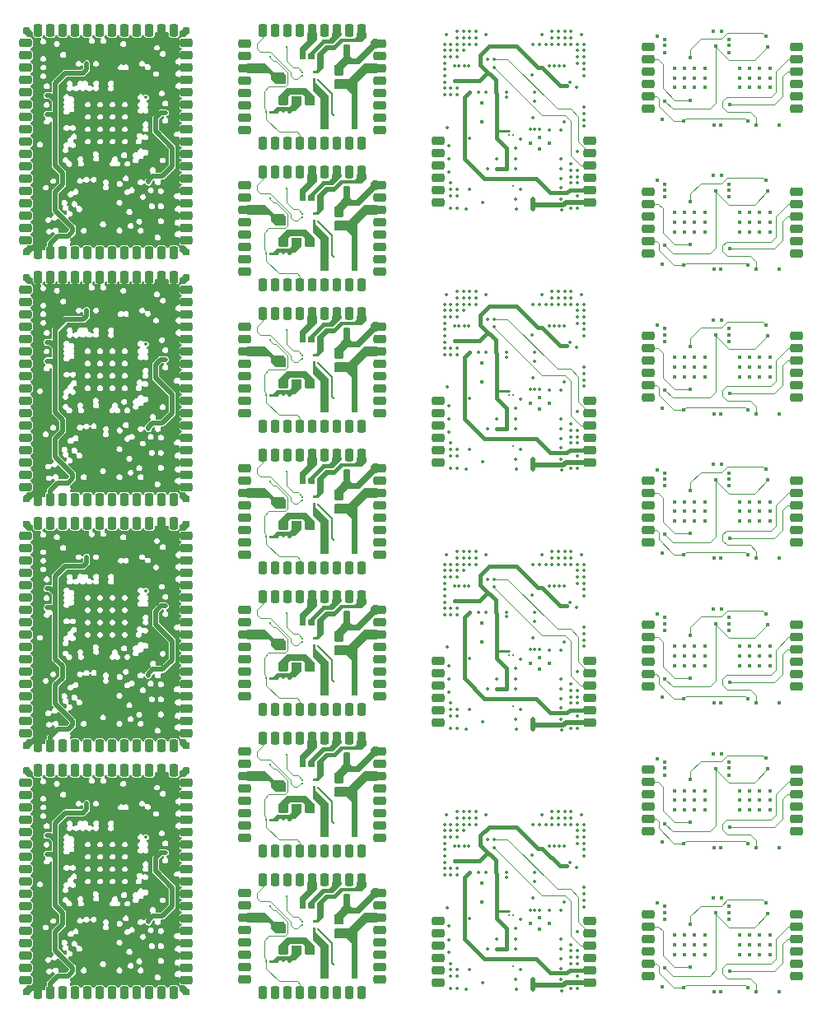
<source format=gbr>
%TF.GenerationSoftware,KiCad,Pcbnew,8.0.4*%
%TF.CreationDate,2024-12-12T20:15:42+01:00*%
%TF.ProjectId,Combined_Module_Panel,436f6d62-696e-4656-945f-4d6f64756c65,rev?*%
%TF.SameCoordinates,Original*%
%TF.FileFunction,Copper,L3,Inr*%
%TF.FilePolarity,Positive*%
%FSLAX46Y46*%
G04 Gerber Fmt 4.6, Leading zero omitted, Abs format (unit mm)*
G04 Created by KiCad (PCBNEW 8.0.4) date 2024-12-12 20:15:42*
%MOMM*%
%LPD*%
G01*
G04 APERTURE LIST*
G04 Aperture macros list*
%AMRoundRect*
0 Rectangle with rounded corners*
0 $1 Rounding radius*
0 $2 $3 $4 $5 $6 $7 $8 $9 X,Y pos of 4 corners*
0 Add a 4 corners polygon primitive as box body*
4,1,4,$2,$3,$4,$5,$6,$7,$8,$9,$2,$3,0*
0 Add four circle primitives for the rounded corners*
1,1,$1+$1,$2,$3*
1,1,$1+$1,$4,$5*
1,1,$1+$1,$6,$7*
1,1,$1+$1,$8,$9*
0 Add four rect primitives between the rounded corners*
20,1,$1+$1,$2,$3,$4,$5,0*
20,1,$1+$1,$4,$5,$6,$7,0*
20,1,$1+$1,$6,$7,$8,$9,0*
20,1,$1+$1,$8,$9,$2,$3,0*%
G04 Aperture macros list end*
%TA.AperFunction,HeatsinkPad*%
%ADD10C,0.400000*%
%TD*%
%TA.AperFunction,CastellatedPad*%
%ADD11RoundRect,0.225000X0.415000X-0.225000X0.415000X0.225000X-0.415000X0.225000X-0.415000X-0.225000X0*%
%TD*%
%TA.AperFunction,CastellatedPad*%
%ADD12RoundRect,0.225000X-0.415000X0.225000X-0.415000X-0.225000X0.415000X-0.225000X0.415000X0.225000X0*%
%TD*%
%TA.AperFunction,CastellatedPad*%
%ADD13RoundRect,0.225000X0.225000X0.415000X-0.225000X0.415000X-0.225000X-0.415000X0.225000X-0.415000X0*%
%TD*%
%TA.AperFunction,CastellatedPad*%
%ADD14RoundRect,0.225000X-0.225000X-0.415000X0.225000X-0.415000X0.225000X0.415000X-0.225000X0.415000X0*%
%TD*%
%TA.AperFunction,ViaPad*%
%ADD15C,0.350000*%
%TD*%
%TA.AperFunction,ViaPad*%
%ADD16C,0.250000*%
%TD*%
%TA.AperFunction,ViaPad*%
%ADD17C,0.400000*%
%TD*%
%TA.AperFunction,Conductor*%
%ADD18C,0.250000*%
%TD*%
%TA.AperFunction,Conductor*%
%ADD19C,0.400000*%
%TD*%
%TA.AperFunction,Conductor*%
%ADD20C,0.120000*%
%TD*%
%TA.AperFunction,Conductor*%
%ADD21C,0.500000*%
%TD*%
%TA.AperFunction,Conductor*%
%ADD22C,0.150000*%
%TD*%
G04 APERTURE END LIST*
D10*
%TO.N,N/C*%
%TO.C,U3*%
X139915581Y-133861103D03*
X139915581Y-135761103D03*
%TD*%
%TO.N,N/C*%
%TO.C,U6*%
X145901303Y-137403742D03*
X146851303Y-137978742D03*
X144951303Y-137978742D03*
X145901303Y-138553742D03*
%TD*%
D11*
%TO.N,N/C*%
%TO.C,J13*%
X151054162Y-137696703D03*
X151054162Y-138966703D03*
X151054162Y-140236703D03*
X151054162Y-141506703D03*
X151054162Y-142776703D03*
X151054162Y-144046703D03*
X135446000Y-144046703D03*
X135446000Y-142776703D03*
X135446000Y-141506703D03*
X135446000Y-140236703D03*
X135446000Y-138966703D03*
X135446000Y-137696703D03*
%TD*%
D10*
%TO.N,N/C*%
%TO.C,U3*%
X139915581Y-107090722D03*
X139915581Y-108990722D03*
%TD*%
%TO.N,N/C*%
%TO.C,U6*%
X145901303Y-110633361D03*
X146851303Y-111208361D03*
X144951303Y-111208361D03*
X145901303Y-111783361D03*
%TD*%
D11*
%TO.N,N/C*%
%TO.C,J13*%
X151054162Y-110926322D03*
X151054162Y-112196322D03*
X151054162Y-113466322D03*
X151054162Y-114736322D03*
X151054162Y-116006322D03*
X151054162Y-117276322D03*
X135446000Y-117276322D03*
X135446000Y-116006322D03*
X135446000Y-114736322D03*
X135446000Y-113466322D03*
X135446000Y-112196322D03*
X135446000Y-110926322D03*
%TD*%
D10*
%TO.N,N/C*%
%TO.C,U3*%
X139915581Y-80337722D03*
X139915581Y-82237722D03*
%TD*%
%TO.N,N/C*%
%TO.C,U6*%
X145901303Y-83880361D03*
X146851303Y-84455361D03*
X144951303Y-84455361D03*
X145901303Y-85030361D03*
%TD*%
D11*
%TO.N,N/C*%
%TO.C,J13*%
X151054162Y-84173322D03*
X151054162Y-85443322D03*
X151054162Y-86713322D03*
X151054162Y-87983322D03*
X151054162Y-89253322D03*
X151054162Y-90523322D03*
X135446000Y-90523322D03*
X135446000Y-89253322D03*
X135446000Y-87983322D03*
X135446000Y-86713322D03*
X135446000Y-85443322D03*
X135446000Y-84173322D03*
%TD*%
D12*
%TO.N,N/C*%
%TO.C,J9*%
X172254162Y-128485833D03*
X172254162Y-127215833D03*
X172254162Y-125945833D03*
X172254162Y-124675833D03*
X172254162Y-123405833D03*
X172254162Y-122135833D03*
X157054162Y-122135833D03*
X157054162Y-123405833D03*
X157054162Y-124675833D03*
X157054162Y-125945833D03*
X157054162Y-127215833D03*
X157054162Y-128485833D03*
%TD*%
%TO.N,N/C*%
%TO.C,J8*%
X93065000Y-98106000D03*
X93065000Y-99376000D03*
X93065000Y-100646000D03*
X93065000Y-101916000D03*
X93065000Y-103186000D03*
X93065000Y-104456000D03*
X93065000Y-105726000D03*
X93065000Y-106996000D03*
D11*
X93065000Y-108266000D03*
X93065000Y-109536000D03*
X93065000Y-110806000D03*
X93065000Y-112076000D03*
X93065000Y-113346000D03*
X93065000Y-114616000D03*
X93065000Y-115886000D03*
X93065000Y-117156000D03*
X93065000Y-118426000D03*
D13*
X94335000Y-119696000D03*
X95605000Y-119696000D03*
X96875000Y-119696000D03*
X98145000Y-119696000D03*
X99415000Y-119696000D03*
X100685000Y-119696000D03*
D14*
X101955000Y-119696000D03*
X103225000Y-119696000D03*
X104495000Y-119696000D03*
X105765000Y-119696000D03*
X107035000Y-119696000D03*
X108305000Y-119696000D03*
D12*
X109575000Y-118426000D03*
X109575000Y-117156000D03*
X109575000Y-115886000D03*
X109575000Y-114616000D03*
X109575000Y-113346000D03*
X109575000Y-112076000D03*
X109575000Y-110806000D03*
X109575000Y-109536000D03*
X109575000Y-108266000D03*
X109575000Y-106996000D03*
X109575000Y-105726000D03*
X109575000Y-104456000D03*
D11*
X109575000Y-103186000D03*
X109575000Y-101916000D03*
X109575000Y-100646000D03*
X109575000Y-99376000D03*
X109575000Y-98106000D03*
D14*
X108305000Y-96836000D03*
X107035000Y-96836000D03*
X105765000Y-96836000D03*
X104495000Y-96836000D03*
X103225000Y-96836000D03*
D13*
X101955000Y-96836000D03*
X100685000Y-96836000D03*
X99415000Y-96836000D03*
X98145000Y-96836000D03*
X96875000Y-96836000D03*
X95605000Y-96836000D03*
X94335000Y-96836000D03*
%TD*%
D12*
%TO.N,N/C*%
%TO.C,J8*%
X93065000Y-47364000D03*
X93065000Y-48634000D03*
X93065000Y-49904000D03*
X93065000Y-51174000D03*
X93065000Y-52444000D03*
X93065000Y-53714000D03*
X93065000Y-54984000D03*
X93065000Y-56254000D03*
D11*
X93065000Y-57524000D03*
X93065000Y-58794000D03*
X93065000Y-60064000D03*
X93065000Y-61334000D03*
X93065000Y-62604000D03*
X93065000Y-63874000D03*
X93065000Y-65144000D03*
X93065000Y-66414000D03*
X93065000Y-67684000D03*
D13*
X94335000Y-68954000D03*
X95605000Y-68954000D03*
X96875000Y-68954000D03*
X98145000Y-68954000D03*
X99415000Y-68954000D03*
X100685000Y-68954000D03*
D14*
X101955000Y-68954000D03*
X103225000Y-68954000D03*
X104495000Y-68954000D03*
X105765000Y-68954000D03*
X107035000Y-68954000D03*
X108305000Y-68954000D03*
D12*
X109575000Y-67684000D03*
X109575000Y-66414000D03*
X109575000Y-65144000D03*
X109575000Y-63874000D03*
X109575000Y-62604000D03*
X109575000Y-61334000D03*
X109575000Y-60064000D03*
X109575000Y-58794000D03*
X109575000Y-57524000D03*
X109575000Y-56254000D03*
X109575000Y-54984000D03*
X109575000Y-53714000D03*
D11*
X109575000Y-52444000D03*
X109575000Y-51174000D03*
X109575000Y-49904000D03*
X109575000Y-48634000D03*
X109575000Y-47364000D03*
D14*
X108305000Y-46094000D03*
X107035000Y-46094000D03*
X105765000Y-46094000D03*
X104495000Y-46094000D03*
X103225000Y-46094000D03*
D13*
X101955000Y-46094000D03*
X100685000Y-46094000D03*
X99415000Y-46094000D03*
X98145000Y-46094000D03*
X96875000Y-46094000D03*
X95605000Y-46094000D03*
X94335000Y-46094000D03*
%TD*%
D12*
%TO.N,N/C*%
%TO.C,J1*%
X115585500Y-105689400D03*
X115585500Y-106959400D03*
X115585500Y-108229400D03*
X115585500Y-109499400D03*
X115585500Y-110769400D03*
X115585500Y-112039400D03*
X115585500Y-113309400D03*
X115585500Y-114579400D03*
D13*
X117430500Y-115934400D03*
X118700500Y-115934400D03*
X119970500Y-115934400D03*
X121240500Y-115934400D03*
X122510500Y-115934400D03*
X123780500Y-115934400D03*
X125050500Y-115934400D03*
X126320500Y-115934400D03*
X127590500Y-115934400D03*
D12*
X129435500Y-114579400D03*
X129435500Y-113309400D03*
X129435500Y-112039400D03*
X129435500Y-110769400D03*
X129435500Y-109499400D03*
X129435500Y-108229400D03*
X129435500Y-106959400D03*
X129435500Y-105689400D03*
D13*
X127590500Y-104334400D03*
X126320500Y-104334400D03*
X125050500Y-104334400D03*
X123780500Y-104334400D03*
X122510500Y-104334400D03*
X121240500Y-104334400D03*
X119970500Y-104334400D03*
X118700500Y-104334400D03*
X117430500Y-104334400D03*
%TD*%
D12*
%TO.N,N/C*%
%TO.C,J9*%
X172254162Y-98755833D03*
X172254162Y-97485833D03*
X172254162Y-96215833D03*
X172254162Y-94945833D03*
X172254162Y-93675833D03*
X172254162Y-92405833D03*
X157054162Y-92405833D03*
X157054162Y-93675833D03*
X157054162Y-94945833D03*
X157054162Y-96215833D03*
X157054162Y-97485833D03*
X157054162Y-98755833D03*
%TD*%
%TO.N,N/C*%
%TO.C,J9*%
X172254162Y-83890833D03*
X172254162Y-82620833D03*
X172254162Y-81350833D03*
X172254162Y-80080833D03*
X172254162Y-78810833D03*
X172254162Y-77540833D03*
X157054162Y-77540833D03*
X157054162Y-78810833D03*
X157054162Y-80080833D03*
X157054162Y-81350833D03*
X157054162Y-82620833D03*
X157054162Y-83890833D03*
%TD*%
%TO.N,N/C*%
%TO.C,J9*%
X172254162Y-143349833D03*
X172254162Y-142079833D03*
X172254162Y-140809833D03*
X172254162Y-139539833D03*
X172254162Y-138269833D03*
X172254162Y-136999833D03*
X157054162Y-136999833D03*
X157054162Y-138269833D03*
X157054162Y-139539833D03*
X157054162Y-140809833D03*
X157054162Y-142079833D03*
X157054162Y-143349833D03*
%TD*%
%TO.N,N/C*%
%TO.C,J9*%
X172254162Y-69025833D03*
X172254162Y-67755833D03*
X172254162Y-66485833D03*
X172254162Y-65215833D03*
X172254162Y-63945833D03*
X172254162Y-62675833D03*
X157054162Y-62675833D03*
X157054162Y-63945833D03*
X157054162Y-65215833D03*
X157054162Y-66485833D03*
X157054162Y-67755833D03*
X157054162Y-69025833D03*
%TD*%
%TO.N,N/C*%
%TO.C,J1*%
X115585500Y-134813600D03*
X115585500Y-136083600D03*
X115585500Y-137353600D03*
X115585500Y-138623600D03*
X115585500Y-139893600D03*
X115585500Y-141163600D03*
X115585500Y-142433600D03*
X115585500Y-143703600D03*
D13*
X117430500Y-145058600D03*
X118700500Y-145058600D03*
X119970500Y-145058600D03*
X121240500Y-145058600D03*
X122510500Y-145058600D03*
X123780500Y-145058600D03*
X125050500Y-145058600D03*
X126320500Y-145058600D03*
X127590500Y-145058600D03*
D12*
X129435500Y-143703600D03*
X129435500Y-142433600D03*
X129435500Y-141163600D03*
X129435500Y-139893600D03*
X129435500Y-138623600D03*
X129435500Y-137353600D03*
X129435500Y-136083600D03*
X129435500Y-134813600D03*
D13*
X127590500Y-133458600D03*
X126320500Y-133458600D03*
X125050500Y-133458600D03*
X123780500Y-133458600D03*
X122510500Y-133458600D03*
X121240500Y-133458600D03*
X119970500Y-133458600D03*
X118700500Y-133458600D03*
X117430500Y-133458600D03*
%TD*%
D12*
%TO.N,N/C*%
%TO.C,J1*%
X115585500Y-91127300D03*
X115585500Y-92397300D03*
X115585500Y-93667300D03*
X115585500Y-94937300D03*
X115585500Y-96207300D03*
X115585500Y-97477300D03*
X115585500Y-98747300D03*
X115585500Y-100017300D03*
D13*
X117430500Y-101372300D03*
X118700500Y-101372300D03*
X119970500Y-101372300D03*
X121240500Y-101372300D03*
X122510500Y-101372300D03*
X123780500Y-101372300D03*
X125050500Y-101372300D03*
X126320500Y-101372300D03*
X127590500Y-101372300D03*
D12*
X129435500Y-100017300D03*
X129435500Y-98747300D03*
X129435500Y-97477300D03*
X129435500Y-96207300D03*
X129435500Y-94937300D03*
X129435500Y-93667300D03*
X129435500Y-92397300D03*
X129435500Y-91127300D03*
D13*
X127590500Y-89772300D03*
X126320500Y-89772300D03*
X125050500Y-89772300D03*
X123780500Y-89772300D03*
X122510500Y-89772300D03*
X121240500Y-89772300D03*
X119970500Y-89772300D03*
X118700500Y-89772300D03*
X117430500Y-89772300D03*
%TD*%
D12*
%TO.N,N/C*%
%TO.C,J8*%
X93065000Y-123477000D03*
X93065000Y-124747000D03*
X93065000Y-126017000D03*
X93065000Y-127287000D03*
X93065000Y-128557000D03*
X93065000Y-129827000D03*
X93065000Y-131097000D03*
X93065000Y-132367000D03*
D11*
X93065000Y-133637000D03*
X93065000Y-134907000D03*
X93065000Y-136177000D03*
X93065000Y-137447000D03*
X93065000Y-138717000D03*
X93065000Y-139987000D03*
X93065000Y-141257000D03*
X93065000Y-142527000D03*
X93065000Y-143797000D03*
D13*
X94335000Y-145067000D03*
X95605000Y-145067000D03*
X96875000Y-145067000D03*
X98145000Y-145067000D03*
X99415000Y-145067000D03*
X100685000Y-145067000D03*
D14*
X101955000Y-145067000D03*
X103225000Y-145067000D03*
X104495000Y-145067000D03*
X105765000Y-145067000D03*
X107035000Y-145067000D03*
X108305000Y-145067000D03*
D12*
X109575000Y-143797000D03*
X109575000Y-142527000D03*
X109575000Y-141257000D03*
X109575000Y-139987000D03*
X109575000Y-138717000D03*
X109575000Y-137447000D03*
X109575000Y-136177000D03*
X109575000Y-134907000D03*
X109575000Y-133637000D03*
X109575000Y-132367000D03*
X109575000Y-131097000D03*
X109575000Y-129827000D03*
D11*
X109575000Y-128557000D03*
X109575000Y-127287000D03*
X109575000Y-126017000D03*
X109575000Y-124747000D03*
X109575000Y-123477000D03*
D14*
X108305000Y-122207000D03*
X107035000Y-122207000D03*
X105765000Y-122207000D03*
X104495000Y-122207000D03*
X103225000Y-122207000D03*
D13*
X101955000Y-122207000D03*
X100685000Y-122207000D03*
X99415000Y-122207000D03*
X98145000Y-122207000D03*
X96875000Y-122207000D03*
X95605000Y-122207000D03*
X94335000Y-122207000D03*
%TD*%
D12*
%TO.N,N/C*%
%TO.C,J1*%
X115585500Y-120251500D03*
X115585500Y-121521500D03*
X115585500Y-122791500D03*
X115585500Y-124061500D03*
X115585500Y-125331500D03*
X115585500Y-126601500D03*
X115585500Y-127871500D03*
X115585500Y-129141500D03*
D13*
X117430500Y-130496500D03*
X118700500Y-130496500D03*
X119970500Y-130496500D03*
X121240500Y-130496500D03*
X122510500Y-130496500D03*
X123780500Y-130496500D03*
X125050500Y-130496500D03*
X126320500Y-130496500D03*
X127590500Y-130496500D03*
D12*
X129435500Y-129141500D03*
X129435500Y-127871500D03*
X129435500Y-126601500D03*
X129435500Y-125331500D03*
X129435500Y-124061500D03*
X129435500Y-122791500D03*
X129435500Y-121521500D03*
X129435500Y-120251500D03*
D13*
X127590500Y-118896500D03*
X126320500Y-118896500D03*
X125050500Y-118896500D03*
X123780500Y-118896500D03*
X122510500Y-118896500D03*
X121240500Y-118896500D03*
X119970500Y-118896500D03*
X118700500Y-118896500D03*
X117430500Y-118896500D03*
%TD*%
D12*
%TO.N,N/C*%
%TO.C,J1*%
X115585500Y-62003100D03*
X115585500Y-63273100D03*
X115585500Y-64543100D03*
X115585500Y-65813100D03*
X115585500Y-67083100D03*
X115585500Y-68353100D03*
X115585500Y-69623100D03*
X115585500Y-70893100D03*
D13*
X117430500Y-72248100D03*
X118700500Y-72248100D03*
X119970500Y-72248100D03*
X121240500Y-72248100D03*
X122510500Y-72248100D03*
X123780500Y-72248100D03*
X125050500Y-72248100D03*
X126320500Y-72248100D03*
X127590500Y-72248100D03*
D12*
X129435500Y-70893100D03*
X129435500Y-69623100D03*
X129435500Y-68353100D03*
X129435500Y-67083100D03*
X129435500Y-65813100D03*
X129435500Y-64543100D03*
X129435500Y-63273100D03*
X129435500Y-62003100D03*
D13*
X127590500Y-60648100D03*
X126320500Y-60648100D03*
X125050500Y-60648100D03*
X123780500Y-60648100D03*
X122510500Y-60648100D03*
X121240500Y-60648100D03*
X119970500Y-60648100D03*
X118700500Y-60648100D03*
X117430500Y-60648100D03*
%TD*%
D12*
%TO.N,N/C*%
%TO.C,J8*%
X93065000Y-72735000D03*
X93065000Y-74005000D03*
X93065000Y-75275000D03*
X93065000Y-76545000D03*
X93065000Y-77815000D03*
X93065000Y-79085000D03*
X93065000Y-80355000D03*
X93065000Y-81625000D03*
D11*
X93065000Y-82895000D03*
X93065000Y-84165000D03*
X93065000Y-85435000D03*
X93065000Y-86705000D03*
X93065000Y-87975000D03*
X93065000Y-89245000D03*
X93065000Y-90515000D03*
X93065000Y-91785000D03*
X93065000Y-93055000D03*
D13*
X94335000Y-94325000D03*
X95605000Y-94325000D03*
X96875000Y-94325000D03*
X98145000Y-94325000D03*
X99415000Y-94325000D03*
X100685000Y-94325000D03*
D14*
X101955000Y-94325000D03*
X103225000Y-94325000D03*
X104495000Y-94325000D03*
X105765000Y-94325000D03*
X107035000Y-94325000D03*
X108305000Y-94325000D03*
D12*
X109575000Y-93055000D03*
X109575000Y-91785000D03*
X109575000Y-90515000D03*
X109575000Y-89245000D03*
X109575000Y-87975000D03*
X109575000Y-86705000D03*
X109575000Y-85435000D03*
X109575000Y-84165000D03*
X109575000Y-82895000D03*
X109575000Y-81625000D03*
X109575000Y-80355000D03*
X109575000Y-79085000D03*
D11*
X109575000Y-77815000D03*
X109575000Y-76545000D03*
X109575000Y-75275000D03*
X109575000Y-74005000D03*
X109575000Y-72735000D03*
D14*
X108305000Y-71465000D03*
X107035000Y-71465000D03*
X105765000Y-71465000D03*
X104495000Y-71465000D03*
X103225000Y-71465000D03*
D13*
X101955000Y-71465000D03*
X100685000Y-71465000D03*
X99415000Y-71465000D03*
X98145000Y-71465000D03*
X96875000Y-71465000D03*
X95605000Y-71465000D03*
X94335000Y-71465000D03*
%TD*%
D12*
%TO.N,N/C*%
%TO.C,J1*%
X115585500Y-76565200D03*
X115585500Y-77835200D03*
X115585500Y-79105200D03*
X115585500Y-80375200D03*
X115585500Y-81645200D03*
X115585500Y-82915200D03*
X115585500Y-84185200D03*
X115585500Y-85455200D03*
D13*
X117430500Y-86810200D03*
X118700500Y-86810200D03*
X119970500Y-86810200D03*
X121240500Y-86810200D03*
X122510500Y-86810200D03*
X123780500Y-86810200D03*
X125050500Y-86810200D03*
X126320500Y-86810200D03*
X127590500Y-86810200D03*
D12*
X129435500Y-85455200D03*
X129435500Y-84185200D03*
X129435500Y-82915200D03*
X129435500Y-81645200D03*
X129435500Y-80375200D03*
X129435500Y-79105200D03*
X129435500Y-77835200D03*
X129435500Y-76565200D03*
D13*
X127590500Y-75210200D03*
X126320500Y-75210200D03*
X125050500Y-75210200D03*
X123780500Y-75210200D03*
X122510500Y-75210200D03*
X121240500Y-75210200D03*
X119970500Y-75210200D03*
X118700500Y-75210200D03*
X117430500Y-75210200D03*
%TD*%
D12*
%TO.N,N/C*%
%TO.C,J9*%
X172254162Y-113620833D03*
X172254162Y-112350833D03*
X172254162Y-111080833D03*
X172254162Y-109810833D03*
X172254162Y-108540833D03*
X172254162Y-107270833D03*
X157054162Y-107270833D03*
X157054162Y-108540833D03*
X157054162Y-109810833D03*
X157054162Y-111080833D03*
X157054162Y-112350833D03*
X157054162Y-113620833D03*
%TD*%
%TO.N,N/C*%
%TO.C,J9*%
X172254162Y-54160833D03*
X172254162Y-52890833D03*
X172254162Y-51620833D03*
X172254162Y-50350833D03*
X172254162Y-49080833D03*
X172254162Y-47810833D03*
X157054162Y-47810833D03*
X157054162Y-49080833D03*
X157054162Y-50350833D03*
X157054162Y-51620833D03*
X157054162Y-52890833D03*
X157054162Y-54160833D03*
%TD*%
%TO.N,N/C*%
%TO.C,J1*%
X115585500Y-47441000D03*
X115585500Y-48711000D03*
X115585500Y-49981000D03*
X115585500Y-51251000D03*
X115585500Y-52521000D03*
X115585500Y-53791000D03*
X115585500Y-55061000D03*
X115585500Y-56331000D03*
D13*
X117430500Y-57686000D03*
X118700500Y-57686000D03*
X119970500Y-57686000D03*
X121240500Y-57686000D03*
X122510500Y-57686000D03*
X123780500Y-57686000D03*
X125050500Y-57686000D03*
X126320500Y-57686000D03*
X127590500Y-57686000D03*
D12*
X129435500Y-56331000D03*
X129435500Y-55061000D03*
X129435500Y-53791000D03*
X129435500Y-52521000D03*
X129435500Y-51251000D03*
X129435500Y-49981000D03*
X129435500Y-48711000D03*
X129435500Y-47441000D03*
D13*
X127590500Y-46086000D03*
X126320500Y-46086000D03*
X125050500Y-46086000D03*
X123780500Y-46086000D03*
X122510500Y-46086000D03*
X121240500Y-46086000D03*
X119970500Y-46086000D03*
X118700500Y-46086000D03*
X117430500Y-46086000D03*
%TD*%
D11*
%TO.N,N/C*%
%TO.C,J13*%
X151054162Y-57420322D03*
X151054162Y-58690322D03*
X151054162Y-59960322D03*
X151054162Y-61230322D03*
X151054162Y-62500322D03*
X151054162Y-63770322D03*
X135446000Y-63770322D03*
X135446000Y-62500322D03*
X135446000Y-61230322D03*
X135446000Y-59960322D03*
X135446000Y-58690322D03*
X135446000Y-57420322D03*
%TD*%
D10*
%TO.N,N/C*%
%TO.C,U6*%
X145901303Y-57127361D03*
X146851303Y-57702361D03*
X144951303Y-57702361D03*
X145901303Y-58277361D03*
%TD*%
%TO.N,N/C*%
%TO.C,U3*%
X139915581Y-53584722D03*
X139915581Y-55484722D03*
%TD*%
D15*
%TO.N,*%
X141340581Y-132731103D03*
X146145581Y-130231103D03*
X142490581Y-138484581D03*
X145671632Y-130231103D03*
X141225581Y-129351103D03*
X142500581Y-132741103D03*
X141225581Y-130151103D03*
X140540581Y-140621381D03*
D16*
X142770581Y-136710342D03*
D15*
X142490581Y-140621381D03*
X149017665Y-131708210D03*
X148670380Y-132032279D03*
X142490581Y-139552981D03*
X141500581Y-134267703D03*
X137604907Y-131561103D03*
D16*
X143170581Y-137110342D03*
D15*
X141500581Y-140621381D03*
X145401303Y-136578742D03*
X143460581Y-144746381D03*
X145207503Y-143707781D03*
X136756000Y-127786431D03*
X147806000Y-126486431D03*
X144901303Y-136578742D03*
X139590581Y-132721103D03*
X149106000Y-126486431D03*
X148104503Y-136647381D03*
X142495581Y-133201103D03*
X150406000Y-135586431D03*
X145207503Y-135336103D03*
X147905581Y-130031103D03*
X145901303Y-136578742D03*
X138604907Y-130040088D03*
X138630581Y-132721103D03*
X148063781Y-143734103D03*
X148379530Y-130031103D03*
X145207503Y-144746381D03*
X138130958Y-130040088D03*
X136756000Y-142086431D03*
X139356000Y-127136431D03*
X138706000Y-127136431D03*
X136525581Y-138231103D03*
X140388581Y-126790703D03*
X137130958Y-130040088D03*
X138635581Y-142685981D03*
X138056000Y-128436431D03*
X146506000Y-127786431D03*
X147806000Y-127136431D03*
X148104503Y-142591103D03*
X136106000Y-131686431D03*
X143450581Y-139552981D03*
X150406000Y-131036431D03*
X137406000Y-144686431D03*
X136106000Y-127786431D03*
X146111581Y-126790703D03*
X150406000Y-134286431D03*
X146901303Y-136651103D03*
X137406000Y-127136431D03*
X136425581Y-136331103D03*
X147156000Y-127786431D03*
X150406000Y-134936431D03*
X149756000Y-142086431D03*
X147806000Y-127786431D03*
X147156000Y-127136431D03*
X136756000Y-142736431D03*
X136106000Y-132986431D03*
X141500581Y-139552981D03*
X137406000Y-127786431D03*
X136106000Y-128436431D03*
X138706000Y-126486431D03*
X150406000Y-136236431D03*
X149756000Y-138836431D03*
D16*
X143170581Y-142364581D03*
D15*
X136756000Y-143386431D03*
X143450581Y-138484581D03*
X145206000Y-127786431D03*
X136525581Y-140931103D03*
X150406000Y-129086431D03*
X148104503Y-141641981D03*
X136338581Y-126790703D03*
X148456000Y-127786431D03*
X136756000Y-132336431D03*
X138370581Y-144746381D03*
X136756000Y-144686431D03*
X136106000Y-130386431D03*
X149106000Y-142086431D03*
X149756000Y-127786431D03*
D16*
X142770581Y-137110342D03*
D15*
X137406000Y-143386431D03*
X150406000Y-128436431D03*
X149106000Y-127786431D03*
X136106000Y-129086431D03*
X145075581Y-130951103D03*
X150406000Y-130386431D03*
X148456000Y-127136431D03*
X140495581Y-129311103D03*
X148385581Y-135751103D03*
X149106000Y-141436431D03*
X137406000Y-126486431D03*
X149106000Y-140136431D03*
X146900958Y-130040088D03*
X136756000Y-132986431D03*
X150406000Y-129736431D03*
X149756000Y-128436431D03*
X137406000Y-128436431D03*
X138056000Y-127136431D03*
X149756000Y-129086431D03*
X140380581Y-132731103D03*
X136525581Y-139631103D03*
X138706000Y-127786431D03*
X149756000Y-129736431D03*
X137406000Y-129086431D03*
X136756000Y-128436431D03*
X143450581Y-140621381D03*
X139356000Y-126486431D03*
X148114581Y-144877103D03*
X145380581Y-132761103D03*
X149640005Y-132194216D03*
X147374907Y-130040088D03*
X148456000Y-126486431D03*
X138056000Y-127786431D03*
X140006000Y-144036431D03*
X150161581Y-126790703D03*
X145380581Y-133681103D03*
X149756000Y-143386431D03*
X149106000Y-127136431D03*
X149756000Y-144686431D03*
X149106000Y-140786431D03*
X138056000Y-126486431D03*
X148104503Y-140621381D03*
X137406000Y-142736431D03*
X138635581Y-137488381D03*
X149756000Y-140786431D03*
X136106000Y-131036431D03*
X147156000Y-126486431D03*
X149106000Y-144686431D03*
X136106000Y-132336431D03*
X137406000Y-132986431D03*
X143450581Y-143707781D03*
X137604907Y-130040088D03*
X136106000Y-129736431D03*
X149756000Y-141436431D03*
X148104503Y-139602781D03*
X143906000Y-137536431D03*
X137406000Y-132336431D03*
X150406000Y-127786431D03*
X143906000Y-142736431D03*
X145856000Y-127786431D03*
X136756000Y-129086431D03*
X139356000Y-127786431D03*
X137130958Y-131561103D03*
X141340581Y-105960722D03*
X146145581Y-103460722D03*
X142490581Y-111714200D03*
X145671632Y-103460722D03*
X141225581Y-102580722D03*
X142500581Y-105970722D03*
X141225581Y-103380722D03*
X140540581Y-113851000D03*
D16*
X142770581Y-109939961D03*
D15*
X142490581Y-113851000D03*
X149017665Y-104937829D03*
X148670380Y-105261898D03*
X142490581Y-112782600D03*
X141500581Y-107497322D03*
X137604907Y-104790722D03*
D16*
X143170581Y-110339961D03*
D15*
X141500581Y-113851000D03*
X145401303Y-109808361D03*
X143460581Y-117976000D03*
X145207503Y-116937400D03*
X136756000Y-101016050D03*
X147806000Y-99716050D03*
X144901303Y-109808361D03*
X139590581Y-105950722D03*
X149106000Y-99716050D03*
X148104503Y-109877000D03*
X142495581Y-106430722D03*
X150406000Y-108816050D03*
X145207503Y-108565722D03*
X147905581Y-103260722D03*
X145901303Y-109808361D03*
X138604907Y-103269707D03*
X138630581Y-105950722D03*
X148063781Y-116963722D03*
X148379530Y-103260722D03*
X145207503Y-117976000D03*
X138130958Y-103269707D03*
X136756000Y-115316050D03*
X139356000Y-100366050D03*
X138706000Y-100366050D03*
X136525581Y-111460722D03*
X140388581Y-100020322D03*
X137130958Y-103269707D03*
X138635581Y-115915600D03*
X138056000Y-101666050D03*
X146506000Y-101016050D03*
X147806000Y-100366050D03*
X148104503Y-115820722D03*
X136106000Y-104916050D03*
X143450581Y-112782600D03*
X150406000Y-104266050D03*
X137406000Y-117916050D03*
X136106000Y-101016050D03*
X146111581Y-100020322D03*
X150406000Y-107516050D03*
X146901303Y-109880722D03*
X137406000Y-100366050D03*
X136425581Y-109560722D03*
X147156000Y-101016050D03*
X150406000Y-108166050D03*
X149756000Y-115316050D03*
X147806000Y-101016050D03*
X147156000Y-100366050D03*
X136756000Y-115966050D03*
X136106000Y-106216050D03*
X141500581Y-112782600D03*
X137406000Y-101016050D03*
X136106000Y-101666050D03*
X138706000Y-99716050D03*
X150406000Y-109466050D03*
X149756000Y-112066050D03*
D16*
X143170581Y-115594200D03*
D15*
X136756000Y-116616050D03*
X143450581Y-111714200D03*
X145206000Y-101016050D03*
X136525581Y-114160722D03*
X150406000Y-102316050D03*
X148104503Y-114871600D03*
X136338581Y-100020322D03*
X148456000Y-101016050D03*
X136756000Y-105566050D03*
X138370581Y-117976000D03*
X136756000Y-117916050D03*
X136106000Y-103616050D03*
X149106000Y-115316050D03*
X149756000Y-101016050D03*
D16*
X142770581Y-110339961D03*
D15*
X137406000Y-116616050D03*
X150406000Y-101666050D03*
X149106000Y-101016050D03*
X136106000Y-102316050D03*
X145075581Y-104180722D03*
X150406000Y-103616050D03*
X148456000Y-100366050D03*
X140495581Y-102540722D03*
X148385581Y-108980722D03*
X149106000Y-114666050D03*
X137406000Y-99716050D03*
X149106000Y-113366050D03*
X146900958Y-103269707D03*
X136756000Y-106216050D03*
X150406000Y-102966050D03*
X149756000Y-101666050D03*
X137406000Y-101666050D03*
X138056000Y-100366050D03*
X149756000Y-102316050D03*
X140380581Y-105960722D03*
X136525581Y-112860722D03*
X138706000Y-101016050D03*
X149756000Y-102966050D03*
X137406000Y-102316050D03*
X136756000Y-101666050D03*
X143450581Y-113851000D03*
X139356000Y-99716050D03*
X148114581Y-118106722D03*
X145380581Y-105990722D03*
X149640005Y-105423835D03*
X147374907Y-103269707D03*
X148456000Y-99716050D03*
X138056000Y-101016050D03*
X140006000Y-117266050D03*
X150161581Y-100020322D03*
X145380581Y-106910722D03*
X149756000Y-116616050D03*
X149106000Y-100366050D03*
X149756000Y-117916050D03*
X149106000Y-114016050D03*
X138056000Y-99716050D03*
X148104503Y-113851000D03*
X137406000Y-115966050D03*
X138635581Y-110718000D03*
X149756000Y-114016050D03*
X136106000Y-104266050D03*
X147156000Y-99716050D03*
X149106000Y-117916050D03*
X136106000Y-105566050D03*
X137406000Y-106216050D03*
X143450581Y-116937400D03*
X137604907Y-103269707D03*
X136106000Y-102966050D03*
X149756000Y-114666050D03*
X148104503Y-112832400D03*
X143906000Y-110766050D03*
X137406000Y-105566050D03*
X150406000Y-101016050D03*
X143906000Y-115966050D03*
X145856000Y-101016050D03*
X136756000Y-102316050D03*
X139356000Y-101016050D03*
X137130958Y-104790722D03*
X141340581Y-79207722D03*
X146145581Y-76707722D03*
X142490581Y-84961200D03*
X145671632Y-76707722D03*
X141225581Y-75827722D03*
X142500581Y-79217722D03*
X141225581Y-76627722D03*
X140540581Y-87098000D03*
D16*
X142770581Y-83186961D03*
D15*
X142490581Y-87098000D03*
X149017665Y-78184829D03*
X148670380Y-78508898D03*
X142490581Y-86029600D03*
X141500581Y-80744322D03*
X137604907Y-78037722D03*
D16*
X143170581Y-83586961D03*
D15*
X141500581Y-87098000D03*
X145401303Y-83055361D03*
X143460581Y-91223000D03*
X145207503Y-90184400D03*
X136756000Y-74263050D03*
X147806000Y-72963050D03*
X144901303Y-83055361D03*
X139590581Y-79197722D03*
X149106000Y-72963050D03*
X148104503Y-83124000D03*
X142495581Y-79677722D03*
X150406000Y-82063050D03*
X145207503Y-81812722D03*
X147905581Y-76507722D03*
X145901303Y-83055361D03*
X138604907Y-76516707D03*
X138630581Y-79197722D03*
X148063781Y-90210722D03*
X148379530Y-76507722D03*
X145207503Y-91223000D03*
X138130958Y-76516707D03*
X136756000Y-88563050D03*
X139356000Y-73613050D03*
X138706000Y-73613050D03*
X136525581Y-84707722D03*
X140388581Y-73267322D03*
X137130958Y-76516707D03*
X138635581Y-89162600D03*
X138056000Y-74913050D03*
X146506000Y-74263050D03*
X147806000Y-73613050D03*
X148104503Y-89067722D03*
X136106000Y-78163050D03*
X143450581Y-86029600D03*
X150406000Y-77513050D03*
X137406000Y-91163050D03*
X136106000Y-74263050D03*
X146111581Y-73267322D03*
X150406000Y-80763050D03*
X146901303Y-83127722D03*
X137406000Y-73613050D03*
X136425581Y-82807722D03*
X147156000Y-74263050D03*
X150406000Y-81413050D03*
X149756000Y-88563050D03*
X147806000Y-74263050D03*
X147156000Y-73613050D03*
X136756000Y-89213050D03*
X136106000Y-79463050D03*
X141500581Y-86029600D03*
X137406000Y-74263050D03*
X136106000Y-74913050D03*
X138706000Y-72963050D03*
X150406000Y-82713050D03*
X149756000Y-85313050D03*
D16*
X143170581Y-88841200D03*
D15*
X136756000Y-89863050D03*
X143450581Y-84961200D03*
X145206000Y-74263050D03*
X136525581Y-87407722D03*
X150406000Y-75563050D03*
X148104503Y-88118600D03*
X136338581Y-73267322D03*
X148456000Y-74263050D03*
X136756000Y-78813050D03*
X138370581Y-91223000D03*
X136756000Y-91163050D03*
X136106000Y-76863050D03*
X149106000Y-88563050D03*
X149756000Y-74263050D03*
D16*
X142770581Y-83586961D03*
D15*
X137406000Y-89863050D03*
X150406000Y-74913050D03*
X149106000Y-74263050D03*
X136106000Y-75563050D03*
X145075581Y-77427722D03*
X150406000Y-76863050D03*
X148456000Y-73613050D03*
X140495581Y-75787722D03*
X148385581Y-82227722D03*
X149106000Y-87913050D03*
X137406000Y-72963050D03*
X149106000Y-86613050D03*
X146900958Y-76516707D03*
X136756000Y-79463050D03*
X150406000Y-76213050D03*
X149756000Y-74913050D03*
X137406000Y-74913050D03*
X138056000Y-73613050D03*
X149756000Y-75563050D03*
X140380581Y-79207722D03*
X136525581Y-86107722D03*
X138706000Y-74263050D03*
X149756000Y-76213050D03*
X137406000Y-75563050D03*
X136756000Y-74913050D03*
X143450581Y-87098000D03*
X139356000Y-72963050D03*
X148114581Y-91353722D03*
X145380581Y-79237722D03*
X149640005Y-78670835D03*
X147374907Y-76516707D03*
X148456000Y-72963050D03*
X138056000Y-74263050D03*
X140006000Y-90513050D03*
X150161581Y-73267322D03*
X145380581Y-80157722D03*
X149756000Y-89863050D03*
X149106000Y-73613050D03*
X149756000Y-91163050D03*
X149106000Y-87263050D03*
X138056000Y-72963050D03*
X148104503Y-87098000D03*
X137406000Y-89213050D03*
X138635581Y-83965000D03*
X149756000Y-87263050D03*
X136106000Y-77513050D03*
X147156000Y-72963050D03*
X149106000Y-91163050D03*
X136106000Y-78813050D03*
X137406000Y-79463050D03*
X143450581Y-90184400D03*
X137604907Y-76516707D03*
X136106000Y-76213050D03*
X149756000Y-87913050D03*
X148104503Y-86079400D03*
X143906000Y-84013050D03*
X137406000Y-78813050D03*
X150406000Y-74263050D03*
X143906000Y-89213050D03*
X145856000Y-74263050D03*
X136756000Y-75563050D03*
X139356000Y-74263050D03*
X137130958Y-78037722D03*
D16*
X123168000Y-121434000D03*
X122023000Y-82672700D03*
X127058000Y-85257700D03*
D15*
X95363000Y-64630000D03*
D17*
X164454162Y-115273333D03*
X162854162Y-95580833D03*
D15*
X100212000Y-89175000D03*
D17*
X168504162Y-50985833D03*
D16*
X126223000Y-47973500D03*
X127058000Y-128944000D03*
X122698000Y-108646900D03*
D17*
X161820828Y-109445833D03*
D16*
X127058000Y-114381900D03*
X122608000Y-136306100D03*
X122023000Y-111296900D03*
X119085500Y-138208600D03*
D17*
X160787495Y-140174833D03*
D16*
X119248000Y-111296900D03*
X121498000Y-138171100D03*
X125023000Y-139246100D03*
X119248000Y-53048500D03*
D17*
X160787495Y-124310833D03*
D16*
X119585500Y-79960200D03*
D15*
X95224000Y-86042000D03*
D17*
X158754162Y-68228333D03*
D16*
X125023000Y-65035600D03*
D17*
X163954162Y-62578333D03*
D16*
X119085500Y-50836000D03*
D17*
X165354162Y-62528333D03*
X157954162Y-61553333D03*
D16*
X125023000Y-50473500D03*
D17*
X166437496Y-49985833D03*
D16*
X125523000Y-79047700D03*
X122248000Y-63185600D03*
X124723000Y-83992700D03*
D17*
X158754162Y-127688333D03*
X163954162Y-47713333D03*
D15*
X95224000Y-60671000D03*
X97078000Y-142767000D03*
X98053000Y-141080000D03*
X97665000Y-137701000D03*
D17*
X169537496Y-81715833D03*
X169537496Y-65850833D03*
X158754162Y-121363330D03*
D16*
X123528000Y-48933500D03*
D17*
X163754162Y-120488333D03*
X168504162Y-139174833D03*
X160787495Y-49985833D03*
D15*
X105087000Y-64181000D03*
X101731669Y-139925500D03*
X105666000Y-137828000D03*
D17*
X168504162Y-96580833D03*
D16*
X119798000Y-111796900D03*
X119085500Y-95072300D03*
X119585500Y-95072300D03*
X121148000Y-140421100D03*
D17*
X161404162Y-93458333D03*
D16*
X119085500Y-123646500D03*
D15*
X100212000Y-139917000D03*
D16*
X125023000Y-137846100D03*
D17*
X158754162Y-107823333D03*
X159754162Y-139174833D03*
D15*
X95363000Y-114554000D03*
D17*
X168154162Y-130138333D03*
D15*
X105409400Y-103744800D03*
D16*
X120598000Y-53048500D03*
D17*
X168154162Y-55813333D03*
D16*
X123923000Y-84472700D03*
X120598000Y-96734800D03*
X124723000Y-98554800D03*
D17*
X160787495Y-110445833D03*
X159754162Y-50985833D03*
X167304162Y-85143333D03*
X169537496Y-125310833D03*
X160787495Y-79715833D03*
X162854162Y-64850833D03*
X161820828Y-139174833D03*
D16*
X123623000Y-128759000D03*
D17*
X168504162Y-66850833D03*
D15*
X96837000Y-112330000D03*
X95224000Y-80101000D03*
D16*
X123623000Y-55948500D03*
X119798000Y-82172700D03*
D17*
X170504162Y-85543333D03*
D16*
X121498000Y-108646900D03*
D17*
X164454162Y-145002333D03*
X161820828Y-96580833D03*
D16*
X125863000Y-47663500D03*
D17*
X164454162Y-100408333D03*
D16*
X125523000Y-109571900D03*
X122698000Y-50398500D03*
X125023000Y-124134000D03*
X122023000Y-140921100D03*
D17*
X165354162Y-136227330D03*
D16*
X123673000Y-142121100D03*
D17*
X167470829Y-95580833D03*
D15*
X97538000Y-125636000D03*
X95224000Y-107222000D03*
D17*
X167304162Y-100008333D03*
X169537496Y-110445833D03*
D16*
X122573000Y-97234800D03*
D17*
X162854162Y-139174833D03*
D16*
X121148000Y-53048500D03*
X119585500Y-138208600D03*
D17*
X164554162Y-61028333D03*
D15*
X105087000Y-89552000D03*
D17*
X170504162Y-130138333D03*
D15*
X106937000Y-117421000D03*
D17*
X162854162Y-80715833D03*
D15*
X98053000Y-90338000D03*
D16*
X123923000Y-113596900D03*
D15*
X100212000Y-63804000D03*
D16*
X125863000Y-76787700D03*
D17*
X165404162Y-113173333D03*
D15*
X95224000Y-105472000D03*
X95224000Y-78168000D03*
D17*
X158754162Y-47038330D03*
D16*
X124723000Y-113116900D03*
D17*
X167304162Y-55413333D03*
D16*
X125023000Y-123284000D03*
D17*
X158754162Y-106498330D03*
D16*
X119585500Y-109634400D03*
D17*
X161354162Y-112723333D03*
D15*
X103888000Y-87086000D03*
D17*
X169154162Y-76393333D03*
D16*
X121148000Y-126359000D03*
D15*
X100212000Y-140743000D03*
D17*
X158754162Y-61903330D03*
X161354162Y-53263333D03*
D16*
X126223000Y-120784000D03*
D17*
X169537496Y-111445833D03*
X163804162Y-145002333D03*
X162854162Y-111445833D03*
X159754162Y-80715833D03*
D16*
X122698000Y-64960600D03*
D17*
X166437496Y-124310833D03*
X168504162Y-111445833D03*
D16*
X122248000Y-92309800D03*
D17*
X163954162Y-92308333D03*
D15*
X98053000Y-64967000D03*
D16*
X119798000Y-67610600D03*
D17*
X169354162Y-77493333D03*
X168154162Y-70678333D03*
X159754162Y-64850833D03*
D15*
X97538000Y-74894000D03*
D17*
X165354162Y-92958333D03*
D16*
X118198000Y-127334000D03*
X122573000Y-96734800D03*
D17*
X163954162Y-77443333D03*
D16*
X122248000Y-48623500D03*
D17*
X165354162Y-91633330D03*
D16*
X119585500Y-94522300D03*
D17*
X160787495Y-139174833D03*
X165354162Y-78093333D03*
D16*
X123098000Y-138571100D03*
X126698000Y-128634000D03*
D17*
X160704162Y-144602333D03*
D16*
X125523000Y-124134000D03*
D17*
X159754162Y-96580833D03*
D16*
X125023000Y-66435600D03*
X119848000Y-135191100D03*
X119798000Y-111296900D03*
D15*
X100212000Y-64630000D03*
D17*
X168504162Y-141174833D03*
D16*
X125023000Y-51323500D03*
D15*
X97078000Y-66654000D03*
D16*
X125023000Y-49923500D03*
D17*
X163754162Y-90758333D03*
D16*
X121683000Y-63495600D03*
D17*
X157954162Y-76418333D03*
X167470829Y-109445833D03*
D16*
X122023000Y-126359000D03*
D17*
X158754162Y-142552333D03*
D16*
X122698000Y-79522700D03*
X121323000Y-92309800D03*
X125523000Y-50473500D03*
D17*
X165354162Y-122688333D03*
D16*
X125523000Y-123284000D03*
D15*
X106012000Y-88592000D03*
D17*
X158754162Y-76768330D03*
X163954162Y-136902333D03*
X162854162Y-124310833D03*
X166437496Y-110445833D03*
X159754162Y-110445833D03*
D16*
X119798000Y-82672700D03*
X119798000Y-140421100D03*
X122573000Y-53048500D03*
X123168000Y-92309800D03*
D17*
X169537496Y-109445833D03*
D15*
X95224000Y-103539000D03*
D17*
X160787495Y-111445833D03*
D15*
X107416000Y-107123000D03*
D16*
X119085500Y-94522300D03*
D17*
X160704162Y-55413333D03*
X158454162Y-144452333D03*
X163804162Y-100408333D03*
D16*
X122698000Y-109446900D03*
X121323000Y-48623500D03*
D17*
X164454162Y-70678333D03*
X168504162Y-49985833D03*
D16*
X123623000Y-143321100D03*
X122608000Y-78057700D03*
D17*
X169537496Y-51985833D03*
X169537496Y-79715833D03*
X169537496Y-126310833D03*
X167470829Y-79715833D03*
D15*
X100212000Y-115372000D03*
D17*
X158754162Y-78093333D03*
X161820828Y-141174833D03*
X167470829Y-140174833D03*
X167470829Y-64850833D03*
X165404162Y-53713333D03*
X169154162Y-46663333D03*
D16*
X125023000Y-110121900D03*
D17*
X158454162Y-55263333D03*
X169537496Y-50985833D03*
X165354162Y-77393333D03*
D16*
X123528000Y-92619800D03*
D17*
X165354162Y-63228333D03*
X160704162Y-114873333D03*
D15*
X105087000Y-140294000D03*
D17*
X162854162Y-49985833D03*
D16*
X125023000Y-108171900D03*
D15*
X101731669Y-92050000D03*
X95363000Y-90001000D03*
D16*
X123098000Y-65760600D03*
D15*
X97538000Y-100265000D03*
D16*
X120598000Y-68110600D03*
X122608000Y-48933500D03*
D15*
X98053000Y-115709000D03*
D16*
X126698000Y-114071900D03*
D17*
X167470829Y-111445833D03*
X162854162Y-51985833D03*
D16*
X123923000Y-55348500D03*
D17*
X159754162Y-81715833D03*
D16*
X120598000Y-126359000D03*
X125023000Y-95009800D03*
D17*
X160787495Y-66850833D03*
X166437496Y-140174833D03*
D16*
X125523000Y-95559800D03*
D15*
X97078000Y-117396000D03*
D17*
X160787495Y-81715833D03*
D16*
X126698000Y-99509800D03*
X123623000Y-114196900D03*
X123623000Y-99634800D03*
X119585500Y-50836000D03*
D17*
X163954162Y-122038333D03*
D16*
X124723000Y-142241100D03*
D17*
X161404162Y-48863333D03*
X170504162Y-70678333D03*
X170504162Y-100408333D03*
D16*
X123623000Y-70510600D03*
D15*
X106937000Y-66679000D03*
D17*
X164454162Y-85543333D03*
D16*
X119248000Y-125859000D03*
D17*
X158754162Y-53363333D03*
D16*
X122573000Y-82172700D03*
X119248000Y-140921100D03*
X117798000Y-83647700D03*
X122573000Y-82672700D03*
X119798000Y-68110600D03*
D17*
X163804162Y-85543333D03*
D16*
X117798000Y-141896100D03*
D17*
X158454162Y-114723333D03*
D16*
X125023000Y-138696100D03*
D17*
X169537496Y-94580833D03*
D15*
X97665000Y-112330000D03*
D16*
X121148000Y-111796900D03*
D15*
X100212000Y-114546000D03*
D17*
X157954162Y-106148333D03*
D16*
X125523000Y-51323500D03*
X121683000Y-92619800D03*
X123098000Y-51198500D03*
D17*
X165404162Y-98308333D03*
D16*
X119798000Y-53048500D03*
D17*
X162854162Y-96580833D03*
X162854162Y-126310833D03*
D16*
X125023000Y-79047700D03*
X123673000Y-127559000D03*
D17*
X163754162Y-75893333D03*
D16*
X121323000Y-121434000D03*
D17*
X161820828Y-110445833D03*
X160787495Y-64850833D03*
X167470829Y-126310833D03*
D16*
X121148000Y-140921100D03*
D15*
X103987000Y-49523000D03*
D16*
X121683000Y-107181900D03*
X121148000Y-97234800D03*
D15*
X106937000Y-142792000D03*
D16*
X125523000Y-137846100D03*
X124723000Y-127679000D03*
D15*
X95363000Y-139925000D03*
D16*
X123923000Y-142721100D03*
X121498000Y-94084800D03*
X123673000Y-69310600D03*
X125023000Y-122734000D03*
X118148000Y-121589000D03*
D15*
X103888000Y-112457000D03*
X97665000Y-86959000D03*
D16*
X122573000Y-140921100D03*
D17*
X163754162Y-105623333D03*
D16*
X125523000Y-79597700D03*
D17*
X160787495Y-125310833D03*
D15*
X95224000Y-56480000D03*
X103987000Y-100265000D03*
X96837000Y-61588000D03*
X107416000Y-79946000D03*
D17*
X161820828Y-50985833D03*
X167470829Y-49985833D03*
D15*
X107416000Y-54575000D03*
D16*
X119848000Y-120629000D03*
X122023000Y-140421100D03*
X121498000Y-50398500D03*
D17*
X165404162Y-68578333D03*
D16*
X123168000Y-48623500D03*
X125523000Y-66435600D03*
D17*
X169537496Y-124310833D03*
X164554162Y-105623333D03*
D16*
X125863000Y-91349800D03*
X124723000Y-69430600D03*
D17*
X162854162Y-79715833D03*
D16*
X123528000Y-121744000D03*
D15*
X99316000Y-49523000D03*
D16*
X125023000Y-80447700D03*
D17*
X167304162Y-70278333D03*
X160787495Y-65850833D03*
X159754162Y-49985833D03*
X168504162Y-81715833D03*
D16*
X121148000Y-96734800D03*
D17*
X161820828Y-51985833D03*
X161820828Y-124310833D03*
D16*
X120598000Y-82672700D03*
X125523000Y-93609800D03*
D17*
X157954162Y-121013333D03*
D15*
X107416000Y-81752000D03*
D16*
X125523000Y-65035600D03*
D17*
X160787495Y-126310833D03*
D15*
X95363000Y-140743000D03*
D17*
X158754162Y-77393333D03*
D15*
X103888000Y-137828000D03*
X101731669Y-142792000D03*
D17*
X158454162Y-129588333D03*
X161404162Y-63728333D03*
X162854162Y-140174833D03*
X161820828Y-64850833D03*
D15*
X97078000Y-92025000D03*
D17*
X159754162Y-111445833D03*
X165354162Y-121988333D03*
D16*
X118198000Y-69085600D03*
D15*
X105409400Y-53002800D03*
D16*
X119085500Y-65398100D03*
X125023000Y-79597700D03*
X122023000Y-96734800D03*
X125523000Y-124684000D03*
X118148000Y-92464800D03*
D15*
X96837000Y-137701000D03*
D17*
X164554162Y-75893333D03*
X165354162Y-136852333D03*
X161820828Y-140174833D03*
X167470829Y-94580833D03*
D15*
X106937000Y-63221000D03*
D16*
X119248000Y-67610600D03*
D17*
X158754162Y-62528333D03*
D16*
X119848000Y-76942700D03*
X119798000Y-126359000D03*
X121498000Y-65360600D03*
X122023000Y-53548500D03*
X119585500Y-123646500D03*
D17*
X166437496Y-50985833D03*
D15*
X105666000Y-87086000D03*
D16*
X121148000Y-82172700D03*
D17*
X170504162Y-145002333D03*
X160787495Y-51985833D03*
D16*
X120598000Y-140421100D03*
D17*
X166437496Y-81715833D03*
D16*
X125863000Y-135036100D03*
D17*
X166437496Y-125310833D03*
X158754162Y-63228333D03*
D16*
X122248000Y-106871900D03*
X125023000Y-80997700D03*
X119248000Y-126359000D03*
D17*
X161354162Y-127588333D03*
D16*
X123673000Y-54748500D03*
D17*
X169354162Y-107223333D03*
D15*
X106012000Y-139334000D03*
D16*
X125023000Y-65885600D03*
D15*
X95224000Y-108675000D03*
D17*
X157954162Y-135877333D03*
X166437496Y-141174833D03*
D16*
X125023000Y-95559800D03*
D15*
X95224000Y-128910000D03*
X105409400Y-129115800D03*
D16*
X125523000Y-95009800D03*
D17*
X161820828Y-79715833D03*
D15*
X99316000Y-125636000D03*
D17*
X168504162Y-126310833D03*
D16*
X120598000Y-140921100D03*
D17*
X169154162Y-135852333D03*
X165404162Y-83443333D03*
X169537496Y-139174833D03*
D16*
X126223000Y-106221900D03*
D17*
X165354162Y-107823333D03*
D16*
X122023000Y-68110600D03*
D17*
X165354162Y-76768330D03*
D16*
X119248000Y-68110600D03*
D15*
X107416000Y-132494000D03*
D17*
X168504162Y-64850833D03*
D16*
X121498000Y-79522700D03*
D17*
X158754162Y-112823333D03*
X160787495Y-141174833D03*
D16*
X126223000Y-62535600D03*
D17*
X169154162Y-120988333D03*
D16*
X126698000Y-70385600D03*
D15*
X101731669Y-66679000D03*
D16*
X120598000Y-125859000D03*
X122023000Y-111796900D03*
D17*
X158754162Y-47663333D03*
D16*
X121683000Y-78057700D03*
D15*
X106012000Y-113963000D03*
X95224000Y-130843000D03*
D17*
X162854162Y-81715833D03*
D15*
X95224000Y-132593000D03*
D17*
X159754162Y-141174833D03*
X168504162Y-109445833D03*
X168154162Y-115273333D03*
D16*
X122698000Y-65760600D03*
X119085500Y-79960200D03*
D17*
X167470829Y-81715833D03*
X165404162Y-128038333D03*
X169537496Y-66850833D03*
X168504162Y-95580833D03*
D16*
X119248000Y-111796900D03*
D17*
X162854162Y-50985833D03*
D16*
X119085500Y-124196500D03*
D17*
X158754162Y-136852333D03*
D16*
X125523000Y-65885600D03*
D17*
X163804162Y-115273333D03*
D16*
X121498000Y-123609000D03*
D17*
X166437496Y-139174833D03*
D16*
X119848000Y-62380600D03*
D17*
X168504162Y-94580833D03*
X168504162Y-110445833D03*
D16*
X127058000Y-143506100D03*
X125523000Y-110121900D03*
D15*
X99316000Y-74894000D03*
D16*
X122573000Y-53548500D03*
X125023000Y-109571900D03*
X122573000Y-126359000D03*
D17*
X158754162Y-136227330D03*
D16*
X119585500Y-109084400D03*
D17*
X167470829Y-125310833D03*
D16*
X126698000Y-55823500D03*
D17*
X169537496Y-80715833D03*
D16*
X122698000Y-80322700D03*
X119248000Y-53548500D03*
X121683000Y-121744000D03*
X121498000Y-64960600D03*
D17*
X162854162Y-110445833D03*
X169154162Y-61528333D03*
D16*
X121498000Y-94484800D03*
X120598000Y-111796900D03*
D15*
X99316000Y-100265000D03*
D16*
X120598000Y-97234800D03*
D17*
X158754162Y-97958333D03*
D16*
X122698000Y-138571100D03*
D17*
X169154162Y-106123333D03*
D15*
X107416000Y-130688000D03*
D16*
X121498000Y-79922700D03*
X123098000Y-80322700D03*
X123923000Y-128159000D03*
X122698000Y-137771100D03*
X122248000Y-121434000D03*
X123673000Y-112996900D03*
D17*
X164454162Y-130138333D03*
X161404162Y-108323333D03*
X160704162Y-70278333D03*
X169354162Y-47763333D03*
D16*
X119848000Y-106066900D03*
D17*
X157954162Y-46688333D03*
X168504162Y-124310833D03*
X159754162Y-94580833D03*
X165354162Y-47663333D03*
D16*
X123923000Y-99034800D03*
D17*
X161820828Y-111445833D03*
D15*
X106937000Y-139334000D03*
D17*
X164554162Y-46163333D03*
X163804162Y-55813333D03*
D16*
X119085500Y-51386000D03*
D17*
X166437496Y-111445833D03*
X159754162Y-109445833D03*
X158754162Y-122688333D03*
D16*
X123098000Y-94884800D03*
X121498000Y-137771100D03*
D17*
X158754162Y-48363333D03*
X161404162Y-138052333D03*
X159754162Y-51985833D03*
D16*
X118148000Y-136151100D03*
X121498000Y-109046900D03*
D15*
X97538000Y-49523000D03*
D17*
X168504162Y-140174833D03*
D16*
X122573000Y-68110600D03*
D17*
X169354162Y-122088333D03*
D16*
X122248000Y-135996100D03*
D17*
X165354162Y-47038330D03*
D16*
X123528000Y-78057700D03*
D17*
X158754162Y-137552333D03*
D16*
X119585500Y-65398100D03*
D17*
X166437496Y-95580833D03*
D16*
X122608000Y-107181900D03*
X121148000Y-53548500D03*
D17*
X169537496Y-96580833D03*
D16*
X126223000Y-135346100D03*
X126698000Y-143196100D03*
X117798000Y-98209800D03*
D17*
X168504162Y-65850833D03*
X169537496Y-140174833D03*
X159754162Y-125310833D03*
D16*
X125523000Y-138696100D03*
D17*
X161820828Y-94580833D03*
D16*
X123528000Y-107181900D03*
D15*
X100212000Y-90001000D03*
D16*
X119585500Y-65948100D03*
D17*
X163754162Y-61028333D03*
D16*
X119798000Y-97234800D03*
X125523000Y-108171900D03*
D17*
X168504162Y-80715833D03*
D16*
X122023000Y-125859000D03*
X127058000Y-99819800D03*
X122698000Y-94884800D03*
D17*
X166437496Y-94580833D03*
X166437496Y-66850833D03*
X169537496Y-49985833D03*
D16*
X120598000Y-53548500D03*
D17*
X161820828Y-95580833D03*
X167470829Y-139174833D03*
X160787495Y-50985833D03*
X162854162Y-141174833D03*
D16*
X123528000Y-136306100D03*
D17*
X161404162Y-123188333D03*
D16*
X124723000Y-54868500D03*
X122698000Y-124009000D03*
D15*
X95224000Y-83304000D03*
D17*
X160704162Y-85143333D03*
D15*
X95224000Y-52797000D03*
D17*
X159754162Y-95580833D03*
X166437496Y-51985833D03*
X164554162Y-135352333D03*
X162854162Y-109445833D03*
X163804162Y-70678333D03*
X168154162Y-85543333D03*
D16*
X125523000Y-49923500D03*
D17*
X168504162Y-79715833D03*
X166437496Y-96580833D03*
X169354162Y-62628333D03*
X169354162Y-136952333D03*
X163954162Y-107173333D03*
D16*
X119085500Y-138758600D03*
D17*
X166437496Y-79715833D03*
X161820828Y-65850833D03*
D16*
X119085500Y-109634400D03*
X125863000Y-120474000D03*
X122573000Y-140421100D03*
D15*
X101731669Y-117421000D03*
D17*
X158754162Y-92258333D03*
D16*
X118198000Y-54523500D03*
X122573000Y-125859000D03*
X118198000Y-112771900D03*
X122573000Y-111296900D03*
D17*
X167470829Y-96580833D03*
D15*
X101731669Y-89183500D03*
X105666000Y-61715000D03*
D17*
X166437496Y-126310833D03*
D15*
X107416000Y-56381000D03*
D17*
X160787495Y-94580833D03*
D16*
X123168000Y-63185600D03*
X121323000Y-77747700D03*
X126698000Y-84947700D03*
D17*
X161820828Y-81715833D03*
X168504162Y-51985833D03*
X165354162Y-48363333D03*
X165354162Y-61903330D03*
D16*
X125523000Y-94159800D03*
X127058000Y-56133500D03*
X119248000Y-97234800D03*
X121148000Y-68110600D03*
X125023000Y-124684000D03*
D15*
X103987000Y-74894000D03*
D16*
X119798000Y-53548500D03*
D17*
X167470829Y-124310833D03*
X158754162Y-121988333D03*
X161820828Y-126310833D03*
D16*
X122248000Y-77747700D03*
X125023000Y-94159800D03*
D17*
X159754162Y-79715833D03*
D15*
X95363000Y-89183000D03*
D16*
X118148000Y-48778500D03*
D17*
X164454162Y-55813333D03*
X169537496Y-95580833D03*
X165354162Y-121363330D03*
D16*
X119085500Y-80510200D03*
X117798000Y-112771900D03*
D17*
X159754162Y-65850833D03*
X170504162Y-55813333D03*
X164554162Y-120488333D03*
D15*
X103888000Y-61715000D03*
D17*
X162854162Y-125310833D03*
D16*
X121323000Y-63185600D03*
D17*
X161820828Y-49985833D03*
X159754162Y-124310833D03*
X165354162Y-106498330D03*
D16*
X119248000Y-82172700D03*
X125523000Y-64485600D03*
D17*
X158754162Y-91633330D03*
D16*
X118198000Y-98209800D03*
D17*
X158754162Y-107123333D03*
X167470829Y-141174833D03*
D16*
X123528000Y-63495600D03*
X125523000Y-108721900D03*
D15*
X106937000Y-113963000D03*
D17*
X158454162Y-84993333D03*
D16*
X123673000Y-83872700D03*
D17*
X161354162Y-142452333D03*
D16*
X125023000Y-137296100D03*
X119798000Y-125859000D03*
X121683000Y-48933500D03*
D17*
X165354162Y-107123333D03*
D15*
X95363000Y-63812000D03*
D16*
X121323000Y-135996100D03*
D17*
X167304162Y-129738333D03*
D15*
X103987000Y-125636000D03*
D17*
X168154162Y-100408333D03*
D16*
X122608000Y-121744000D03*
D15*
X95224000Y-57933000D03*
D16*
X122608000Y-92619800D03*
D17*
X160704162Y-100008333D03*
D16*
X121148000Y-111296900D03*
D17*
X161354162Y-68128333D03*
D16*
X122023000Y-82172700D03*
D17*
X161820828Y-125310833D03*
X169537496Y-64850833D03*
D16*
X122573000Y-67610600D03*
D15*
X106937000Y-92050000D03*
D16*
X125523000Y-80997700D03*
X119585500Y-51386000D03*
X118148000Y-63340600D03*
X119585500Y-124196500D03*
X125863000Y-62225600D03*
X118148000Y-77902700D03*
X119585500Y-138758600D03*
X122023000Y-53048500D03*
X125523000Y-122734000D03*
D17*
X167470829Y-50985833D03*
X169537496Y-141174833D03*
D16*
X126223000Y-77097700D03*
X121683000Y-136306100D03*
X121498000Y-123209000D03*
X119085500Y-109084400D03*
X122698000Y-94084800D03*
D17*
X160787495Y-109445833D03*
X161820828Y-66850833D03*
X158754162Y-83093333D03*
D16*
X118148000Y-107026900D03*
X119585500Y-80510200D03*
X117798000Y-69085600D03*
X122023000Y-97234800D03*
X125023000Y-51873500D03*
D15*
X107416000Y-105317000D03*
X97665000Y-61588000D03*
D17*
X170504162Y-115273333D03*
D16*
X123168000Y-106871900D03*
D15*
X95224000Y-54730000D03*
D16*
X119798000Y-96734800D03*
D15*
X96837000Y-86959000D03*
D16*
X119848000Y-91504800D03*
X121323000Y-106871900D03*
X122023000Y-67610600D03*
X123168000Y-77747700D03*
D17*
X165354162Y-137552333D03*
D15*
X106937000Y-88592000D03*
X95224000Y-134046000D03*
D16*
X119248000Y-96734800D03*
D17*
X159754162Y-126310833D03*
X162854162Y-65850833D03*
D15*
X101731669Y-63812500D03*
D17*
X166437496Y-64850833D03*
X165354162Y-92258333D03*
D15*
X95224000Y-81851000D03*
D17*
X163754162Y-135352333D03*
X167470829Y-65850833D03*
D16*
X122608000Y-63495600D03*
X123098000Y-124009000D03*
D17*
X157954162Y-91283333D03*
X159754162Y-140174833D03*
D15*
X101731669Y-114554500D03*
D17*
X167304162Y-114873333D03*
X159754162Y-66850833D03*
D16*
X120598000Y-111296900D03*
D17*
X158454162Y-99858333D03*
X163804162Y-130138333D03*
X162854162Y-94580833D03*
D15*
X105409400Y-78373800D03*
D16*
X125523000Y-80447700D03*
X123168000Y-135996100D03*
X121148000Y-82672700D03*
D15*
X95224000Y-111413000D03*
D17*
X166437496Y-80715833D03*
X158754162Y-92958333D03*
D16*
X123623000Y-85072700D03*
D17*
X166437496Y-109445833D03*
D16*
X125023000Y-64485600D03*
X120598000Y-67610600D03*
D15*
X106012000Y-63221000D03*
D17*
X167304162Y-144602333D03*
X161354162Y-97858333D03*
X167470829Y-110445833D03*
D16*
X119848000Y-47818500D03*
D17*
X166437496Y-65850833D03*
D16*
X120598000Y-82172700D03*
X119248000Y-140421100D03*
D17*
X161404162Y-78593333D03*
D16*
X125523000Y-139246100D03*
D17*
X167470829Y-80715833D03*
X167470829Y-66850833D03*
D15*
X105087000Y-114923000D03*
D17*
X160787495Y-96580833D03*
D16*
X125523000Y-51873500D03*
X123673000Y-98434800D03*
X122698000Y-51198500D03*
X117798000Y-127334000D03*
D17*
X160787495Y-95580833D03*
X169154162Y-91258333D03*
D16*
X121148000Y-67610600D03*
D17*
X164554162Y-90758333D03*
D16*
X123923000Y-69910600D03*
D17*
X158454162Y-70128333D03*
D16*
X119798000Y-140921100D03*
D17*
X165404162Y-142902333D03*
D16*
X125023000Y-93609800D03*
X125523000Y-137296100D03*
X118198000Y-141896100D03*
X121498000Y-50798500D03*
D17*
X160704162Y-129738333D03*
D16*
X122573000Y-111796900D03*
D15*
X95363000Y-115372000D03*
D16*
X123098000Y-109446900D03*
D17*
X167470829Y-51985833D03*
X160787495Y-80715833D03*
X168504162Y-125310833D03*
D16*
X121148000Y-125859000D03*
D17*
X161820828Y-80715833D03*
D15*
X95224000Y-136784000D03*
D16*
X119085500Y-65948100D03*
D17*
X163754162Y-46163333D03*
D15*
X105666000Y-112457000D03*
D16*
X118198000Y-83647700D03*
X125863000Y-105911900D03*
D17*
X161354162Y-82993333D03*
D16*
X127058000Y-70695600D03*
D17*
X162854162Y-66850833D03*
D16*
X122698000Y-123209000D03*
D17*
X169354162Y-92358333D03*
D16*
X125023000Y-108721900D03*
D17*
X168154162Y-145002333D03*
D16*
X126223000Y-91659800D03*
X119248000Y-82672700D03*
X117798000Y-54523500D03*
D15*
X137130958Y-51284722D03*
X139356000Y-47510050D03*
X136756000Y-48810050D03*
X145856000Y-47510050D03*
X145206000Y-47510050D03*
X148104503Y-61365600D03*
X136338581Y-46514322D03*
X138370581Y-64470000D03*
X143450581Y-58208200D03*
X136756000Y-52060050D03*
X150406000Y-48810050D03*
X136525581Y-60654722D03*
X148456000Y-47510050D03*
X138706000Y-46210050D03*
X136106000Y-48160050D03*
X136106000Y-52710050D03*
X137406000Y-47510050D03*
X150406000Y-55960050D03*
X141500581Y-59276600D03*
X149756000Y-58560050D03*
X136756000Y-63110050D03*
D16*
X143170581Y-62088200D03*
D15*
X145380581Y-52484722D03*
X143450581Y-60345000D03*
X148114581Y-64600722D03*
X137406000Y-48810050D03*
X149756000Y-49460050D03*
X147374907Y-49763707D03*
X149640005Y-51917835D03*
X136756000Y-48160050D03*
X139356000Y-46210050D03*
X136525581Y-59354722D03*
X138706000Y-47510050D03*
X136756000Y-52710050D03*
X137406000Y-48160050D03*
X138056000Y-46860050D03*
X149756000Y-48160050D03*
X149756000Y-48810050D03*
X140380581Y-52454722D03*
X150406000Y-49460050D03*
X149106000Y-61160050D03*
X137406000Y-46210050D03*
X148385581Y-55474722D03*
X140495581Y-49034722D03*
X148456000Y-46860050D03*
X145075581Y-50674722D03*
X146900958Y-49763707D03*
X150406000Y-50110050D03*
X149106000Y-59860050D03*
X136756000Y-64410050D03*
X136106000Y-48810050D03*
X149106000Y-47510050D03*
X137406000Y-63110050D03*
D16*
X142770581Y-56833961D03*
D15*
X136106000Y-50110050D03*
X150406000Y-48160050D03*
X149756000Y-47510050D03*
X149106000Y-61810050D03*
X147806000Y-47510050D03*
X147156000Y-47510050D03*
X136425581Y-56054722D03*
X136756000Y-62460050D03*
X137406000Y-46860050D03*
X149756000Y-61810050D03*
X147156000Y-46860050D03*
X150406000Y-54660050D03*
X137406000Y-52060050D03*
X143906000Y-62460050D03*
X150406000Y-47510050D03*
X143450581Y-63431400D03*
X143906000Y-57260050D03*
X148104503Y-59326400D03*
X149756000Y-61160050D03*
X136106000Y-49460050D03*
X137604907Y-49763707D03*
X149106000Y-60510050D03*
X149756000Y-63110050D03*
X149756000Y-64410050D03*
X137406000Y-62460050D03*
X138056000Y-46210050D03*
X138635581Y-57212000D03*
X145380581Y-53404722D03*
X136106000Y-52060050D03*
X148104503Y-60345000D03*
X140006000Y-63760050D03*
X149106000Y-64410050D03*
X149756000Y-60510050D03*
X137406000Y-52710050D03*
X138056000Y-47510050D03*
X147156000Y-46210050D03*
X148456000Y-46210050D03*
X136106000Y-50760050D03*
X149106000Y-46860050D03*
X150161581Y-46514322D03*
X137406000Y-64410050D03*
X137130958Y-49763707D03*
X146901303Y-56374722D03*
X150406000Y-54010050D03*
X136106000Y-47510050D03*
X138056000Y-48160050D03*
X143450581Y-59276600D03*
X138635581Y-62409600D03*
X146111581Y-46514322D03*
X146506000Y-47510050D03*
X150406000Y-50760050D03*
X140388581Y-46514322D03*
X139356000Y-46860050D03*
X148104503Y-62314722D03*
X136106000Y-51410050D03*
X136525581Y-57954722D03*
X136756000Y-61810050D03*
X147806000Y-46860050D03*
X138706000Y-46860050D03*
X136756000Y-47510050D03*
X149106000Y-46210050D03*
X147806000Y-46210050D03*
X142495581Y-52924722D03*
X139590581Y-52444722D03*
X148379530Y-49754722D03*
X138630581Y-52444722D03*
X144901303Y-56302361D03*
X147905581Y-49754722D03*
X148104503Y-56371000D03*
X145207503Y-63431400D03*
X143460581Y-64470000D03*
X138130958Y-49763707D03*
X145207503Y-64470000D03*
X138604907Y-49763707D03*
X148063781Y-63457722D03*
X145901303Y-56302361D03*
X145207503Y-55059722D03*
X150406000Y-55310050D03*
D16*
X143170581Y-56833961D03*
D15*
X140540581Y-60345000D03*
X141225581Y-49874722D03*
X142500581Y-52464722D03*
X145401303Y-56302361D03*
X141225581Y-49074722D03*
X145671632Y-49954722D03*
X142490581Y-58208200D03*
X141500581Y-60345000D03*
X137604907Y-51284722D03*
X141500581Y-53991322D03*
X142490581Y-59276600D03*
X149017665Y-51431829D03*
X148670380Y-51755898D03*
X146145581Y-49954722D03*
X142490581Y-60345000D03*
D16*
X142770581Y-56433961D03*
D15*
X141340581Y-52454722D03*
%TD*%
D18*
%TO.N,*%
X141551342Y-136710342D02*
X141500581Y-136761103D01*
D19*
X141340581Y-131486103D02*
X141340581Y-132731103D01*
X139805581Y-128891103D02*
X139805581Y-129951103D01*
X145671632Y-130231103D02*
X145665581Y-130231103D01*
X140665581Y-128031103D02*
X139805581Y-128891103D01*
X140093290Y-130238812D02*
X140525581Y-130671103D01*
D18*
X142770581Y-136710342D02*
X141551342Y-136710342D01*
D19*
X148670380Y-132032279D02*
X147946757Y-132032279D01*
X141500581Y-137494581D02*
X141500581Y-136761103D01*
X140525581Y-130671103D02*
X140525581Y-130701103D01*
X139665581Y-131561103D02*
X137604907Y-131561103D01*
X143465581Y-128031103D02*
X140665581Y-128031103D01*
X141500581Y-132891103D02*
X141340581Y-132731103D01*
X141500581Y-140621381D02*
X142490581Y-140621381D01*
X147946757Y-132032279D02*
X146145581Y-130231103D01*
X142490581Y-138484581D02*
X141500581Y-137494581D01*
X145665581Y-130231103D02*
X143465581Y-128031103D01*
X142490581Y-140621381D02*
X142490581Y-138484581D01*
D20*
X149875581Y-135251103D02*
X149875581Y-137788122D01*
X149125581Y-135681103D02*
X148535581Y-135091103D01*
X149075581Y-134451103D02*
X149875581Y-135251103D01*
X151054162Y-140236703D02*
X150111181Y-140236703D01*
X147695581Y-134451103D02*
X149075581Y-134451103D01*
X141225581Y-130211103D02*
X141225581Y-130151103D01*
X149875581Y-137788122D02*
X151054162Y-138966703D01*
X142595581Y-129351103D02*
X147695581Y-134451103D01*
X141225581Y-129351103D02*
X142595581Y-129351103D01*
X146105581Y-135091103D02*
X141225581Y-130211103D01*
D19*
X138135581Y-139551103D02*
X138135581Y-133216103D01*
D21*
X145283703Y-144318303D02*
X148292381Y-144318303D01*
D19*
X139805581Y-129951103D02*
X140093290Y-130238812D01*
X141500581Y-134267703D02*
X141500581Y-132891103D01*
X145671632Y-130231103D02*
X146145581Y-130231103D01*
X137130958Y-131561103D02*
X137604907Y-131561103D01*
X141500581Y-136761103D02*
X141500581Y-134267703D01*
X140525581Y-130701103D02*
X139665581Y-131561103D01*
X140093290Y-130238812D02*
X141340581Y-131486103D01*
D20*
X150111181Y-140236703D02*
X149125581Y-139251103D01*
X149125581Y-139251103D02*
X149125581Y-135681103D01*
X148535581Y-135091103D02*
X146105581Y-135091103D01*
D19*
X138135581Y-133216103D02*
X138630581Y-132721103D01*
D21*
X145207503Y-144242103D02*
X145283703Y-144318303D01*
D19*
X151054162Y-142776703D02*
X148997210Y-142776703D01*
D21*
X148563981Y-144046703D02*
X151054162Y-144046703D01*
D19*
X146965581Y-143091103D02*
X145525581Y-141651103D01*
D21*
X148292381Y-144318303D02*
X148563981Y-144046703D01*
D19*
X148682810Y-143091103D02*
X146965581Y-143091103D01*
X145525581Y-141651103D02*
X140235581Y-141651103D01*
X140235581Y-141651103D02*
X138135581Y-139551103D01*
X148997210Y-142776703D02*
X148682810Y-143091103D01*
D21*
X145207503Y-143707781D02*
X145207503Y-144242103D01*
X145207503Y-144242103D02*
X145207503Y-144746381D01*
D18*
X141551342Y-109939961D02*
X141500581Y-109990722D01*
D19*
X141340581Y-104715722D02*
X141340581Y-105960722D01*
X139805581Y-102120722D02*
X139805581Y-103180722D01*
X145671632Y-103460722D02*
X145665581Y-103460722D01*
X140665581Y-101260722D02*
X139805581Y-102120722D01*
X140093290Y-103468431D02*
X140525581Y-103900722D01*
D18*
X142770581Y-109939961D02*
X141551342Y-109939961D01*
D19*
X148670380Y-105261898D02*
X147946757Y-105261898D01*
X141500581Y-110724200D02*
X141500581Y-109990722D01*
X140525581Y-103900722D02*
X140525581Y-103930722D01*
X139665581Y-104790722D02*
X137604907Y-104790722D01*
X143465581Y-101260722D02*
X140665581Y-101260722D01*
X141500581Y-106120722D02*
X141340581Y-105960722D01*
X141500581Y-113851000D02*
X142490581Y-113851000D01*
X147946757Y-105261898D02*
X146145581Y-103460722D01*
X142490581Y-111714200D02*
X141500581Y-110724200D01*
X145665581Y-103460722D02*
X143465581Y-101260722D01*
X142490581Y-113851000D02*
X142490581Y-111714200D01*
D20*
X149875581Y-108480722D02*
X149875581Y-111017741D01*
X149125581Y-108910722D02*
X148535581Y-108320722D01*
X149075581Y-107680722D02*
X149875581Y-108480722D01*
X151054162Y-113466322D02*
X150111181Y-113466322D01*
X147695581Y-107680722D02*
X149075581Y-107680722D01*
X141225581Y-103440722D02*
X141225581Y-103380722D01*
X149875581Y-111017741D02*
X151054162Y-112196322D01*
X142595581Y-102580722D02*
X147695581Y-107680722D01*
X141225581Y-102580722D02*
X142595581Y-102580722D01*
X146105581Y-108320722D02*
X141225581Y-103440722D01*
D19*
X138135581Y-112780722D02*
X138135581Y-106445722D01*
D21*
X145283703Y-117547922D02*
X148292381Y-117547922D01*
D19*
X139805581Y-103180722D02*
X140093290Y-103468431D01*
X141500581Y-107497322D02*
X141500581Y-106120722D01*
X145671632Y-103460722D02*
X146145581Y-103460722D01*
X137130958Y-104790722D02*
X137604907Y-104790722D01*
X141500581Y-109990722D02*
X141500581Y-107497322D01*
X140525581Y-103930722D02*
X139665581Y-104790722D01*
X140093290Y-103468431D02*
X141340581Y-104715722D01*
D20*
X150111181Y-113466322D02*
X149125581Y-112480722D01*
X149125581Y-112480722D02*
X149125581Y-108910722D01*
X148535581Y-108320722D02*
X146105581Y-108320722D01*
D19*
X138135581Y-106445722D02*
X138630581Y-105950722D01*
D21*
X145207503Y-117471722D02*
X145283703Y-117547922D01*
D19*
X151054162Y-116006322D02*
X148997210Y-116006322D01*
D21*
X148563981Y-117276322D02*
X151054162Y-117276322D01*
D19*
X146965581Y-116320722D02*
X145525581Y-114880722D01*
D21*
X148292381Y-117547922D02*
X148563981Y-117276322D01*
D19*
X148682810Y-116320722D02*
X146965581Y-116320722D01*
X145525581Y-114880722D02*
X140235581Y-114880722D01*
X140235581Y-114880722D02*
X138135581Y-112780722D01*
X148997210Y-116006322D02*
X148682810Y-116320722D01*
D21*
X145207503Y-116937400D02*
X145207503Y-117471722D01*
X145207503Y-117471722D02*
X145207503Y-117976000D01*
D18*
X141551342Y-83186961D02*
X141500581Y-83237722D01*
D19*
X141340581Y-77962722D02*
X141340581Y-79207722D01*
X139805581Y-75367722D02*
X139805581Y-76427722D01*
X145671632Y-76707722D02*
X145665581Y-76707722D01*
X140665581Y-74507722D02*
X139805581Y-75367722D01*
X140093290Y-76715431D02*
X140525581Y-77147722D01*
D18*
X142770581Y-83186961D02*
X141551342Y-83186961D01*
D19*
X148670380Y-78508898D02*
X147946757Y-78508898D01*
X141500581Y-83971200D02*
X141500581Y-83237722D01*
X140525581Y-77147722D02*
X140525581Y-77177722D01*
X139665581Y-78037722D02*
X137604907Y-78037722D01*
X143465581Y-74507722D02*
X140665581Y-74507722D01*
X141500581Y-79367722D02*
X141340581Y-79207722D01*
X141500581Y-87098000D02*
X142490581Y-87098000D01*
X147946757Y-78508898D02*
X146145581Y-76707722D01*
X142490581Y-84961200D02*
X141500581Y-83971200D01*
X145665581Y-76707722D02*
X143465581Y-74507722D01*
X142490581Y-87098000D02*
X142490581Y-84961200D01*
D20*
X149875581Y-81727722D02*
X149875581Y-84264741D01*
X149125581Y-82157722D02*
X148535581Y-81567722D01*
X149075581Y-80927722D02*
X149875581Y-81727722D01*
X151054162Y-86713322D02*
X150111181Y-86713322D01*
X147695581Y-80927722D02*
X149075581Y-80927722D01*
X141225581Y-76687722D02*
X141225581Y-76627722D01*
X149875581Y-84264741D02*
X151054162Y-85443322D01*
X142595581Y-75827722D02*
X147695581Y-80927722D01*
X141225581Y-75827722D02*
X142595581Y-75827722D01*
X146105581Y-81567722D02*
X141225581Y-76687722D01*
D19*
X138135581Y-86027722D02*
X138135581Y-79692722D01*
D21*
X145283703Y-90794922D02*
X148292381Y-90794922D01*
D19*
X139805581Y-76427722D02*
X140093290Y-76715431D01*
X141500581Y-80744322D02*
X141500581Y-79367722D01*
X145671632Y-76707722D02*
X146145581Y-76707722D01*
X137130958Y-78037722D02*
X137604907Y-78037722D01*
X141500581Y-83237722D02*
X141500581Y-80744322D01*
X140525581Y-77177722D02*
X139665581Y-78037722D01*
X140093290Y-76715431D02*
X141340581Y-77962722D01*
D20*
X150111181Y-86713322D02*
X149125581Y-85727722D01*
X149125581Y-85727722D02*
X149125581Y-82157722D01*
X148535581Y-81567722D02*
X146105581Y-81567722D01*
D19*
X138135581Y-79692722D02*
X138630581Y-79197722D01*
D21*
X145207503Y-90718722D02*
X145283703Y-90794922D01*
D19*
X151054162Y-89253322D02*
X148997210Y-89253322D01*
D21*
X148563981Y-90523322D02*
X151054162Y-90523322D01*
D19*
X146965581Y-89567722D02*
X145525581Y-88127722D01*
D21*
X148292381Y-90794922D02*
X148563981Y-90523322D01*
D19*
X148682810Y-89567722D02*
X146965581Y-89567722D01*
X145525581Y-88127722D02*
X140235581Y-88127722D01*
X140235581Y-88127722D02*
X138135581Y-86027722D01*
X148997210Y-89253322D02*
X148682810Y-89567722D01*
D21*
X145207503Y-90184400D02*
X145207503Y-90718722D01*
X145207503Y-90718722D02*
X145207503Y-91223000D01*
D20*
X119973000Y-123259000D02*
X119973000Y-124459000D01*
X118148000Y-78048938D02*
X118496762Y-78397700D01*
X120338000Y-65000600D02*
X118208000Y-62870600D01*
X165154162Y-143652333D02*
X167554162Y-143652333D01*
X120948000Y-85672700D02*
X121240500Y-85965200D01*
X121498000Y-109046900D02*
X121294238Y-109046900D01*
X170154162Y-124688333D02*
X170154162Y-126788333D01*
D21*
X96113000Y-80482000D02*
X96113000Y-85387000D01*
D20*
X159754162Y-68128333D02*
X161354162Y-68128333D01*
X120624238Y-94759800D02*
X120338000Y-94473562D01*
X163954162Y-113023333D02*
X163954162Y-107173333D01*
X117430500Y-90527300D02*
X117430500Y-89772300D01*
X165054162Y-112423333D02*
X164654162Y-112823333D01*
D21*
X108126000Y-108931000D02*
X108126000Y-110846000D01*
D20*
X119973000Y-109896900D02*
X119723000Y-110146900D01*
X165154162Y-46363333D02*
X164554162Y-46963333D01*
X158754162Y-83093333D02*
X159554162Y-83893333D01*
X158154162Y-112623333D02*
X158154162Y-113323333D01*
X121498000Y-108646900D02*
X121048000Y-108196900D01*
X159554162Y-69028333D02*
X163354162Y-69028333D01*
D22*
X124723000Y-113116900D02*
X124523000Y-112916900D01*
D20*
X167954162Y-138352333D02*
X165304162Y-138352333D01*
X118208000Y-106556900D02*
X117133000Y-106556900D01*
X158154162Y-53163333D02*
X158154162Y-53863333D01*
D21*
X96846500Y-60749500D02*
X96846500Y-61958500D01*
D20*
X158154162Y-68028333D02*
X158154162Y-68728333D01*
X171436662Y-78810833D02*
X170154162Y-80093333D01*
X170854162Y-52863333D02*
X170004162Y-53713333D01*
X118023000Y-95584800D02*
X117573000Y-96034800D01*
X163354162Y-128488333D02*
X163954162Y-127888333D01*
X121240500Y-144213600D02*
X121240500Y-145058600D01*
D21*
X96366000Y-143377000D02*
X95605000Y-144138000D01*
D20*
X119073000Y-143921100D02*
X120948000Y-143921100D01*
X169654162Y-52963333D02*
X165054162Y-52963333D01*
X165154162Y-105823333D02*
X164554162Y-106423333D01*
D22*
X123098000Y-94909800D02*
X123098000Y-94884800D01*
D20*
X169654162Y-142152333D02*
X165054162Y-142152333D01*
X118496762Y-49273500D02*
X118798000Y-49273500D01*
X169654162Y-127288333D02*
X165054162Y-127288333D01*
X160704162Y-100008333D02*
X160954162Y-99758333D01*
X164554162Y-136152333D02*
X162454162Y-136152333D01*
X158554162Y-52063333D02*
X159754162Y-53263333D01*
X158071662Y-78810833D02*
X158554162Y-79293333D01*
D21*
X95605000Y-93396000D02*
X95605000Y-93875000D01*
D20*
X120549238Y-93634800D02*
X119848000Y-92933562D01*
D21*
X105666000Y-86910000D02*
X105666000Y-87086000D01*
D20*
X117430500Y-105089400D02*
X117430500Y-104334400D01*
X170154162Y-50363333D02*
X170154162Y-52463333D01*
X165054162Y-142152333D02*
X164654162Y-142552333D01*
D21*
X97411000Y-118006000D02*
X96366000Y-118006000D01*
D20*
X168854162Y-120688333D02*
X165154162Y-120688333D01*
D22*
X123098000Y-109471900D02*
X123098000Y-109446900D01*
D20*
X171436662Y-93675833D02*
X170154162Y-94958333D01*
X160954162Y-114623333D02*
X167054162Y-114623333D01*
X169154162Y-106123333D02*
X168854162Y-105823333D01*
X167054162Y-129488333D02*
X167304162Y-129738333D01*
X120624238Y-51073500D02*
X120338000Y-50787262D01*
X157054162Y-63945833D02*
X158071662Y-63945833D01*
X162454162Y-46963333D02*
X161404162Y-48013333D01*
X170004162Y-98308333D02*
X165404162Y-98308333D01*
D21*
X106936000Y-105317000D02*
X106400000Y-105853000D01*
D20*
X121240500Y-71403100D02*
X121240500Y-72248100D01*
X158754162Y-112823333D02*
X159554162Y-113623333D01*
X164654162Y-142552333D02*
X164654162Y-143152333D01*
X120624238Y-109321900D02*
X120338000Y-109035662D01*
X120338000Y-138159862D02*
X120338000Y-137811100D01*
D21*
X99316000Y-126227000D02*
X99316000Y-125636000D01*
D20*
X119723000Y-81022700D02*
X118023000Y-81022700D01*
X162454162Y-121288333D02*
X161404162Y-122338333D01*
D21*
X96366000Y-92635000D02*
X95605000Y-93396000D01*
D20*
X161404162Y-122338333D02*
X161404162Y-123188333D01*
X158154162Y-98458333D02*
X159704162Y-100008333D01*
X164654162Y-112823333D02*
X164654162Y-113423333D01*
X120549238Y-137321100D02*
X119848000Y-136619862D01*
X159754162Y-112723333D02*
X161354162Y-112723333D01*
D21*
X97411000Y-67264000D02*
X96366000Y-67264000D01*
X96113000Y-78662000D02*
X96113000Y-76863000D01*
X106400000Y-105853000D02*
X106400000Y-107205000D01*
D22*
X124523000Y-142041100D02*
X124523000Y-140021100D01*
D20*
X160954162Y-84893333D02*
X167054162Y-84893333D01*
X157054162Y-67755833D02*
X157881662Y-67755833D01*
X158754162Y-53363333D02*
X159554162Y-54163333D01*
X119073000Y-114796900D02*
X120948000Y-114796900D01*
X164654162Y-68828333D02*
X165154162Y-69328333D01*
X158071662Y-108540833D02*
X158554162Y-109023333D01*
X159704162Y-85143333D02*
X160704162Y-85143333D01*
X119848000Y-107495662D02*
X119848000Y-106066900D01*
X161404162Y-77743333D02*
X161404162Y-78593333D01*
X117573000Y-126909000D02*
X117798000Y-127134000D01*
X163354162Y-54163333D02*
X163954162Y-53563333D01*
X120624238Y-80197700D02*
X120338000Y-79911462D01*
D21*
X106109000Y-61096000D02*
X105666000Y-61539000D01*
D20*
X165154162Y-120688333D02*
X164554162Y-121288333D01*
X165154162Y-113923333D02*
X167554162Y-113923333D01*
D21*
X106109000Y-111838000D02*
X105666000Y-112281000D01*
D20*
X119723000Y-124709000D02*
X118023000Y-124709000D01*
X121048000Y-79072700D02*
X120549238Y-79072700D01*
X157881662Y-97485833D02*
X158154162Y-97758333D01*
X172254162Y-138269833D02*
X171436662Y-138269833D01*
D21*
X95605000Y-144138000D02*
X95605000Y-144617000D01*
D20*
X117798000Y-141696100D02*
X117798000Y-141896100D01*
X119973000Y-80772700D02*
X119723000Y-81022700D01*
X119973000Y-51648500D02*
X119723000Y-51898500D01*
D21*
X95732000Y-130843000D02*
X96113000Y-131224000D01*
D20*
X159554162Y-83893333D02*
X163354162Y-83893333D01*
X121240500Y-56841000D02*
X121240500Y-57686000D01*
X167054162Y-55163333D02*
X167304162Y-55413333D01*
X169654162Y-82693333D02*
X165054162Y-82693333D01*
D21*
X107416000Y-105317000D02*
X106936000Y-105317000D01*
X96113000Y-127605000D02*
X97126000Y-126592000D01*
D20*
X157054162Y-142079833D02*
X157881662Y-142079833D01*
X169354162Y-122088333D02*
X167954162Y-123488333D01*
X158554162Y-66928333D02*
X159754162Y-68128333D01*
X118208000Y-62870600D02*
X117133000Y-62870600D01*
D21*
X96113000Y-105853000D02*
X96113000Y-110758000D01*
D20*
X170154162Y-80093333D02*
X170154162Y-82193333D01*
X119973000Y-50448500D02*
X119973000Y-51648500D01*
X117573000Y-54098500D02*
X117798000Y-54323500D01*
X168154162Y-129388333D02*
X168154162Y-130138333D01*
X170154162Y-65228333D02*
X170154162Y-67328333D01*
X161404162Y-62878333D02*
X161404162Y-63728333D01*
X168154162Y-114523333D02*
X168154162Y-115273333D01*
X165154162Y-99058333D02*
X167554162Y-99058333D01*
X120338000Y-50438500D02*
X118208000Y-48308500D01*
X118148000Y-121735238D02*
X118496762Y-122084000D01*
X172254162Y-78810833D02*
X171436662Y-78810833D01*
X162454162Y-106423333D02*
X161404162Y-107473333D01*
X121019238Y-94759800D02*
X120624238Y-94759800D01*
X169354162Y-77493333D02*
X167954162Y-78893333D01*
X116798000Y-62035600D02*
X117430500Y-61403100D01*
X120338000Y-123249000D02*
X118208000Y-121119000D01*
D21*
X95732000Y-54730000D02*
X96113000Y-55111000D01*
D20*
X118798000Y-107521900D02*
X119973000Y-108696900D01*
X117573000Y-139721100D02*
X117573000Y-141471100D01*
X165304162Y-138352333D02*
X163954162Y-137002333D01*
D21*
X95224000Y-54730000D02*
X95732000Y-54730000D01*
D20*
X163954162Y-83293333D02*
X163954162Y-77443333D01*
X158554162Y-109023333D02*
X158554162Y-111523333D01*
D21*
X108126000Y-60104000D02*
X107134000Y-61096000D01*
D20*
X116798000Y-91659800D02*
X116798000Y-91159800D01*
X161404162Y-107473333D02*
X161404162Y-108323333D01*
X158071662Y-63945833D02*
X158554162Y-64428333D01*
X120948000Y-100234800D02*
X121240500Y-100527300D01*
X120948000Y-143921100D02*
X121240500Y-144213600D01*
X158554162Y-79293333D02*
X158554162Y-81793333D01*
X163954162Y-98158333D02*
X163954162Y-92308333D01*
X121498000Y-123609000D02*
X121294238Y-123609000D01*
X118496762Y-136646100D02*
X118798000Y-136646100D01*
D22*
X124523000Y-112916900D02*
X124523000Y-110896900D01*
D20*
X172254162Y-123405833D02*
X171436662Y-123405833D01*
X162454162Y-91558333D02*
X161404162Y-92608333D01*
X159704162Y-100008333D02*
X160704162Y-100008333D01*
X160954162Y-55163333D02*
X167054162Y-55163333D01*
X164554162Y-76693333D02*
X162454162Y-76693333D01*
X168154162Y-69928333D02*
X168154162Y-70678333D01*
X158554162Y-123888333D02*
X158554162Y-126388333D01*
X157881662Y-82620833D02*
X158154162Y-82893333D01*
X118148000Y-107026900D02*
X118148000Y-107173138D01*
X157054162Y-138269833D02*
X158071662Y-138269833D01*
X121048000Y-137321100D02*
X120549238Y-137321100D01*
X116798000Y-106221900D02*
X116798000Y-105721900D01*
X168154162Y-99658333D02*
X168154162Y-100408333D01*
D21*
X96846500Y-86120500D02*
X96846500Y-87329500D01*
D20*
X169654162Y-97558333D02*
X165054162Y-97558333D01*
X165154162Y-90958333D02*
X164554162Y-91558333D01*
X165054162Y-127288333D02*
X164654162Y-127688333D01*
X167554162Y-113923333D02*
X168154162Y-114523333D01*
D22*
X124723000Y-69430600D02*
X124523000Y-69230600D01*
D21*
X99316000Y-75485000D02*
X99316000Y-74894000D01*
D22*
X124523000Y-52648500D02*
X123098000Y-51223500D01*
D20*
X163354162Y-113623333D02*
X163954162Y-113023333D01*
D22*
X124723000Y-98554800D02*
X124523000Y-98354800D01*
D20*
X164654162Y-83693333D02*
X165154162Y-84193333D01*
X117430500Y-46841000D02*
X117430500Y-46086000D01*
X163954162Y-47813333D02*
X163954162Y-47713333D01*
X118798000Y-136646100D02*
X119973000Y-137821100D01*
X159554162Y-143352333D02*
X163354162Y-143352333D01*
D21*
X106400000Y-80482000D02*
X106400000Y-81834000D01*
D20*
X170854162Y-140052333D02*
X170854162Y-142052333D01*
X121498000Y-94484800D02*
X121294238Y-94484800D01*
X119973000Y-65010600D02*
X119973000Y-66210600D01*
X157881662Y-142079833D02*
X158154162Y-142352333D01*
D21*
X96113000Y-62692000D02*
X96113000Y-64626000D01*
D20*
X121019238Y-51073500D02*
X120624238Y-51073500D01*
D21*
X96113000Y-76863000D02*
X97126000Y-75850000D01*
D20*
X163954162Y-77543333D02*
X163954162Y-77443333D01*
X117573000Y-141471100D02*
X117798000Y-141696100D01*
X171436662Y-49080833D02*
X170154162Y-50363333D01*
D22*
X124523000Y-67210600D02*
X123098000Y-65785600D01*
D20*
X161404162Y-48013333D02*
X161404162Y-48863333D01*
X157881662Y-127215833D02*
X158154162Y-127488333D01*
X170854162Y-50863333D02*
X170854162Y-52863333D01*
X158154162Y-82893333D02*
X158154162Y-83593333D01*
X163354162Y-98758333D02*
X163954162Y-98158333D01*
D21*
X105666000Y-61539000D02*
X105666000Y-61715000D01*
D20*
X121048000Y-108196900D02*
X120549238Y-108196900D01*
X168154162Y-55063333D02*
X168154162Y-55813333D01*
X119973000Y-79572700D02*
X119973000Y-80772700D01*
X119723000Y-51898500D02*
X118023000Y-51898500D01*
D21*
X107416000Y-79946000D02*
X106936000Y-79946000D01*
D20*
X120549238Y-49948500D02*
X119848000Y-49247262D01*
X169154162Y-135852333D02*
X168854162Y-135552333D01*
X170004162Y-83443333D02*
X165404162Y-83443333D01*
X158154162Y-128188333D02*
X159704162Y-129738333D01*
X121048000Y-64510600D02*
X120549238Y-64510600D01*
X165304162Y-108623333D02*
X163954162Y-107273333D01*
X168854162Y-105823333D02*
X165154162Y-105823333D01*
X169354162Y-136952333D02*
X167954162Y-138352333D01*
X117798000Y-112771900D02*
X117798000Y-113521900D01*
X170154162Y-141652333D02*
X169654162Y-142152333D01*
X121019238Y-80197700D02*
X120624238Y-80197700D01*
X118496762Y-78397700D02*
X118798000Y-78397700D01*
X170004162Y-68578333D02*
X165404162Y-68578333D01*
X117798000Y-141896100D02*
X117798000Y-142646100D01*
X172254162Y-94945833D02*
X171366662Y-94945833D01*
X118496762Y-92959800D02*
X118798000Y-92959800D01*
X119973000Y-137821100D02*
X119973000Y-139021100D01*
X158754162Y-127688333D02*
X159554162Y-128488333D01*
X170854162Y-67728333D02*
X170004162Y-68578333D01*
X163354162Y-143352333D02*
X163954162Y-142752333D01*
D21*
X96846500Y-136862500D02*
X96846500Y-138071500D01*
D20*
X158554162Y-64428333D02*
X158554162Y-66928333D01*
X158554162Y-94158333D02*
X158554162Y-96658333D01*
D21*
X106109000Y-86467000D02*
X105666000Y-86910000D01*
D20*
X165304162Y-78893333D02*
X163954162Y-77543333D01*
X170854162Y-125188333D02*
X170854162Y-127188333D01*
X158154162Y-142352333D02*
X158154162Y-143052333D01*
D21*
X108126000Y-58189000D02*
X108126000Y-60104000D01*
D20*
X159554162Y-113623333D02*
X163354162Y-113623333D01*
X169654162Y-112423333D02*
X165054162Y-112423333D01*
X121240500Y-129651500D02*
X121240500Y-130496500D01*
X158154162Y-83593333D02*
X159704162Y-85143333D01*
D22*
X124523000Y-96334800D02*
X123098000Y-94909800D01*
D20*
X163954162Y-137002333D02*
X163954162Y-136902333D01*
X159704162Y-144602333D02*
X160704162Y-144602333D01*
X171436662Y-123405833D02*
X170154162Y-124688333D01*
X171436662Y-138269833D02*
X170154162Y-139552333D01*
D22*
X124523000Y-110896900D02*
X123098000Y-109471900D01*
D20*
X120624238Y-65635600D02*
X120338000Y-65349362D01*
X159754162Y-97858333D02*
X161354162Y-97858333D01*
X117573000Y-125159000D02*
X117573000Y-126909000D01*
X169354162Y-107223333D02*
X167954162Y-108623333D01*
D21*
X106400000Y-55111000D02*
X106400000Y-56463000D01*
D20*
X157054162Y-78810833D02*
X158071662Y-78810833D01*
D21*
X106400000Y-107205000D02*
X108126000Y-108931000D01*
D20*
X117798000Y-84397700D02*
X119073000Y-85672700D01*
D21*
X96113000Y-140739000D02*
X97891000Y-142517000D01*
D20*
X117430500Y-75965200D02*
X117430500Y-75210200D01*
X158154162Y-143052333D02*
X159704162Y-144602333D01*
D22*
X124523000Y-83792700D02*
X124523000Y-81772700D01*
D20*
X164654162Y-113423333D02*
X165154162Y-113923333D01*
X171366662Y-50350833D02*
X170854162Y-50863333D01*
D21*
X95619000Y-103539000D02*
X95224000Y-103539000D01*
D20*
X121294238Y-65360600D02*
X121019238Y-65635600D01*
X164654162Y-53963333D02*
X165154162Y-54463333D01*
D22*
X123098000Y-65785600D02*
X123098000Y-65760600D01*
D20*
X167554162Y-84193333D02*
X168154162Y-84793333D01*
X119973000Y-108696900D02*
X119973000Y-109896900D01*
X159754162Y-53263333D02*
X161354162Y-53263333D01*
X118023000Y-139271100D02*
X117573000Y-139721100D01*
X120948000Y-71110600D02*
X121240500Y-71403100D01*
D21*
X96113000Y-105853000D02*
X96113000Y-104033000D01*
D20*
X158071662Y-123405833D02*
X158554162Y-123888333D01*
X120338000Y-123597762D02*
X120338000Y-123249000D01*
D21*
X96846500Y-112700500D02*
X96113000Y-113434000D01*
D20*
X158754162Y-142552333D02*
X159554162Y-143352333D01*
X159554162Y-98758333D02*
X163354162Y-98758333D01*
X117133000Y-135681100D02*
X116798000Y-135346100D01*
D21*
X97126000Y-50479000D02*
X98951000Y-50479000D01*
X97891000Y-66784000D02*
X97411000Y-67264000D01*
X96113000Y-55111000D02*
X96113000Y-60016000D01*
D20*
X119848000Y-49247262D02*
X119848000Y-47818500D01*
X120948000Y-56548500D02*
X121240500Y-56841000D01*
X168854162Y-76093333D02*
X165154162Y-76093333D01*
X158554162Y-141252333D02*
X159754162Y-142452333D01*
X157881662Y-52890833D02*
X158154162Y-53163333D01*
X117798000Y-112571900D02*
X117798000Y-112771900D01*
X118496762Y-107521900D02*
X118798000Y-107521900D01*
X163954162Y-62678333D02*
X163954162Y-62578333D01*
X164554162Y-106423333D02*
X162454162Y-106423333D01*
D21*
X98951000Y-101221000D02*
X99316000Y-100856000D01*
D20*
X170004162Y-128038333D02*
X165404162Y-128038333D01*
D21*
X95732000Y-80101000D02*
X96113000Y-80482000D01*
D20*
X119848000Y-122057762D02*
X119848000Y-120629000D01*
X117573000Y-68660600D02*
X117798000Y-68885600D01*
X118148000Y-77902700D02*
X118148000Y-78048938D01*
X167954162Y-123488333D02*
X165304162Y-123488333D01*
D21*
X96366000Y-67264000D02*
X95605000Y-68025000D01*
D20*
X118208000Y-77432700D02*
X117133000Y-77432700D01*
X158154162Y-97758333D02*
X158154162Y-98458333D01*
X164554162Y-91558333D02*
X162454162Y-91558333D01*
X160954162Y-129488333D02*
X167054162Y-129488333D01*
D21*
X99316000Y-100856000D02*
X99316000Y-100265000D01*
X96113000Y-85387000D02*
X96846500Y-86120500D01*
D20*
X119073000Y-85672700D02*
X120948000Y-85672700D01*
X164654162Y-128288333D02*
X165154162Y-128788333D01*
X170154162Y-82193333D02*
X169654162Y-82693333D01*
X121294238Y-138171100D02*
X121019238Y-138446100D01*
X167054162Y-99758333D02*
X167304162Y-100008333D01*
X158554162Y-138752333D02*
X158554162Y-141252333D01*
D21*
X107416000Y-54575000D02*
X106936000Y-54575000D01*
D20*
X120338000Y-108686900D02*
X118208000Y-106556900D01*
D21*
X98951000Y-50479000D02*
X99316000Y-50114000D01*
X97411000Y-92635000D02*
X96366000Y-92635000D01*
D20*
X160954162Y-144352333D02*
X167054162Y-144352333D01*
X165054162Y-52963333D02*
X164654162Y-53363333D01*
X158554162Y-96658333D02*
X159754162Y-97858333D01*
X167054162Y-114623333D02*
X167304162Y-114873333D01*
X170004162Y-113173333D02*
X165404162Y-113173333D01*
D21*
X97126000Y-75850000D02*
X98951000Y-75850000D01*
D20*
X120549238Y-79072700D02*
X119848000Y-78371462D01*
X121294238Y-123609000D02*
X121019238Y-123884000D01*
X172254162Y-65215833D02*
X171366662Y-65215833D01*
X117798000Y-54323500D02*
X117798000Y-54523500D01*
X121498000Y-79522700D02*
X121048000Y-79072700D01*
D21*
X96846500Y-111491500D02*
X96846500Y-112700500D01*
D20*
X172254162Y-108540833D02*
X171436662Y-108540833D01*
X157054162Y-93675833D02*
X158071662Y-93675833D01*
X158154162Y-68728333D02*
X159704162Y-70278333D01*
X117573000Y-66910600D02*
X117573000Y-68660600D01*
X121294238Y-50798500D02*
X121019238Y-51073500D01*
D21*
X95732000Y-105472000D02*
X96113000Y-105853000D01*
X96113000Y-60016000D02*
X96846500Y-60749500D01*
D20*
X162454162Y-61828333D02*
X161404162Y-62878333D01*
X159704162Y-55413333D02*
X160704162Y-55413333D01*
X163954162Y-142752333D02*
X163954162Y-136902333D01*
D21*
X96113000Y-78662000D02*
X95619000Y-78168000D01*
D20*
X167954162Y-93758333D02*
X165304162Y-93758333D01*
X117798000Y-127134000D02*
X117798000Y-127334000D01*
X162454162Y-76693333D02*
X161404162Y-77743333D01*
X172254162Y-50350833D02*
X171366662Y-50350833D01*
X170854162Y-112323333D02*
X170004162Y-113173333D01*
D21*
X108126000Y-85475000D02*
X107134000Y-86467000D01*
D20*
X118798000Y-122084000D02*
X119973000Y-123259000D01*
X172254162Y-109810833D02*
X171366662Y-109810833D01*
X117573000Y-83222700D02*
X117798000Y-83447700D01*
X165154162Y-69328333D02*
X167554162Y-69328333D01*
X121498000Y-64960600D02*
X121048000Y-64510600D01*
D21*
X108126000Y-110846000D02*
X107134000Y-111838000D01*
D20*
X117798000Y-69085600D02*
X117798000Y-69835600D01*
D21*
X106400000Y-56463000D02*
X108126000Y-58189000D01*
D20*
X168854162Y-135552333D02*
X165154162Y-135552333D01*
X120338000Y-65349362D02*
X120338000Y-65000600D01*
X159754162Y-142452333D02*
X161354162Y-142452333D01*
D21*
X96113000Y-53291000D02*
X96113000Y-51492000D01*
D20*
X167054162Y-84893333D02*
X167304162Y-85143333D01*
X164654162Y-97958333D02*
X164654162Y-98558333D01*
D21*
X106109000Y-137209000D02*
X105666000Y-137652000D01*
X107134000Y-86467000D02*
X106109000Y-86467000D01*
X95605000Y-68025000D02*
X95605000Y-68504000D01*
D20*
X120338000Y-94473562D02*
X120338000Y-94124800D01*
X162454162Y-136152333D02*
X161404162Y-137202333D01*
D21*
X96113000Y-80482000D02*
X96113000Y-78662000D01*
X95224000Y-130843000D02*
X95732000Y-130843000D01*
D20*
X169154162Y-91258333D02*
X168854162Y-90958333D01*
X164554162Y-121288333D02*
X162454162Y-121288333D01*
X163954162Y-92408333D02*
X163954162Y-92308333D01*
D22*
X123098000Y-138596100D02*
X123098000Y-138571100D01*
D20*
X119073000Y-71110600D02*
X120948000Y-71110600D01*
X159704162Y-114873333D02*
X160704162Y-114873333D01*
D22*
X124723000Y-142241100D02*
X124523000Y-142041100D01*
D20*
X121498000Y-123209000D02*
X121048000Y-122759000D01*
X117798000Y-98009800D02*
X117798000Y-98209800D01*
X163954162Y-122138333D02*
X163954162Y-122038333D01*
X118208000Y-91994800D02*
X117133000Y-91994800D01*
X170854162Y-65728333D02*
X170854162Y-67728333D01*
X170154162Y-109823333D02*
X170154162Y-111923333D01*
X164654162Y-98558333D02*
X165154162Y-99058333D01*
X118208000Y-121119000D02*
X117133000Y-121119000D01*
D21*
X107134000Y-111838000D02*
X106109000Y-111838000D01*
X96113000Y-104033000D02*
X96113000Y-102234000D01*
D20*
X170854162Y-127188333D02*
X170004162Y-128038333D01*
X159704162Y-129738333D02*
X160704162Y-129738333D01*
X159554162Y-54163333D02*
X163354162Y-54163333D01*
X119973000Y-139021100D02*
X119723000Y-139271100D01*
X168854162Y-46363333D02*
X165154162Y-46363333D01*
X167554162Y-99058333D02*
X168154162Y-99658333D01*
X117573000Y-112346900D02*
X117798000Y-112571900D01*
X171366662Y-65215833D02*
X170854162Y-65728333D01*
X119973000Y-95334800D02*
X119723000Y-95584800D01*
D21*
X107134000Y-61096000D02*
X106109000Y-61096000D01*
D20*
X121498000Y-138171100D02*
X121294238Y-138171100D01*
X158154162Y-113323333D02*
X159704162Y-114873333D01*
X117573000Y-110596900D02*
X117573000Y-112346900D01*
X165154162Y-135552333D02*
X164554162Y-136152333D01*
D21*
X97891000Y-142517000D02*
X97891000Y-142897000D01*
D20*
X164654162Y-53363333D02*
X164654162Y-53963333D01*
X157054162Y-123405833D02*
X158071662Y-123405833D01*
X170854162Y-142052333D02*
X170004162Y-142902333D01*
D21*
X107134000Y-137209000D02*
X106109000Y-137209000D01*
D20*
X170154162Y-126788333D02*
X169654162Y-127288333D01*
X170854162Y-80593333D02*
X170854162Y-82593333D01*
X172254162Y-49080833D02*
X171436662Y-49080833D01*
X119848000Y-136619862D02*
X119848000Y-135191100D01*
D21*
X106400000Y-131224000D02*
X106400000Y-132576000D01*
D20*
X116798000Y-135346100D02*
X116798000Y-134846100D01*
D22*
X124723000Y-127679000D02*
X124523000Y-127479000D01*
D21*
X96113000Y-115368000D02*
X97891000Y-117146000D01*
D20*
X118148000Y-107173138D02*
X118496762Y-107521900D01*
X117798000Y-54523500D02*
X117798000Y-55273500D01*
X158071662Y-49080833D02*
X158554162Y-49563333D01*
D21*
X106936000Y-54575000D02*
X106400000Y-55111000D01*
D20*
X118023000Y-81022700D02*
X117573000Y-81472700D01*
D21*
X96113000Y-104033000D02*
X95619000Y-103539000D01*
D20*
X118798000Y-92959800D02*
X119973000Y-94134800D01*
X121048000Y-122759000D02*
X120549238Y-122759000D01*
X164654162Y-68228333D02*
X164654162Y-68828333D01*
X120338000Y-109035662D02*
X120338000Y-108686900D01*
X164554162Y-46963333D02*
X162454162Y-46963333D01*
X165154162Y-61228333D02*
X164554162Y-61828333D01*
X118023000Y-66460600D02*
X117573000Y-66910600D01*
X160704162Y-85143333D02*
X160954162Y-84893333D01*
X120549238Y-108196900D02*
X119848000Y-107495662D01*
X121048000Y-49948500D02*
X120549238Y-49948500D01*
D22*
X124723000Y-54868500D02*
X124523000Y-54668500D01*
D20*
X118148000Y-121589000D02*
X118148000Y-121735238D01*
X120338000Y-137811100D02*
X118208000Y-135681100D01*
X172254162Y-93675833D02*
X171436662Y-93675833D01*
X117430500Y-61403100D02*
X117430500Y-60648100D01*
X119973000Y-94134800D02*
X119973000Y-95334800D01*
X167554162Y-143652333D02*
X168154162Y-144252333D01*
X170854162Y-97458333D02*
X170004162Y-98308333D01*
X157054162Y-127215833D02*
X157881662Y-127215833D01*
X119073000Y-129359000D02*
X120948000Y-129359000D01*
X169154162Y-120988333D02*
X168854162Y-120688333D01*
X165304162Y-49163333D02*
X163954162Y-47813333D01*
X165054162Y-82693333D02*
X164654162Y-83093333D01*
D21*
X96113000Y-131224000D02*
X96113000Y-129404000D01*
X105666000Y-112281000D02*
X105666000Y-112457000D01*
D20*
X119848000Y-78371462D02*
X119848000Y-76942700D01*
D22*
X123098000Y-51223500D02*
X123098000Y-51198500D01*
D21*
X97891000Y-66404000D02*
X97891000Y-66784000D01*
D20*
X158554162Y-111523333D02*
X159754162Y-112723333D01*
X167554162Y-128788333D02*
X168154162Y-129388333D01*
X121240500Y-85965200D02*
X121240500Y-86810200D01*
D21*
X97891000Y-117146000D02*
X97891000Y-117526000D01*
D20*
X121019238Y-123884000D02*
X120624238Y-123884000D01*
X170154162Y-94958333D02*
X170154162Y-97058333D01*
X158154162Y-127488333D02*
X158154162Y-128188333D01*
X119073000Y-56548500D02*
X120948000Y-56548500D01*
D21*
X96846500Y-61958500D02*
X96113000Y-62692000D01*
D20*
X165154162Y-76093333D02*
X164554162Y-76693333D01*
D21*
X106400000Y-81834000D02*
X108126000Y-83560000D01*
D20*
X159754162Y-127588333D02*
X161354162Y-127588333D01*
X157054162Y-97485833D02*
X157881662Y-97485833D01*
X121294238Y-94484800D02*
X121019238Y-94759800D01*
X120338000Y-50787262D02*
X120338000Y-50438500D01*
D21*
X96113000Y-51492000D02*
X97126000Y-50479000D01*
X95619000Y-128910000D02*
X95224000Y-128910000D01*
D20*
X117430500Y-119651500D02*
X117430500Y-118896500D01*
X161404162Y-92608333D02*
X161404162Y-93458333D01*
D22*
X124523000Y-54668500D02*
X124523000Y-52648500D01*
D20*
X160704162Y-114873333D02*
X160954162Y-114623333D01*
D21*
X95619000Y-78168000D02*
X95224000Y-78168000D01*
X96113000Y-138805000D02*
X96113000Y-140739000D01*
X106400000Y-132576000D02*
X108126000Y-134302000D01*
D20*
X120948000Y-129359000D02*
X121240500Y-129651500D01*
X168154162Y-84793333D02*
X168154162Y-85543333D01*
X170154162Y-97058333D02*
X169654162Y-97558333D01*
D21*
X97891000Y-142897000D02*
X97411000Y-143377000D01*
D20*
X171366662Y-94945833D02*
X170854162Y-95458333D01*
X118798000Y-78397700D02*
X119973000Y-79572700D01*
X165304162Y-123488333D02*
X163954162Y-122138333D01*
X121019238Y-109321900D02*
X120624238Y-109321900D01*
X121498000Y-137771100D02*
X121048000Y-137321100D01*
X168154162Y-144252333D02*
X168154162Y-145002333D01*
X164654162Y-143152333D02*
X165154162Y-143652333D01*
X167954162Y-49163333D02*
X165304162Y-49163333D01*
X119723000Y-66460600D02*
X118023000Y-66460600D01*
X170854162Y-82593333D02*
X170004162Y-83443333D01*
X117573000Y-97784800D02*
X117798000Y-98009800D01*
D21*
X96113000Y-129404000D02*
X95619000Y-128910000D01*
D20*
X170154162Y-52463333D02*
X169654162Y-52963333D01*
X158554162Y-81793333D02*
X159754162Y-82993333D01*
X169354162Y-47763333D02*
X167954162Y-49163333D01*
D21*
X96113000Y-131224000D02*
X96113000Y-136129000D01*
D20*
X118148000Y-92611038D02*
X118496762Y-92959800D01*
X121498000Y-50798500D02*
X121294238Y-50798500D01*
D21*
X108126000Y-134302000D02*
X108126000Y-136217000D01*
D22*
X124723000Y-83992700D02*
X124523000Y-83792700D01*
D21*
X96113000Y-88063000D02*
X96113000Y-89997000D01*
X96113000Y-110758000D02*
X96846500Y-111491500D01*
X97891000Y-91775000D02*
X97891000Y-92155000D01*
D20*
X170154162Y-139552333D02*
X170154162Y-141652333D01*
X163954162Y-127888333D02*
X163954162Y-122038333D01*
X118023000Y-110146900D02*
X117573000Y-110596900D01*
X120338000Y-79911462D02*
X120338000Y-79562700D01*
X159704162Y-70278333D02*
X160704162Y-70278333D01*
X118023000Y-51898500D02*
X117573000Y-52348500D01*
X165304162Y-64028333D02*
X163954162Y-62678333D01*
X164654162Y-83093333D02*
X164654162Y-83693333D01*
X171366662Y-109810833D02*
X170854162Y-110323333D01*
X164554162Y-61828333D02*
X162454162Y-61828333D01*
D22*
X124523000Y-98354800D02*
X124523000Y-96334800D01*
D20*
X160704162Y-144602333D02*
X160954162Y-144352333D01*
X117798000Y-68885600D02*
X117798000Y-69085600D01*
X161404162Y-137202333D02*
X161404162Y-138052333D01*
X117798000Y-128084000D02*
X119073000Y-129359000D01*
X117798000Y-98209800D02*
X117798000Y-98959800D01*
X167954162Y-78893333D02*
X165304162Y-78893333D01*
X119973000Y-124459000D02*
X119723000Y-124709000D01*
D22*
X124523000Y-125459000D02*
X123098000Y-124034000D01*
D20*
X121019238Y-65635600D02*
X120624238Y-65635600D01*
X160954162Y-70028333D02*
X167054162Y-70028333D01*
X163354162Y-69028333D02*
X163954162Y-68428333D01*
D21*
X98951000Y-75850000D02*
X99316000Y-75485000D01*
D20*
X119848000Y-63809362D02*
X119848000Y-62380600D01*
D21*
X96113000Y-136129000D02*
X96846500Y-136862500D01*
D20*
X158154162Y-53863333D02*
X159704162Y-55413333D01*
X120338000Y-79562700D02*
X118208000Y-77432700D01*
X116798000Y-120284000D02*
X117430500Y-119651500D01*
D21*
X96113000Y-102234000D02*
X97126000Y-101221000D01*
X95605000Y-118767000D02*
X95605000Y-119246000D01*
D20*
X117798000Y-98959800D02*
X119073000Y-100234800D01*
X157881662Y-67755833D02*
X158154162Y-68028333D01*
X118148000Y-48924738D02*
X118496762Y-49273500D01*
X121240500Y-115089400D02*
X121240500Y-115934400D01*
D21*
X96113000Y-64626000D02*
X97891000Y-66404000D01*
D20*
X119848000Y-92933562D02*
X119848000Y-91504800D01*
X170154162Y-111923333D02*
X169654162Y-112423333D01*
D21*
X96113000Y-55111000D02*
X96113000Y-53291000D01*
D20*
X159754162Y-82993333D02*
X161354162Y-82993333D01*
X116798000Y-105721900D02*
X117430500Y-105089400D01*
X118023000Y-124709000D02*
X117573000Y-125159000D01*
X167054162Y-144352333D02*
X167304162Y-144602333D01*
X158754162Y-97958333D02*
X159554162Y-98758333D01*
X116798000Y-77097700D02*
X116798000Y-76597700D01*
D22*
X124523000Y-127479000D02*
X124523000Y-125459000D01*
D20*
X168854162Y-61228333D02*
X165154162Y-61228333D01*
X169154162Y-61528333D02*
X168854162Y-61228333D01*
X168854162Y-90958333D02*
X165154162Y-90958333D01*
X170854162Y-110323333D02*
X170854162Y-112323333D01*
X119073000Y-100234800D02*
X120948000Y-100234800D01*
X172254162Y-80080833D02*
X171366662Y-80080833D01*
D21*
X96846500Y-138071500D02*
X96113000Y-138805000D01*
D20*
X163954162Y-68428333D02*
X163954162Y-62578333D01*
X165154162Y-54463333D02*
X167554162Y-54463333D01*
D21*
X96366000Y-118006000D02*
X95605000Y-118767000D01*
D20*
X165054162Y-97558333D02*
X164654162Y-97958333D01*
X169154162Y-46663333D02*
X168854162Y-46363333D01*
D21*
X95224000Y-80101000D02*
X95732000Y-80101000D01*
D20*
X117798000Y-142646100D02*
X119073000Y-143921100D01*
X163954162Y-53563333D02*
X163954162Y-47713333D01*
X157054162Y-108540833D02*
X158071662Y-108540833D01*
X163954162Y-107273333D02*
X163954162Y-107173333D01*
X119973000Y-66210600D02*
X119723000Y-66460600D01*
X158554162Y-49563333D02*
X158554162Y-52063333D01*
X118148000Y-136151100D02*
X118148000Y-136297338D01*
X117798000Y-69835600D02*
X119073000Y-71110600D01*
X157054162Y-49080833D02*
X158071662Y-49080833D01*
X116798000Y-91159800D02*
X117430500Y-90527300D01*
X167954162Y-64028333D02*
X165304162Y-64028333D01*
X117573000Y-81472700D02*
X117573000Y-83222700D01*
X158071662Y-93675833D02*
X158554162Y-94158333D01*
X121048000Y-93634800D02*
X120549238Y-93634800D01*
X119723000Y-110146900D02*
X118023000Y-110146900D01*
X157054162Y-52890833D02*
X157881662Y-52890833D01*
X160704162Y-70278333D02*
X160954162Y-70028333D01*
X170854162Y-95458333D02*
X170854162Y-97458333D01*
X117798000Y-83647700D02*
X117798000Y-84397700D01*
X117133000Y-62870600D02*
X116798000Y-62535600D01*
D22*
X123098000Y-80347700D02*
X123098000Y-80322700D01*
D20*
X158754162Y-68228333D02*
X159554162Y-69028333D01*
X117133000Y-48308500D02*
X116798000Y-47973500D01*
X120338000Y-94124800D02*
X118208000Y-91994800D01*
D21*
X97891000Y-117526000D02*
X97411000Y-118006000D01*
D20*
X169354162Y-92358333D02*
X167954162Y-93758333D01*
D22*
X124523000Y-69230600D02*
X124523000Y-67210600D01*
D21*
X97411000Y-143377000D02*
X96366000Y-143377000D01*
D20*
X157054162Y-112350833D02*
X157881662Y-112350833D01*
X167054162Y-70028333D02*
X167304162Y-70278333D01*
X117133000Y-121119000D02*
X116798000Y-120784000D01*
X167554162Y-54463333D02*
X168154162Y-55063333D01*
X119723000Y-139271100D02*
X118023000Y-139271100D01*
X121498000Y-50398500D02*
X121048000Y-49948500D01*
X117133000Y-91994800D02*
X116798000Y-91659800D01*
X117798000Y-113521900D02*
X119073000Y-114796900D01*
X121498000Y-79922700D02*
X121294238Y-79922700D01*
X159554162Y-128488333D02*
X163354162Y-128488333D01*
X170004162Y-142902333D02*
X165404162Y-142902333D01*
X121498000Y-94084800D02*
X121048000Y-93634800D01*
X117798000Y-83447700D02*
X117798000Y-83647700D01*
X158554162Y-126388333D02*
X159754162Y-127588333D01*
X121019238Y-138446100D02*
X120624238Y-138446100D01*
X165304162Y-93758333D02*
X163954162Y-92408333D01*
X116798000Y-47973500D02*
X116798000Y-47473500D01*
X121294238Y-79922700D02*
X121019238Y-80197700D01*
X118148000Y-63486838D02*
X118496762Y-63835600D01*
X117133000Y-77432700D02*
X116798000Y-77097700D01*
D22*
X124523000Y-140021100D02*
X123098000Y-138596100D01*
D21*
X107416000Y-130688000D02*
X106936000Y-130688000D01*
D20*
X116798000Y-120784000D02*
X116798000Y-120284000D01*
X171436662Y-108540833D02*
X170154162Y-109823333D01*
D21*
X108126000Y-136217000D02*
X107134000Y-137209000D01*
D20*
X118496762Y-63835600D02*
X118798000Y-63835600D01*
D21*
X105666000Y-137652000D02*
X105666000Y-137828000D01*
D20*
X160704162Y-129738333D02*
X160954162Y-129488333D01*
D21*
X99316000Y-50114000D02*
X99316000Y-49523000D01*
D20*
X121294238Y-109046900D02*
X121019238Y-109321900D01*
X157881662Y-112350833D02*
X158154162Y-112623333D01*
X120624238Y-138446100D02*
X120338000Y-138159862D01*
X172254162Y-124675833D02*
X171366662Y-124675833D01*
D21*
X96113000Y-89997000D02*
X97891000Y-91775000D01*
X97891000Y-92155000D02*
X97411000Y-92635000D01*
X108126000Y-83560000D02*
X108126000Y-85475000D01*
D20*
X118148000Y-136297338D02*
X118496762Y-136646100D01*
X118208000Y-48308500D02*
X117133000Y-48308500D01*
X120549238Y-64510600D02*
X119848000Y-63809362D01*
D21*
X96113000Y-53291000D02*
X95619000Y-52797000D01*
D20*
X172254162Y-63945833D02*
X171436662Y-63945833D01*
X117798000Y-127334000D02*
X117798000Y-128084000D01*
X171436662Y-63945833D02*
X170154162Y-65228333D01*
X118148000Y-92464800D02*
X118148000Y-92611038D01*
X164654162Y-127688333D02*
X164654162Y-128288333D01*
X157054162Y-82620833D02*
X157881662Y-82620833D01*
D21*
X106936000Y-130688000D02*
X106400000Y-131224000D01*
D20*
X118148000Y-63340600D02*
X118148000Y-63486838D01*
X169154162Y-76393333D02*
X168854162Y-76093333D01*
X160954162Y-99758333D02*
X167054162Y-99758333D01*
D21*
X97126000Y-126592000D02*
X98951000Y-126592000D01*
D20*
X120624238Y-123884000D02*
X120338000Y-123597762D01*
D21*
X98951000Y-126592000D02*
X99316000Y-126227000D01*
X97126000Y-101221000D02*
X98951000Y-101221000D01*
D20*
X118798000Y-49273500D02*
X119973000Y-50448500D01*
X169354162Y-62628333D02*
X167954162Y-64028333D01*
X118148000Y-48778500D02*
X118148000Y-48924738D01*
X165054162Y-67828333D02*
X164654162Y-68228333D01*
X172254162Y-139539833D02*
X171366662Y-139539833D01*
X117798000Y-55273500D02*
X119073000Y-56548500D01*
X120549238Y-122759000D02*
X119848000Y-122057762D01*
D21*
X96846500Y-87329500D02*
X96113000Y-88063000D01*
D20*
X117430500Y-134213600D02*
X117430500Y-133458600D01*
X120948000Y-114796900D02*
X121240500Y-115089400D01*
X116798000Y-76597700D02*
X117430500Y-75965200D01*
X121498000Y-65360600D02*
X121294238Y-65360600D01*
X117133000Y-106556900D02*
X116798000Y-106221900D01*
D21*
X106936000Y-79946000D02*
X106400000Y-80482000D01*
D20*
X121240500Y-100527300D02*
X121240500Y-101372300D01*
X117573000Y-96034800D02*
X117573000Y-97784800D01*
X167554162Y-69328333D02*
X168154162Y-69928333D01*
X118798000Y-63835600D02*
X119973000Y-65010600D01*
X119723000Y-95584800D02*
X118023000Y-95584800D01*
X170004162Y-53713333D02*
X165404162Y-53713333D01*
X160704162Y-55413333D02*
X160954162Y-55163333D01*
X117573000Y-52348500D02*
X117573000Y-54098500D01*
X169654162Y-67828333D02*
X165054162Y-67828333D01*
X118496762Y-122084000D02*
X118798000Y-122084000D01*
X118208000Y-135681100D02*
X117133000Y-135681100D01*
X116798000Y-62535600D02*
X116798000Y-62035600D01*
X171366662Y-124675833D02*
X170854162Y-125188333D01*
X158071662Y-138269833D02*
X158554162Y-138752333D01*
X171366662Y-139539833D02*
X170854162Y-140052333D01*
D21*
X96113000Y-113434000D02*
X96113000Y-115368000D01*
X95224000Y-105472000D02*
X95732000Y-105472000D01*
X95619000Y-52797000D02*
X95224000Y-52797000D01*
D20*
X116798000Y-47473500D02*
X117430500Y-46841000D01*
X165154162Y-84193333D02*
X167554162Y-84193333D01*
D21*
X96113000Y-129404000D02*
X96113000Y-127605000D01*
D20*
X170154162Y-67328333D02*
X169654162Y-67828333D01*
X163354162Y-83893333D02*
X163954162Y-83293333D01*
X165154162Y-128788333D02*
X167554162Y-128788333D01*
X171366662Y-80080833D02*
X170854162Y-80593333D01*
X116798000Y-134846100D02*
X117430500Y-134213600D01*
D22*
X124523000Y-81772700D02*
X123098000Y-80347700D01*
X123098000Y-124034000D02*
X123098000Y-124009000D01*
D20*
X167954162Y-108623333D02*
X165304162Y-108623333D01*
D19*
X142490581Y-60345000D02*
X142490581Y-58208200D01*
X145665581Y-49954722D02*
X143465581Y-47754722D01*
X142490581Y-58208200D02*
X141500581Y-57218200D01*
X141500581Y-60345000D02*
X142490581Y-60345000D01*
X147946757Y-51755898D02*
X146145581Y-49954722D01*
X148670380Y-51755898D02*
X147946757Y-51755898D01*
X140093290Y-49962431D02*
X140525581Y-50394722D01*
X141500581Y-57218200D02*
X141500581Y-56484722D01*
D18*
X142770581Y-56433961D02*
X141551342Y-56433961D01*
D19*
X143465581Y-47754722D02*
X140665581Y-47754722D01*
X141500581Y-52614722D02*
X141340581Y-52454722D01*
X140665581Y-47754722D02*
X139805581Y-48614722D01*
X145671632Y-49954722D02*
X145665581Y-49954722D01*
D18*
X141551342Y-56433961D02*
X141500581Y-56484722D01*
D19*
X139805581Y-48614722D02*
X139805581Y-49674722D01*
X140525581Y-50394722D02*
X140525581Y-50424722D01*
X139665581Y-51284722D02*
X137604907Y-51284722D01*
X141340581Y-51209722D02*
X141340581Y-52454722D01*
X140093290Y-49962431D02*
X141340581Y-51209722D01*
X137130958Y-51284722D02*
X137604907Y-51284722D01*
X140525581Y-50424722D02*
X139665581Y-51284722D01*
X141500581Y-56484722D02*
X141500581Y-53991322D01*
X141500581Y-53991322D02*
X141500581Y-52614722D01*
X145671632Y-49954722D02*
X146145581Y-49954722D01*
X139805581Y-49674722D02*
X140093290Y-49962431D01*
D21*
X145283703Y-64041922D02*
X148292381Y-64041922D01*
D19*
X138135581Y-59274722D02*
X138135581Y-52939722D01*
X140235581Y-61374722D02*
X138135581Y-59274722D01*
D21*
X145207503Y-63965722D02*
X145207503Y-64470000D01*
X145207503Y-63431400D02*
X145207503Y-63965722D01*
D19*
X145525581Y-61374722D02*
X140235581Y-61374722D01*
X148997210Y-62500322D02*
X148682810Y-62814722D01*
X146965581Y-62814722D02*
X145525581Y-61374722D01*
D21*
X148292381Y-64041922D02*
X148563981Y-63770322D01*
D19*
X148682810Y-62814722D02*
X146965581Y-62814722D01*
D21*
X145207503Y-63965722D02*
X145283703Y-64041922D01*
D19*
X151054162Y-62500322D02*
X148997210Y-62500322D01*
X138135581Y-52939722D02*
X138630581Y-52444722D01*
D21*
X148563981Y-63770322D02*
X151054162Y-63770322D01*
D20*
X148535581Y-54814722D02*
X146105581Y-54814722D01*
X149125581Y-58974722D02*
X149125581Y-55404722D01*
X150111181Y-59960322D02*
X149125581Y-58974722D01*
X146105581Y-54814722D02*
X141225581Y-49934722D01*
X141225581Y-49074722D02*
X142595581Y-49074722D01*
X142595581Y-49074722D02*
X147695581Y-54174722D01*
X141225581Y-49934722D02*
X141225581Y-49874722D01*
X147695581Y-54174722D02*
X149075581Y-54174722D01*
X151054162Y-59960322D02*
X150111181Y-59960322D01*
X149875581Y-57511741D02*
X151054162Y-58690322D01*
X149875581Y-54974722D02*
X149875581Y-57511741D01*
X149125581Y-55404722D02*
X148535581Y-54814722D01*
X149075581Y-54174722D02*
X149875581Y-54974722D01*
%TD*%
%TA.AperFunction,NonConductor*%
G36*
X122819632Y-109300268D02*
G01*
X122823000Y-109308400D01*
X122823000Y-109416121D01*
X122822779Y-109418365D01*
X122817103Y-109446899D01*
X122822779Y-109475434D01*
X122823000Y-109477678D01*
X122823000Y-109696900D01*
X124169632Y-111043532D01*
X124173000Y-111051663D01*
X124173000Y-114485400D01*
X124169632Y-114493532D01*
X124161500Y-114496900D01*
X123384500Y-114496900D01*
X123376368Y-114493532D01*
X123373000Y-114485400D01*
X123373000Y-111321901D01*
X123373000Y-111321900D01*
X122576368Y-110525268D01*
X122573000Y-110517136D01*
X122573000Y-109477678D01*
X122573221Y-109475434D01*
X122578897Y-109446899D01*
X122573221Y-109418365D01*
X122573000Y-109416121D01*
X122573000Y-109308400D01*
X122576368Y-109300268D01*
X122584500Y-109296900D01*
X122811500Y-109296900D01*
X122819632Y-109300268D01*
G37*
%TD.AperFunction*%
%TA.AperFunction,NonConductor*%
G36*
X121863677Y-81167385D02*
G01*
X121884319Y-81184019D01*
X122736681Y-82036381D01*
X122770166Y-82097704D01*
X122773000Y-82124062D01*
X122773000Y-82798700D01*
X122753315Y-82865739D01*
X122700511Y-82911494D01*
X122649000Y-82922700D01*
X121897000Y-82922700D01*
X121829961Y-82903015D01*
X121784206Y-82850211D01*
X121773000Y-82798700D01*
X121773000Y-81997700D01*
X121573000Y-81797700D01*
X120223000Y-81797700D01*
X120222999Y-81797700D01*
X120023000Y-81997699D01*
X120023000Y-82773700D01*
X120003315Y-82840739D01*
X119950511Y-82886494D01*
X119899000Y-82897700D01*
X119147000Y-82897700D01*
X119079961Y-82878015D01*
X119034206Y-82825211D01*
X119023000Y-82773700D01*
X119023000Y-82099062D01*
X119042685Y-82032023D01*
X119059319Y-82011381D01*
X119886681Y-81184019D01*
X119948004Y-81150534D01*
X119974362Y-81147700D01*
X121796638Y-81147700D01*
X121863677Y-81167385D01*
G37*
%TD.AperFunction*%
%TA.AperFunction,NonConductor*%
G36*
X129178039Y-64055285D02*
G01*
X129223794Y-64108089D01*
X129235000Y-64159600D01*
X129235000Y-64936600D01*
X129215315Y-65003639D01*
X129162511Y-65049394D01*
X129111000Y-65060600D01*
X128147999Y-65060600D01*
X127198000Y-66010599D01*
X127198000Y-70711600D01*
X127178315Y-70778639D01*
X127125511Y-70824394D01*
X127074000Y-70835600D01*
X126672000Y-70835600D01*
X126604961Y-70815915D01*
X126559206Y-70763111D01*
X126548000Y-70711600D01*
X126548000Y-67285600D01*
X126048000Y-66660600D01*
X124922000Y-66660600D01*
X124854961Y-66640915D01*
X124809206Y-66588111D01*
X124798000Y-66536600D01*
X124798000Y-65784600D01*
X124817685Y-65717561D01*
X124870489Y-65671806D01*
X124922000Y-65660600D01*
X126273000Y-65660600D01*
X127861681Y-64071919D01*
X127923004Y-64038434D01*
X127949362Y-64035600D01*
X129111000Y-64035600D01*
X129178039Y-64055285D01*
G37*
%TD.AperFunction*%
%TA.AperFunction,NonConductor*%
G36*
X129178039Y-107741585D02*
G01*
X129223794Y-107794389D01*
X129235000Y-107845900D01*
X129235000Y-108622900D01*
X129215315Y-108689939D01*
X129162511Y-108735694D01*
X129111000Y-108746900D01*
X128147999Y-108746900D01*
X127198000Y-109696899D01*
X127198000Y-114397900D01*
X127178315Y-114464939D01*
X127125511Y-114510694D01*
X127074000Y-114521900D01*
X126672000Y-114521900D01*
X126604961Y-114502215D01*
X126559206Y-114449411D01*
X126548000Y-114397900D01*
X126548000Y-110971900D01*
X126048000Y-110346900D01*
X124922000Y-110346900D01*
X124854961Y-110327215D01*
X124809206Y-110274411D01*
X124798000Y-110222900D01*
X124798000Y-109470900D01*
X124817685Y-109403861D01*
X124870489Y-109358106D01*
X124922000Y-109346900D01*
X126273000Y-109346900D01*
X127861681Y-107758219D01*
X127923004Y-107724734D01*
X127949362Y-107721900D01*
X129111000Y-107721900D01*
X129178039Y-107741585D01*
G37*
%TD.AperFunction*%
%TA.AperFunction,NonConductor*%
G36*
X125491039Y-104554585D02*
G01*
X125536794Y-104607389D01*
X125548000Y-104658900D01*
X125548000Y-104770538D01*
X125528315Y-104837577D01*
X125511681Y-104858219D01*
X124659319Y-105710581D01*
X124597996Y-105744066D01*
X124571638Y-105746900D01*
X123772999Y-105746900D01*
X122748000Y-106771899D01*
X122748000Y-107172900D01*
X122728315Y-107239939D01*
X122675511Y-107285694D01*
X122624000Y-107296900D01*
X122222000Y-107296900D01*
X122154961Y-107277215D01*
X122109206Y-107224411D01*
X122098000Y-107172900D01*
X122098000Y-106773262D01*
X122117685Y-106706223D01*
X122134319Y-106685581D01*
X123486681Y-105333219D01*
X123548004Y-105299734D01*
X123574362Y-105296900D01*
X124173000Y-105296900D01*
X124548000Y-104921900D01*
X124548000Y-104658900D01*
X124567685Y-104591861D01*
X124620489Y-104546106D01*
X124672000Y-104534900D01*
X125424000Y-104534900D01*
X125491039Y-104554585D01*
G37*
%TD.AperFunction*%
%TA.AperFunction,NonConductor*%
G36*
X122966039Y-60868285D02*
G01*
X123011794Y-60921089D01*
X123023000Y-60972600D01*
X123023000Y-61509238D01*
X123003315Y-61576277D01*
X122986681Y-61596919D01*
X121823000Y-62760599D01*
X121823000Y-63511600D01*
X121803315Y-63578639D01*
X121750511Y-63624394D01*
X121699000Y-63635600D01*
X121322000Y-63635600D01*
X121254961Y-63615915D01*
X121209206Y-63563111D01*
X121198000Y-63511600D01*
X121198000Y-62536962D01*
X121217685Y-62469923D01*
X121234319Y-62449281D01*
X121998000Y-61685600D01*
X121998000Y-60972600D01*
X122017685Y-60905561D01*
X122070489Y-60859806D01*
X122122000Y-60848600D01*
X122899000Y-60848600D01*
X122966039Y-60868285D01*
G37*
%TD.AperFunction*%
%TA.AperFunction,NonConductor*%
G36*
X122819632Y-80176068D02*
G01*
X122823000Y-80184200D01*
X122823000Y-80291921D01*
X122822779Y-80294165D01*
X122817103Y-80322699D01*
X122822779Y-80351234D01*
X122823000Y-80353478D01*
X122823000Y-80572700D01*
X124169632Y-81919332D01*
X124173000Y-81927463D01*
X124173000Y-85361200D01*
X124169632Y-85369332D01*
X124161500Y-85372700D01*
X123384500Y-85372700D01*
X123376368Y-85369332D01*
X123373000Y-85361200D01*
X123373000Y-82197701D01*
X123373000Y-82197700D01*
X122576368Y-81401068D01*
X122573000Y-81392936D01*
X122573000Y-80353478D01*
X122573221Y-80351234D01*
X122578897Y-80322699D01*
X122573221Y-80294165D01*
X122573000Y-80291921D01*
X122573000Y-80184200D01*
X122576368Y-80176068D01*
X122584500Y-80172700D01*
X122811500Y-80172700D01*
X122819632Y-80176068D01*
G37*
%TD.AperFunction*%
%TA.AperFunction,NonConductor*%
G36*
X121369632Y-140224468D02*
G01*
X121373000Y-140232600D01*
X121373000Y-141141335D01*
X121369632Y-141149467D01*
X120743351Y-141775747D01*
X120735219Y-141779115D01*
X120728830Y-141777177D01*
X120705496Y-141761586D01*
X120705497Y-141761586D01*
X120705495Y-141761585D01*
X120705493Y-141761584D01*
X120705492Y-141761584D01*
X120598000Y-141740203D01*
X120490507Y-141761584D01*
X120490503Y-141761586D01*
X120399377Y-141822474D01*
X120399374Y-141822477D01*
X120338486Y-141913603D01*
X120338484Y-141913607D01*
X120318944Y-142011844D01*
X120314054Y-142019162D01*
X120307665Y-142021100D01*
X120088335Y-142021100D01*
X120080203Y-142017732D01*
X120077056Y-142011844D01*
X120063518Y-141943785D01*
X120057515Y-141913605D01*
X119996624Y-141822476D01*
X119996622Y-141822474D01*
X119926690Y-141775747D01*
X119905495Y-141761585D01*
X119905493Y-141761584D01*
X119905492Y-141761584D01*
X119798000Y-141740203D01*
X119690507Y-141761584D01*
X119690503Y-141761586D01*
X119599377Y-141822474D01*
X119599374Y-141822477D01*
X119538486Y-141913603D01*
X119538484Y-141913607D01*
X119534279Y-141934750D01*
X119529389Y-141942068D01*
X119520756Y-141943785D01*
X119513438Y-141938895D01*
X119511721Y-141934750D01*
X119507515Y-141913607D01*
X119507515Y-141913605D01*
X119446624Y-141822476D01*
X119446622Y-141822474D01*
X119376690Y-141775747D01*
X119355495Y-141761585D01*
X119355493Y-141761584D01*
X119355492Y-141761584D01*
X119248000Y-141740203D01*
X119140507Y-141761584D01*
X119140503Y-141761586D01*
X119049377Y-141822474D01*
X119049374Y-141822477D01*
X118988486Y-141913603D01*
X118988484Y-141913607D01*
X118968944Y-142011844D01*
X118964054Y-142019162D01*
X118957665Y-142021100D01*
X118084500Y-142021100D01*
X118076368Y-142017732D01*
X118073000Y-142009600D01*
X118073000Y-141926878D01*
X118073221Y-141924634D01*
X118075415Y-141913607D01*
X118078897Y-141896100D01*
X118073220Y-141867564D01*
X118073000Y-141865321D01*
X118073000Y-141782600D01*
X118076368Y-141774468D01*
X118084500Y-141771100D01*
X118422998Y-141771100D01*
X118423000Y-141771100D01*
X118844632Y-141349468D01*
X118852764Y-141346100D01*
X120097998Y-141346100D01*
X120098000Y-141346100D01*
X120373000Y-141071100D01*
X120373000Y-140232600D01*
X120376368Y-140224468D01*
X120384500Y-140221100D01*
X121361500Y-140221100D01*
X121369632Y-140224468D01*
G37*
%TD.AperFunction*%
%TA.AperFunction,NonConductor*%
G36*
X117651177Y-136853285D02*
G01*
X117671819Y-136869919D01*
X118145937Y-137344037D01*
X118161358Y-137362827D01*
X118199373Y-137419721D01*
X118199376Y-137419724D01*
X118256273Y-137457741D01*
X118275061Y-137473161D01*
X118610500Y-137808600D01*
X119521638Y-137808600D01*
X119588677Y-137828285D01*
X119609319Y-137844919D01*
X119749181Y-137984781D01*
X119782666Y-138046104D01*
X119785500Y-138072462D01*
X119785500Y-138859600D01*
X119765815Y-138926639D01*
X119713011Y-138972394D01*
X119661500Y-138983600D01*
X118886862Y-138983600D01*
X118819823Y-138963915D01*
X118799181Y-138947281D01*
X118296819Y-138444919D01*
X118263334Y-138383596D01*
X118260500Y-138357238D01*
X118260500Y-138250457D01*
X118262883Y-138226264D01*
X118266397Y-138208599D01*
X118266397Y-138208598D01*
X118262883Y-138190933D01*
X118260500Y-138166742D01*
X118260500Y-138083600D01*
X118035500Y-137858600D01*
X115910000Y-137858600D01*
X115842961Y-137838915D01*
X115797206Y-137786111D01*
X115786000Y-137734600D01*
X115786000Y-136957600D01*
X115805685Y-136890561D01*
X115858489Y-136844806D01*
X115910000Y-136833600D01*
X117584138Y-136833600D01*
X117651177Y-136853285D01*
G37*
%TD.AperFunction*%
%TA.AperFunction,NonConductor*%
G36*
X122966039Y-75430385D02*
G01*
X123011794Y-75483189D01*
X123023000Y-75534700D01*
X123023000Y-76071338D01*
X123003315Y-76138377D01*
X122986681Y-76159019D01*
X121823000Y-77322699D01*
X121823000Y-78073700D01*
X121803315Y-78140739D01*
X121750511Y-78186494D01*
X121699000Y-78197700D01*
X121322000Y-78197700D01*
X121254961Y-78178015D01*
X121209206Y-78125211D01*
X121198000Y-78073700D01*
X121198000Y-77099062D01*
X121217685Y-77032023D01*
X121234319Y-77011381D01*
X121998000Y-76247700D01*
X121998000Y-75534700D01*
X122017685Y-75467661D01*
X122070489Y-75421906D01*
X122122000Y-75410700D01*
X122899000Y-75410700D01*
X122966039Y-75430385D01*
G37*
%TD.AperFunction*%
%TA.AperFunction,NonConductor*%
G36*
X93378705Y-96548185D02*
G01*
X93424460Y-96600989D01*
X93426227Y-96605047D01*
X93452223Y-96667807D01*
X93452228Y-96667817D01*
X93528885Y-96782541D01*
X93528888Y-96782545D01*
X93626454Y-96880111D01*
X93626458Y-96880114D01*
X93729391Y-96948892D01*
X93774196Y-97002504D01*
X93784500Y-97051993D01*
X93784500Y-97289132D01*
X93784501Y-97289138D01*
X93790741Y-97336545D01*
X93790742Y-97336547D01*
X93790742Y-97336548D01*
X93843523Y-97449736D01*
X93852816Y-97510924D01*
X93892847Y-97510607D01*
X93911263Y-97517476D01*
X93920419Y-97521745D01*
X93920421Y-97521747D01*
X94024455Y-97570259D01*
X94071861Y-97576500D01*
X94516492Y-97576499D01*
X94583531Y-97596183D01*
X94629286Y-97648987D01*
X94639230Y-97718146D01*
X94614531Y-97773383D01*
X94614676Y-97773467D01*
X94613872Y-97774858D01*
X94611483Y-97780203D01*
X94609251Y-97782862D01*
X94556268Y-97874631D01*
X94556266Y-97874637D01*
X94537864Y-97978999D01*
X94537864Y-97979000D01*
X94556266Y-98083362D01*
X94556268Y-98083368D01*
X94609249Y-98175134D01*
X94609250Y-98175135D01*
X94609252Y-98175138D01*
X94645538Y-98205585D01*
X94690431Y-98243256D01*
X94690433Y-98243257D01*
X94731449Y-98258184D01*
X94790014Y-98279500D01*
X94790017Y-98279500D01*
X94895983Y-98279500D01*
X94895986Y-98279500D01*
X94978020Y-98249642D01*
X94995566Y-98243257D01*
X94995568Y-98243256D01*
X95004215Y-98236000D01*
X95004216Y-98235999D01*
X95955864Y-98235999D01*
X95955864Y-98236000D01*
X95974266Y-98340362D01*
X95974268Y-98340368D01*
X96027249Y-98432134D01*
X96027250Y-98432135D01*
X96027252Y-98432138D01*
X96063538Y-98462585D01*
X96108431Y-98500256D01*
X96108433Y-98500257D01*
X96149449Y-98515184D01*
X96208014Y-98536500D01*
X96208017Y-98536500D01*
X96313983Y-98536500D01*
X96313986Y-98536500D01*
X96396020Y-98506642D01*
X96413566Y-98500257D01*
X96413568Y-98500256D01*
X96417143Y-98497256D01*
X96494748Y-98432138D01*
X96547734Y-98340363D01*
X96566136Y-98236000D01*
X96565607Y-98233000D01*
X102792864Y-98233000D01*
X102807058Y-98313501D01*
X102811266Y-98337362D01*
X102811268Y-98337368D01*
X102864249Y-98429134D01*
X102864250Y-98429135D01*
X102864252Y-98429138D01*
X102900538Y-98459585D01*
X102945431Y-98497256D01*
X102945433Y-98497257D01*
X102979433Y-98509631D01*
X103045014Y-98533500D01*
X103045017Y-98533500D01*
X103150983Y-98533500D01*
X103150986Y-98533500D01*
X103242323Y-98500257D01*
X103250566Y-98497257D01*
X103250568Y-98497256D01*
X103331748Y-98429138D01*
X103384734Y-98337363D01*
X103403136Y-98233000D01*
X103384734Y-98128637D01*
X103380982Y-98122139D01*
X103331750Y-98036865D01*
X103331749Y-98036864D01*
X103331748Y-98036862D01*
X103304069Y-98013636D01*
X103250568Y-97968743D01*
X103250566Y-97968742D01*
X103159231Y-97935501D01*
X103150986Y-97932500D01*
X103045014Y-97932500D01*
X103045011Y-97932500D01*
X103045011Y-97932501D01*
X102945433Y-97968742D01*
X102945431Y-97968743D01*
X102864254Y-98036860D01*
X102864249Y-98036865D01*
X102811268Y-98128631D01*
X102811266Y-98128637D01*
X102792864Y-98233000D01*
X96565607Y-98233000D01*
X96547734Y-98131637D01*
X96545998Y-98128631D01*
X96494750Y-98039865D01*
X96494749Y-98039864D01*
X96494748Y-98039862D01*
X96467069Y-98016636D01*
X96413568Y-97971743D01*
X96413566Y-97971742D01*
X96331533Y-97941886D01*
X96313986Y-97935500D01*
X96208014Y-97935500D01*
X96208011Y-97935500D01*
X96208011Y-97935501D01*
X96108433Y-97971742D01*
X96108431Y-97971743D01*
X96027254Y-98039860D01*
X96027249Y-98039865D01*
X95974268Y-98131631D01*
X95974266Y-98131637D01*
X95955864Y-98235999D01*
X95004216Y-98235999D01*
X95076748Y-98175138D01*
X95129734Y-98083363D01*
X95148136Y-97979000D01*
X95129734Y-97874637D01*
X95111388Y-97842861D01*
X95076750Y-97782865D01*
X95076749Y-97782864D01*
X95076748Y-97782862D01*
X95013589Y-97729865D01*
X94995568Y-97714743D01*
X94995566Y-97714742D01*
X94906322Y-97682262D01*
X94895986Y-97678500D01*
X94892188Y-97678500D01*
X94886482Y-97676824D01*
X94885299Y-97676616D01*
X94885322Y-97676483D01*
X94825149Y-97658815D01*
X94779394Y-97606011D01*
X94769450Y-97536853D01*
X94798475Y-97473297D01*
X94804507Y-97466819D01*
X94813752Y-97457574D01*
X94830747Y-97440579D01*
X94857619Y-97382951D01*
X94903788Y-97330515D01*
X94970981Y-97311362D01*
X95037862Y-97331577D01*
X95082381Y-97382952D01*
X95109253Y-97440579D01*
X95190421Y-97521747D01*
X95294455Y-97570259D01*
X95341861Y-97576500D01*
X95868138Y-97576499D01*
X95915545Y-97570259D01*
X96019579Y-97521747D01*
X96100747Y-97440579D01*
X96127619Y-97382951D01*
X96173788Y-97330515D01*
X96240981Y-97311362D01*
X96307862Y-97331577D01*
X96352381Y-97382952D01*
X96379253Y-97440579D01*
X96460421Y-97521747D01*
X96564455Y-97570259D01*
X96611861Y-97576500D01*
X97138138Y-97576499D01*
X97185545Y-97570259D01*
X97289579Y-97521747D01*
X97370747Y-97440579D01*
X97397619Y-97382951D01*
X97443788Y-97330515D01*
X97510981Y-97311362D01*
X97577862Y-97331577D01*
X97622381Y-97382952D01*
X97649253Y-97440579D01*
X97730421Y-97521747D01*
X97834455Y-97570259D01*
X97881861Y-97576500D01*
X98408138Y-97576499D01*
X98455545Y-97570259D01*
X98559579Y-97521747D01*
X98640747Y-97440579D01*
X98667619Y-97382951D01*
X98713788Y-97330515D01*
X98780981Y-97311362D01*
X98847862Y-97331577D01*
X98892381Y-97382952D01*
X98919253Y-97440579D01*
X99000421Y-97521747D01*
X99104455Y-97570259D01*
X99151861Y-97576500D01*
X99481022Y-97576499D01*
X99548060Y-97596183D01*
X99593815Y-97648987D01*
X99603759Y-97718146D01*
X99588409Y-97762498D01*
X99554267Y-97821633D01*
X99554266Y-97821637D01*
X99535864Y-97925999D01*
X99535864Y-97926000D01*
X99554266Y-98030362D01*
X99554268Y-98030368D01*
X99607249Y-98122134D01*
X99607250Y-98122135D01*
X99607252Y-98122138D01*
X99643538Y-98152585D01*
X99688431Y-98190256D01*
X99688433Y-98190257D01*
X99729449Y-98205184D01*
X99788014Y-98226500D01*
X99788017Y-98226500D01*
X99893983Y-98226500D01*
X99893986Y-98226500D01*
X99976020Y-98196642D01*
X99993566Y-98190257D01*
X99993568Y-98190256D01*
X100005484Y-98180257D01*
X100074748Y-98122138D01*
X100127734Y-98030363D01*
X100146136Y-97926000D01*
X100127734Y-97821637D01*
X100121957Y-97811631D01*
X100074750Y-97729865D01*
X100074749Y-97729864D01*
X100074748Y-97729862D01*
X99993568Y-97661744D01*
X99953601Y-97647197D01*
X99897338Y-97605774D01*
X99872401Y-97540505D01*
X99886710Y-97472117D01*
X99908328Y-97442997D01*
X99910747Y-97440579D01*
X99937619Y-97382951D01*
X99983788Y-97330515D01*
X100050981Y-97311362D01*
X100117862Y-97331577D01*
X100162381Y-97382952D01*
X100189253Y-97440579D01*
X100270421Y-97521747D01*
X100374455Y-97570259D01*
X100421861Y-97576500D01*
X100665247Y-97576499D01*
X100732286Y-97596183D01*
X100778041Y-97648987D01*
X100787985Y-97718146D01*
X100772635Y-97762498D01*
X100744267Y-97811632D01*
X100744266Y-97811637D01*
X100738761Y-97842860D01*
X100725864Y-97916000D01*
X100736972Y-97978999D01*
X100744266Y-98020362D01*
X100744268Y-98020368D01*
X100797249Y-98112134D01*
X100797250Y-98112135D01*
X100797252Y-98112138D01*
X100809165Y-98122134D01*
X100878431Y-98180256D01*
X100878433Y-98180257D01*
X100905907Y-98190256D01*
X100978014Y-98216500D01*
X100978017Y-98216500D01*
X101083983Y-98216500D01*
X101083986Y-98216500D01*
X101166020Y-98186642D01*
X101183566Y-98180257D01*
X101183568Y-98180256D01*
X101189672Y-98175134D01*
X101264748Y-98112138D01*
X101317734Y-98020363D01*
X101336136Y-97916000D01*
X101317734Y-97811637D01*
X101308391Y-97795455D01*
X101264750Y-97719865D01*
X101264749Y-97719864D01*
X101264748Y-97719862D01*
X101183568Y-97651744D01*
X101175257Y-97644770D01*
X101176936Y-97642767D01*
X101139640Y-97603654D01*
X101126416Y-97535047D01*
X101152383Y-97470182D01*
X101162159Y-97459166D01*
X101180747Y-97440579D01*
X101207619Y-97382951D01*
X101253788Y-97330515D01*
X101320981Y-97311362D01*
X101387862Y-97331577D01*
X101432381Y-97382952D01*
X101459253Y-97440579D01*
X101540421Y-97521747D01*
X101644455Y-97570259D01*
X101691861Y-97576500D01*
X102218138Y-97576499D01*
X102265545Y-97570259D01*
X102369579Y-97521747D01*
X102450747Y-97440579D01*
X102477619Y-97382951D01*
X102523788Y-97330515D01*
X102590981Y-97311362D01*
X102657862Y-97331577D01*
X102702381Y-97382952D01*
X102729253Y-97440579D01*
X102810421Y-97521747D01*
X102914455Y-97570259D01*
X102961861Y-97576500D01*
X103488138Y-97576499D01*
X103535545Y-97570259D01*
X103639579Y-97521747D01*
X103720747Y-97440579D01*
X103747619Y-97382951D01*
X103793788Y-97330515D01*
X103860981Y-97311362D01*
X103927862Y-97331577D01*
X103972381Y-97382952D01*
X103999253Y-97440579D01*
X104080421Y-97521747D01*
X104184455Y-97570259D01*
X104231861Y-97576500D01*
X104758138Y-97576499D01*
X104805545Y-97570259D01*
X104909579Y-97521747D01*
X104990747Y-97440579D01*
X105017619Y-97382951D01*
X105063788Y-97330515D01*
X105130981Y-97311362D01*
X105197862Y-97331577D01*
X105242381Y-97382952D01*
X105269253Y-97440579D01*
X105350421Y-97521747D01*
X105454455Y-97570259D01*
X105501861Y-97576500D01*
X106028138Y-97576499D01*
X106075545Y-97570259D01*
X106179579Y-97521747D01*
X106260747Y-97440579D01*
X106309259Y-97336545D01*
X106315500Y-97289139D01*
X106315500Y-97160500D01*
X106335185Y-97093461D01*
X106387989Y-97047706D01*
X106439500Y-97036500D01*
X107630501Y-97036500D01*
X107697540Y-97056185D01*
X107743295Y-97108989D01*
X107754501Y-97160500D01*
X107754501Y-97289138D01*
X107760741Y-97336545D01*
X107760742Y-97336547D01*
X107760742Y-97336548D01*
X107789143Y-97397454D01*
X107809253Y-97440579D01*
X107890421Y-97521747D01*
X107994455Y-97570259D01*
X108041861Y-97576500D01*
X108568138Y-97576499D01*
X108615545Y-97570259D01*
X108719579Y-97521747D01*
X108719581Y-97521744D01*
X108728735Y-97517476D01*
X108789924Y-97508182D01*
X108789607Y-97468151D01*
X108796476Y-97449736D01*
X108800745Y-97440580D01*
X108800747Y-97440579D01*
X108849259Y-97336545D01*
X108855500Y-97289139D01*
X108855499Y-97051994D01*
X108875183Y-96984955D01*
X108910606Y-96948893D01*
X109013542Y-96880114D01*
X109111114Y-96782542D01*
X109187775Y-96667811D01*
X109213773Y-96605047D01*
X109257614Y-96550644D01*
X109323908Y-96528579D01*
X109328334Y-96528500D01*
X109758500Y-96528500D01*
X109825539Y-96548185D01*
X109871294Y-96600989D01*
X109882500Y-96652500D01*
X109882500Y-97082666D01*
X109862815Y-97149705D01*
X109810011Y-97195460D01*
X109805953Y-97197227D01*
X109743192Y-97223223D01*
X109743182Y-97223228D01*
X109628458Y-97299885D01*
X109628454Y-97299888D01*
X109530888Y-97397454D01*
X109530885Y-97397458D01*
X109462108Y-97500391D01*
X109408496Y-97545196D01*
X109359007Y-97555500D01*
X109121867Y-97555500D01*
X109106839Y-97557478D01*
X109074455Y-97561741D01*
X109074453Y-97561742D01*
X109074450Y-97561742D01*
X108961263Y-97614523D01*
X108900074Y-97623816D01*
X108900392Y-97663847D01*
X108893523Y-97682262D01*
X108840740Y-97795454D01*
X108840740Y-97795455D01*
X108834500Y-97842860D01*
X108834500Y-98369132D01*
X108834501Y-98369138D01*
X108840741Y-98416545D01*
X108840742Y-98416547D01*
X108840742Y-98416548D01*
X108878377Y-98497256D01*
X108889253Y-98520579D01*
X108970421Y-98601747D01*
X109028048Y-98628619D01*
X109080484Y-98674788D01*
X109099637Y-98741982D01*
X109079422Y-98808863D01*
X109028047Y-98853380D01*
X108970422Y-98880251D01*
X108889253Y-98961420D01*
X108840740Y-99065456D01*
X108834500Y-99112860D01*
X108834501Y-99611500D01*
X108814817Y-99678539D01*
X108762013Y-99724294D01*
X108710501Y-99735500D01*
X108678014Y-99735500D01*
X108678011Y-99735500D01*
X108678011Y-99735501D01*
X108578433Y-99771742D01*
X108578431Y-99771743D01*
X108497254Y-99839860D01*
X108497249Y-99839865D01*
X108444268Y-99931631D01*
X108444266Y-99931637D01*
X108428464Y-100021257D01*
X108425864Y-100036000D01*
X108443568Y-100136407D01*
X108444266Y-100140362D01*
X108444268Y-100140368D01*
X108497249Y-100232134D01*
X108497250Y-100232135D01*
X108497252Y-100232138D01*
X108518860Y-100250269D01*
X108578431Y-100300256D01*
X108578433Y-100300257D01*
X108619449Y-100315184D01*
X108678014Y-100336500D01*
X108678017Y-100336500D01*
X108710500Y-100336500D01*
X108777539Y-100356185D01*
X108823294Y-100408989D01*
X108834500Y-100460500D01*
X108834501Y-100861500D01*
X108814817Y-100928539D01*
X108762013Y-100974294D01*
X108710501Y-100985500D01*
X108678014Y-100985500D01*
X108678011Y-100985500D01*
X108678011Y-100985501D01*
X108578433Y-101021742D01*
X108578431Y-101021743D01*
X108497254Y-101089860D01*
X108497249Y-101089865D01*
X108444268Y-101181631D01*
X108444266Y-101181637D01*
X108440741Y-101201631D01*
X108425864Y-101286000D01*
X108440982Y-101371741D01*
X108444266Y-101390362D01*
X108444268Y-101390368D01*
X108497249Y-101482134D01*
X108497250Y-101482135D01*
X108497252Y-101482138D01*
X108533538Y-101512585D01*
X108578431Y-101550256D01*
X108578433Y-101550257D01*
X108619449Y-101565184D01*
X108678014Y-101586500D01*
X108678017Y-101586500D01*
X108710500Y-101586500D01*
X108777539Y-101606185D01*
X108823294Y-101658989D01*
X108834500Y-101710500D01*
X108834501Y-102121500D01*
X108814817Y-102188539D01*
X108762013Y-102234294D01*
X108710501Y-102245500D01*
X108688014Y-102245500D01*
X108688011Y-102245500D01*
X108688011Y-102245501D01*
X108588433Y-102281742D01*
X108588431Y-102281743D01*
X108507254Y-102349860D01*
X108507249Y-102349865D01*
X108454268Y-102441631D01*
X108454266Y-102441637D01*
X108436615Y-102541743D01*
X108435864Y-102546000D01*
X108451645Y-102635501D01*
X108454266Y-102650362D01*
X108454268Y-102650368D01*
X108507249Y-102742134D01*
X108507250Y-102742135D01*
X108507252Y-102742138D01*
X108542149Y-102771420D01*
X108588431Y-102810256D01*
X108588433Y-102810257D01*
X108629449Y-102825184D01*
X108688014Y-102846500D01*
X108688017Y-102846500D01*
X108710500Y-102846500D01*
X108777539Y-102866185D01*
X108823294Y-102918989D01*
X108834500Y-102970500D01*
X108834500Y-103449132D01*
X108834501Y-103449138D01*
X108840741Y-103496545D01*
X108840742Y-103496547D01*
X108840742Y-103496548D01*
X108884148Y-103589631D01*
X108889253Y-103600579D01*
X108970421Y-103681747D01*
X109028048Y-103708619D01*
X109080484Y-103754788D01*
X109099637Y-103821982D01*
X109079422Y-103888863D01*
X109028047Y-103933380D01*
X108970422Y-103960251D01*
X108889253Y-104041420D01*
X108840740Y-104145456D01*
X108834500Y-104192860D01*
X108834500Y-104719132D01*
X108834501Y-104719138D01*
X108840741Y-104766545D01*
X108840742Y-104766547D01*
X108840742Y-104766548D01*
X108859392Y-104806543D01*
X108889253Y-104870579D01*
X108970421Y-104951747D01*
X109028048Y-104978619D01*
X109080484Y-105024788D01*
X109099637Y-105091982D01*
X109079422Y-105158863D01*
X109028047Y-105203380D01*
X108970422Y-105230251D01*
X108889253Y-105311420D01*
X108840740Y-105415456D01*
X108834500Y-105462860D01*
X108834500Y-105989132D01*
X108834501Y-105989138D01*
X108840741Y-106036545D01*
X108840742Y-106036547D01*
X108840742Y-106036548D01*
X108884148Y-106129631D01*
X108889253Y-106140579D01*
X108970421Y-106221747D01*
X109028048Y-106248619D01*
X109080484Y-106294788D01*
X109099637Y-106361982D01*
X109079422Y-106428863D01*
X109028047Y-106473380D01*
X108970422Y-106500251D01*
X108889253Y-106581420D01*
X108840740Y-106685456D01*
X108834500Y-106732860D01*
X108834500Y-107107398D01*
X108814815Y-107174437D01*
X108762011Y-107220192D01*
X108692853Y-107230136D01*
X108668091Y-107223920D01*
X108657848Y-107220192D01*
X108611986Y-107203500D01*
X108506014Y-107203500D01*
X108506011Y-107203500D01*
X108506011Y-107203501D01*
X108406433Y-107239742D01*
X108406431Y-107239743D01*
X108325254Y-107307860D01*
X108325249Y-107307865D01*
X108272268Y-107399631D01*
X108272266Y-107399637D01*
X108253864Y-107503999D01*
X108253864Y-107504000D01*
X108272266Y-107608362D01*
X108272268Y-107608368D01*
X108325249Y-107700134D01*
X108325250Y-107700135D01*
X108325252Y-107700138D01*
X108361538Y-107730585D01*
X108406431Y-107768256D01*
X108406433Y-107768257D01*
X108447449Y-107783184D01*
X108506014Y-107804500D01*
X108506017Y-107804500D01*
X108611983Y-107804500D01*
X108611986Y-107804500D01*
X108690975Y-107775750D01*
X108760704Y-107771320D01*
X108821759Y-107805291D01*
X108854756Y-107866878D01*
X108849218Y-107936528D01*
X108845768Y-107944674D01*
X108840740Y-107955456D01*
X108834500Y-108002860D01*
X108834500Y-108529132D01*
X108834501Y-108529138D01*
X108840741Y-108576545D01*
X108840742Y-108576547D01*
X108840742Y-108576548D01*
X108889253Y-108680579D01*
X108970421Y-108761747D01*
X109028048Y-108788619D01*
X109080484Y-108834788D01*
X109099637Y-108901982D01*
X109079422Y-108968863D01*
X109028047Y-109013380D01*
X108970422Y-109040251D01*
X108889253Y-109121420D01*
X108840740Y-109225456D01*
X108834500Y-109272860D01*
X108834500Y-109799132D01*
X108834501Y-109799138D01*
X108840741Y-109846545D01*
X108840742Y-109846547D01*
X108840742Y-109846548D01*
X108850344Y-109867139D01*
X108889253Y-109950579D01*
X108970421Y-110031747D01*
X109028048Y-110058619D01*
X109080484Y-110104788D01*
X109099637Y-110171982D01*
X109079422Y-110238863D01*
X109028047Y-110283380D01*
X108970422Y-110310251D01*
X108889253Y-110391420D01*
X108840740Y-110495456D01*
X108834500Y-110542860D01*
X108834500Y-111069132D01*
X108834501Y-111069138D01*
X108840741Y-111116545D01*
X108889253Y-111220579D01*
X108970421Y-111301747D01*
X109028048Y-111328619D01*
X109080484Y-111374788D01*
X109099637Y-111441982D01*
X109079422Y-111508863D01*
X109028047Y-111553380D01*
X108970422Y-111580251D01*
X108889253Y-111661420D01*
X108840740Y-111765456D01*
X108834500Y-111812860D01*
X108834500Y-112339132D01*
X108834501Y-112339138D01*
X108840741Y-112386545D01*
X108840742Y-112386547D01*
X108840742Y-112386548D01*
X108878377Y-112467256D01*
X108889253Y-112490579D01*
X108970421Y-112571747D01*
X109028048Y-112598619D01*
X109080484Y-112644788D01*
X109099637Y-112711982D01*
X109079422Y-112778863D01*
X109028047Y-112823380D01*
X108970422Y-112850251D01*
X108889253Y-112931420D01*
X108840740Y-113035456D01*
X108834500Y-113082860D01*
X108834500Y-113474112D01*
X108814815Y-113541151D01*
X108762011Y-113586906D01*
X108692853Y-113596850D01*
X108668096Y-113590635D01*
X108653986Y-113585500D01*
X108548014Y-113585500D01*
X108548011Y-113585500D01*
X108548011Y-113585501D01*
X108448433Y-113621742D01*
X108448431Y-113621743D01*
X108367254Y-113689860D01*
X108367249Y-113689865D01*
X108314268Y-113781631D01*
X108314266Y-113781637D01*
X108295864Y-113885999D01*
X108295864Y-113886000D01*
X108314266Y-113990362D01*
X108314268Y-113990368D01*
X108367249Y-114082134D01*
X108367250Y-114082135D01*
X108367252Y-114082138D01*
X108403538Y-114112585D01*
X108448431Y-114150256D01*
X108448433Y-114150257D01*
X108472838Y-114159139D01*
X108548014Y-114186500D01*
X108548017Y-114186500D01*
X108653983Y-114186500D01*
X108653986Y-114186500D01*
X108674568Y-114179008D01*
X108744294Y-114174576D01*
X108805350Y-114208546D01*
X108838348Y-114270132D01*
X108839916Y-114311713D01*
X108834500Y-114352857D01*
X108834500Y-114352860D01*
X108834500Y-114352861D01*
X108834500Y-114604637D01*
X108834501Y-114791500D01*
X108814817Y-114858539D01*
X108762013Y-114904294D01*
X108710501Y-114915500D01*
X108618014Y-114915500D01*
X108618011Y-114915500D01*
X108618011Y-114915501D01*
X108518433Y-114951742D01*
X108518431Y-114951743D01*
X108437254Y-115019860D01*
X108437249Y-115019865D01*
X108384268Y-115111631D01*
X108384266Y-115111637D01*
X108379509Y-115138618D01*
X108365864Y-115216000D01*
X108378231Y-115286139D01*
X108384266Y-115320362D01*
X108384268Y-115320368D01*
X108437249Y-115412134D01*
X108437250Y-115412135D01*
X108437252Y-115412138D01*
X108439643Y-115414144D01*
X108518431Y-115480256D01*
X108518433Y-115480257D01*
X108559449Y-115495184D01*
X108618014Y-115516500D01*
X108618017Y-115516500D01*
X108710500Y-115516500D01*
X108777539Y-115536185D01*
X108823294Y-115588989D01*
X108834500Y-115640500D01*
X108834500Y-116149132D01*
X108834501Y-116149138D01*
X108839536Y-116187394D01*
X108828769Y-116256427D01*
X108782388Y-116308681D01*
X108715119Y-116327565D01*
X108695066Y-116325690D01*
X108693988Y-116325500D01*
X108693986Y-116325500D01*
X108588014Y-116325500D01*
X108588011Y-116325500D01*
X108588011Y-116325501D01*
X108488433Y-116361742D01*
X108488431Y-116361743D01*
X108407254Y-116429860D01*
X108407249Y-116429865D01*
X108354268Y-116521631D01*
X108354266Y-116521637D01*
X108339479Y-116605501D01*
X108335864Y-116626000D01*
X108353365Y-116725256D01*
X108354266Y-116730362D01*
X108354268Y-116730368D01*
X108407249Y-116822134D01*
X108407250Y-116822135D01*
X108407252Y-116822138D01*
X108435038Y-116845453D01*
X108488431Y-116890256D01*
X108488433Y-116890257D01*
X108516201Y-116900363D01*
X108588014Y-116926500D01*
X108588017Y-116926500D01*
X108704834Y-116926500D01*
X108704834Y-116929156D01*
X108758389Y-116935120D01*
X108812625Y-116979168D01*
X108834437Y-117045546D01*
X108834500Y-117049500D01*
X108834501Y-117371500D01*
X108814817Y-117438539D01*
X108762013Y-117484294D01*
X108710501Y-117495500D01*
X108638014Y-117495500D01*
X108638011Y-117495500D01*
X108638011Y-117495501D01*
X108538433Y-117531742D01*
X108538431Y-117531743D01*
X108457254Y-117599860D01*
X108457249Y-117599865D01*
X108404268Y-117691631D01*
X108404266Y-117691637D01*
X108385864Y-117796000D01*
X108400982Y-117881741D01*
X108404266Y-117900362D01*
X108404268Y-117900368D01*
X108457249Y-117992134D01*
X108457250Y-117992135D01*
X108457252Y-117992138D01*
X108480233Y-118011421D01*
X108538431Y-118060256D01*
X108538433Y-118060257D01*
X108579449Y-118075184D01*
X108638014Y-118096500D01*
X108638017Y-118096500D01*
X108710500Y-118096500D01*
X108777539Y-118116185D01*
X108823294Y-118168989D01*
X108834500Y-118220500D01*
X108834500Y-118689132D01*
X108834501Y-118689138D01*
X108840741Y-118736545D01*
X108840742Y-118736547D01*
X108840742Y-118736548D01*
X108893523Y-118849736D01*
X108902816Y-118910924D01*
X108942847Y-118910607D01*
X108961263Y-118917476D01*
X108970419Y-118921745D01*
X108970421Y-118921747D01*
X109074455Y-118970259D01*
X109121861Y-118976500D01*
X109359004Y-118976499D01*
X109426044Y-118996183D01*
X109462107Y-119031608D01*
X109530885Y-119134541D01*
X109530888Y-119134545D01*
X109628454Y-119232111D01*
X109628458Y-119232114D01*
X109743182Y-119308771D01*
X109743189Y-119308775D01*
X109805952Y-119334772D01*
X109860355Y-119378612D01*
X109882421Y-119444906D01*
X109882500Y-119449333D01*
X109882500Y-119879500D01*
X109862815Y-119946539D01*
X109810011Y-119992294D01*
X109758500Y-120003500D01*
X109328334Y-120003500D01*
X109261295Y-119983815D01*
X109215540Y-119931011D01*
X109213773Y-119926953D01*
X109187776Y-119864192D01*
X109187775Y-119864189D01*
X109187773Y-119864186D01*
X109187771Y-119864182D01*
X109111114Y-119749458D01*
X109111111Y-119749454D01*
X109013545Y-119651888D01*
X109013541Y-119651885D01*
X108910608Y-119583107D01*
X108865803Y-119529495D01*
X108855499Y-119480005D01*
X108855499Y-119242867D01*
X108855499Y-119242862D01*
X108849259Y-119195455D01*
X108800747Y-119091421D01*
X108800746Y-119091420D01*
X108796476Y-119082263D01*
X108787182Y-119021074D01*
X108747151Y-119021392D01*
X108728736Y-119014523D01*
X108655499Y-118980372D01*
X108615545Y-118961741D01*
X108615543Y-118961740D01*
X108615544Y-118961740D01*
X108568139Y-118955500D01*
X108041867Y-118955500D01*
X108026839Y-118957478D01*
X107994455Y-118961741D01*
X107994453Y-118961742D01*
X107994451Y-118961742D01*
X107890420Y-119010253D01*
X107809253Y-119091420D01*
X107782382Y-119149046D01*
X107736209Y-119201485D01*
X107669016Y-119220637D01*
X107602135Y-119200421D01*
X107557618Y-119149046D01*
X107550854Y-119134541D01*
X107530747Y-119091421D01*
X107449579Y-119010253D01*
X107345545Y-118961741D01*
X107345543Y-118961740D01*
X107345544Y-118961740D01*
X107298139Y-118955500D01*
X106771867Y-118955500D01*
X106756839Y-118957478D01*
X106724455Y-118961741D01*
X106724453Y-118961742D01*
X106724451Y-118961742D01*
X106620420Y-119010253D01*
X106539253Y-119091420D01*
X106512382Y-119149046D01*
X106466209Y-119201485D01*
X106399016Y-119220637D01*
X106332135Y-119200421D01*
X106287618Y-119149046D01*
X106280854Y-119134541D01*
X106260747Y-119091421D01*
X106179579Y-119010253D01*
X106075545Y-118961741D01*
X106075543Y-118961740D01*
X106075544Y-118961740D01*
X106028139Y-118955500D01*
X105501867Y-118955500D01*
X105486839Y-118957478D01*
X105454455Y-118961741D01*
X105454453Y-118961742D01*
X105454451Y-118961742D01*
X105350420Y-119010253D01*
X105269253Y-119091420D01*
X105242382Y-119149046D01*
X105196209Y-119201485D01*
X105129016Y-119220637D01*
X105062135Y-119200421D01*
X105017618Y-119149046D01*
X105010854Y-119134541D01*
X104990747Y-119091421D01*
X104909579Y-119010253D01*
X104805545Y-118961741D01*
X104805543Y-118961740D01*
X104805544Y-118961740D01*
X104758139Y-118955500D01*
X104231867Y-118955500D01*
X104216839Y-118957478D01*
X104184455Y-118961741D01*
X104184453Y-118961742D01*
X104184451Y-118961742D01*
X104080420Y-119010253D01*
X103999253Y-119091420D01*
X103972382Y-119149046D01*
X103926209Y-119201485D01*
X103859016Y-119220637D01*
X103792135Y-119200421D01*
X103747618Y-119149046D01*
X103740854Y-119134541D01*
X103720747Y-119091421D01*
X103639579Y-119010253D01*
X103535545Y-118961741D01*
X103535543Y-118961740D01*
X103535544Y-118961740D01*
X103488139Y-118955500D01*
X102961867Y-118955500D01*
X102946839Y-118957478D01*
X102914455Y-118961741D01*
X102914453Y-118961742D01*
X102914451Y-118961742D01*
X102810420Y-119010253D01*
X102729253Y-119091420D01*
X102702382Y-119149046D01*
X102656209Y-119201485D01*
X102589016Y-119220637D01*
X102522135Y-119200421D01*
X102477618Y-119149046D01*
X102470854Y-119134541D01*
X102450747Y-119091421D01*
X102369579Y-119010253D01*
X102265545Y-118961741D01*
X102265543Y-118961740D01*
X102265544Y-118961740D01*
X102218139Y-118955500D01*
X101691867Y-118955500D01*
X101676839Y-118957478D01*
X101644455Y-118961741D01*
X101644453Y-118961742D01*
X101644451Y-118961742D01*
X101540420Y-119010253D01*
X101459253Y-119091420D01*
X101432382Y-119149046D01*
X101386209Y-119201485D01*
X101319016Y-119220637D01*
X101252135Y-119200421D01*
X101207618Y-119149046D01*
X101200854Y-119134541D01*
X101180747Y-119091421D01*
X101099579Y-119010253D01*
X100995545Y-118961741D01*
X100995543Y-118961740D01*
X100995544Y-118961740D01*
X100948139Y-118955500D01*
X100421867Y-118955500D01*
X100406839Y-118957478D01*
X100374455Y-118961741D01*
X100374453Y-118961742D01*
X100374451Y-118961742D01*
X100270420Y-119010253D01*
X100189253Y-119091420D01*
X100162382Y-119149046D01*
X100116209Y-119201485D01*
X100049016Y-119220637D01*
X99982135Y-119200421D01*
X99937618Y-119149046D01*
X99930854Y-119134541D01*
X99910747Y-119091421D01*
X99829579Y-119010253D01*
X99725545Y-118961741D01*
X99725543Y-118961740D01*
X99725544Y-118961740D01*
X99678139Y-118955500D01*
X99151867Y-118955500D01*
X99136839Y-118957478D01*
X99104455Y-118961741D01*
X99104453Y-118961742D01*
X99104451Y-118961742D01*
X99000420Y-119010253D01*
X98919253Y-119091420D01*
X98892382Y-119149046D01*
X98846209Y-119201485D01*
X98779016Y-119220637D01*
X98712135Y-119200421D01*
X98667618Y-119149046D01*
X98660854Y-119134541D01*
X98640747Y-119091421D01*
X98559579Y-119010253D01*
X98455545Y-118961741D01*
X98455543Y-118961740D01*
X98455544Y-118961740D01*
X98408139Y-118955500D01*
X97881867Y-118955500D01*
X97866839Y-118957478D01*
X97834455Y-118961741D01*
X97834453Y-118961742D01*
X97834451Y-118961742D01*
X97752576Y-118999922D01*
X97683499Y-119010414D01*
X97619715Y-118981895D01*
X97581475Y-118923418D01*
X97580920Y-118853551D01*
X97592784Y-118825540D01*
X97647731Y-118730368D01*
X97647730Y-118730368D01*
X97647734Y-118730363D01*
X97666136Y-118626000D01*
X97666136Y-118625999D01*
X97666136Y-118625997D01*
X97653050Y-118551786D01*
X97647734Y-118521637D01*
X97601352Y-118441301D01*
X97584880Y-118373404D01*
X97607732Y-118307377D01*
X97621059Y-118291622D01*
X97626209Y-118286471D01*
X97626212Y-118286470D01*
X97766683Y-118145999D01*
X106295864Y-118145999D01*
X106295864Y-118146000D01*
X106314266Y-118250362D01*
X106314268Y-118250368D01*
X106367249Y-118342134D01*
X106367250Y-118342135D01*
X106367252Y-118342138D01*
X106390618Y-118361744D01*
X106448431Y-118410256D01*
X106448433Y-118410257D01*
X106489449Y-118425184D01*
X106548014Y-118446500D01*
X106548017Y-118446500D01*
X106653983Y-118446500D01*
X106653986Y-118446500D01*
X106736020Y-118416642D01*
X106753566Y-118410257D01*
X106753568Y-118410256D01*
X106834748Y-118342138D01*
X106887734Y-118250363D01*
X106906136Y-118146000D01*
X106887734Y-118041637D01*
X106880248Y-118028671D01*
X106834750Y-117949865D01*
X106834749Y-117949864D01*
X106834748Y-117949862D01*
X106807069Y-117926636D01*
X106753568Y-117881743D01*
X106753566Y-117881742D01*
X106671533Y-117851886D01*
X106653986Y-117845500D01*
X106548014Y-117845500D01*
X106548011Y-117845500D01*
X106548011Y-117845501D01*
X106448433Y-117881742D01*
X106448431Y-117881743D01*
X106367254Y-117949860D01*
X106367249Y-117949865D01*
X106314268Y-118041631D01*
X106314266Y-118041637D01*
X106295864Y-118145999D01*
X97766683Y-118145999D01*
X98171470Y-117741212D01*
X98217614Y-117661288D01*
X98234073Y-117599862D01*
X98241500Y-117572144D01*
X98241500Y-117421000D01*
X98722864Y-117421000D01*
X98739236Y-117513853D01*
X98741266Y-117525362D01*
X98741268Y-117525368D01*
X98794249Y-117617134D01*
X98794250Y-117617135D01*
X98794252Y-117617138D01*
X98818627Y-117637591D01*
X98875431Y-117685256D01*
X98875433Y-117685257D01*
X98906325Y-117696500D01*
X98975014Y-117721500D01*
X98975017Y-117721500D01*
X99080983Y-117721500D01*
X99080986Y-117721500D01*
X99163052Y-117691631D01*
X99180566Y-117685257D01*
X99180568Y-117685256D01*
X99261748Y-117617138D01*
X99314734Y-117525363D01*
X99333136Y-117421000D01*
X102386533Y-117421000D01*
X102402905Y-117513853D01*
X102404935Y-117525362D01*
X102404937Y-117525368D01*
X102457918Y-117617134D01*
X102457919Y-117617135D01*
X102457921Y-117617138D01*
X102482296Y-117637591D01*
X102539100Y-117685256D01*
X102539102Y-117685257D01*
X102569994Y-117696500D01*
X102638683Y-117721500D01*
X102638686Y-117721500D01*
X102744652Y-117721500D01*
X102744655Y-117721500D01*
X102826721Y-117691631D01*
X102844235Y-117685257D01*
X102844237Y-117685256D01*
X102925417Y-117617138D01*
X102978403Y-117525363D01*
X102996805Y-117421000D01*
X104570864Y-117421000D01*
X104587236Y-117513853D01*
X104589266Y-117525362D01*
X104589268Y-117525368D01*
X104642249Y-117617134D01*
X104642250Y-117617135D01*
X104642252Y-117617138D01*
X104666627Y-117637591D01*
X104723431Y-117685256D01*
X104723433Y-117685257D01*
X104754325Y-117696500D01*
X104823014Y-117721500D01*
X104823017Y-117721500D01*
X104928983Y-117721500D01*
X104928986Y-117721500D01*
X105011052Y-117691631D01*
X105028566Y-117685257D01*
X105028568Y-117685256D01*
X105109748Y-117617138D01*
X105162734Y-117525363D01*
X105181136Y-117421000D01*
X105162734Y-117316637D01*
X105160417Y-117312624D01*
X105109750Y-117224865D01*
X105109749Y-117224864D01*
X105109748Y-117224862D01*
X105079952Y-117199860D01*
X105028568Y-117156743D01*
X105028566Y-117156742D01*
X104946533Y-117126886D01*
X104928986Y-117120500D01*
X104823014Y-117120500D01*
X104823011Y-117120500D01*
X104823011Y-117120501D01*
X104723433Y-117156742D01*
X104723431Y-117156743D01*
X104642254Y-117224860D01*
X104642249Y-117224865D01*
X104589268Y-117316631D01*
X104589266Y-117316637D01*
X104570864Y-117421000D01*
X102996805Y-117421000D01*
X102978403Y-117316637D01*
X102976086Y-117312624D01*
X102925419Y-117224865D01*
X102925418Y-117224864D01*
X102925417Y-117224862D01*
X102895621Y-117199860D01*
X102844237Y-117156743D01*
X102844235Y-117156742D01*
X102762202Y-117126886D01*
X102744655Y-117120500D01*
X102638683Y-117120500D01*
X102638680Y-117120500D01*
X102638680Y-117120501D01*
X102539102Y-117156742D01*
X102539100Y-117156743D01*
X102457923Y-117224860D01*
X102457918Y-117224865D01*
X102404937Y-117316631D01*
X102404935Y-117316637D01*
X102386533Y-117421000D01*
X99333136Y-117421000D01*
X99314734Y-117316637D01*
X99312417Y-117312624D01*
X99261750Y-117224865D01*
X99261749Y-117224864D01*
X99261748Y-117224862D01*
X99231952Y-117199860D01*
X99180568Y-117156743D01*
X99180566Y-117156742D01*
X99098533Y-117126886D01*
X99080986Y-117120500D01*
X98975014Y-117120500D01*
X98975011Y-117120500D01*
X98975011Y-117120501D01*
X98875433Y-117156742D01*
X98875431Y-117156743D01*
X98794254Y-117224860D01*
X98794249Y-117224865D01*
X98741268Y-117316631D01*
X98741266Y-117316637D01*
X98722864Y-117421000D01*
X98241500Y-117421000D01*
X98241500Y-117099856D01*
X98217614Y-117010712D01*
X98206890Y-116992138D01*
X98171470Y-116930788D01*
X98036682Y-116796000D01*
X100695864Y-116796000D01*
X100712943Y-116892862D01*
X100714266Y-116900362D01*
X100714268Y-116900368D01*
X100767249Y-116992134D01*
X100767250Y-116992135D01*
X100767252Y-116992138D01*
X100789388Y-117010712D01*
X100848431Y-117060256D01*
X100848433Y-117060257D01*
X100889449Y-117075184D01*
X100948014Y-117096500D01*
X100948017Y-117096500D01*
X101053983Y-117096500D01*
X101053986Y-117096500D01*
X101136020Y-117066642D01*
X101153566Y-117060257D01*
X101153568Y-117060256D01*
X101165359Y-117050362D01*
X101234748Y-116992138D01*
X101261386Y-116946000D01*
X103545864Y-116946000D01*
X103557274Y-117010712D01*
X103564266Y-117050362D01*
X103564268Y-117050368D01*
X103617249Y-117142134D01*
X103617250Y-117142135D01*
X103617252Y-117142138D01*
X103634658Y-117156743D01*
X103698431Y-117210256D01*
X103698433Y-117210257D01*
X103738557Y-117224860D01*
X103798014Y-117246500D01*
X103798017Y-117246500D01*
X103903983Y-117246500D01*
X103903986Y-117246500D01*
X103986020Y-117216642D01*
X104003566Y-117210257D01*
X104003568Y-117210256D01*
X104015949Y-117199867D01*
X104084748Y-117142138D01*
X104137734Y-117050363D01*
X104156136Y-116946000D01*
X104137734Y-116841637D01*
X104126476Y-116822138D01*
X104084750Y-116749865D01*
X104084749Y-116749864D01*
X104084748Y-116749862D01*
X104021832Y-116697069D01*
X104003568Y-116681743D01*
X104003566Y-116681742D01*
X103921533Y-116651886D01*
X103903986Y-116645500D01*
X103798014Y-116645500D01*
X103798011Y-116645500D01*
X103798011Y-116645501D01*
X103698433Y-116681742D01*
X103698431Y-116681743D01*
X103617254Y-116749860D01*
X103617249Y-116749865D01*
X103564268Y-116841631D01*
X103564266Y-116841637D01*
X103545864Y-116946000D01*
X101261386Y-116946000D01*
X101287734Y-116900363D01*
X101306136Y-116796000D01*
X101287734Y-116691637D01*
X101282022Y-116681744D01*
X101234750Y-116599865D01*
X101234749Y-116599864D01*
X101234748Y-116599862D01*
X101193634Y-116565363D01*
X101153568Y-116531743D01*
X101153566Y-116531742D01*
X101071533Y-116501886D01*
X101055360Y-116496000D01*
X104420864Y-116496000D01*
X104433095Y-116565368D01*
X104439266Y-116600362D01*
X104439268Y-116600368D01*
X104492249Y-116692134D01*
X104492250Y-116692135D01*
X104492252Y-116692138D01*
X104498129Y-116697069D01*
X104573431Y-116760256D01*
X104573433Y-116760257D01*
X104614449Y-116775184D01*
X104673014Y-116796500D01*
X104673017Y-116796500D01*
X104778983Y-116796500D01*
X104778986Y-116796500D01*
X104861020Y-116766642D01*
X104878566Y-116760257D01*
X104878568Y-116760256D01*
X104959748Y-116692138D01*
X105012734Y-116600363D01*
X105031136Y-116496000D01*
X105024965Y-116461000D01*
X106631864Y-116461000D01*
X106643702Y-116528139D01*
X106650266Y-116565362D01*
X106650268Y-116565368D01*
X106703249Y-116657134D01*
X106703250Y-116657135D01*
X106703252Y-116657138D01*
X106732574Y-116681742D01*
X106784431Y-116725256D01*
X106784433Y-116725257D01*
X106825449Y-116740184D01*
X106884014Y-116761500D01*
X106884017Y-116761500D01*
X106989983Y-116761500D01*
X106989986Y-116761500D01*
X107075539Y-116730362D01*
X107089566Y-116725257D01*
X107089568Y-116725256D01*
X107170748Y-116657138D01*
X107223734Y-116565363D01*
X107242136Y-116461000D01*
X107223734Y-116356637D01*
X107221755Y-116353210D01*
X107170750Y-116264865D01*
X107170749Y-116264864D01*
X107170748Y-116264862D01*
X107143069Y-116241636D01*
X107089568Y-116196743D01*
X107089566Y-116196742D01*
X107007533Y-116166886D01*
X106989986Y-116160500D01*
X106884014Y-116160500D01*
X106884011Y-116160500D01*
X106884011Y-116160501D01*
X106784433Y-116196742D01*
X106784431Y-116196743D01*
X106703254Y-116264860D01*
X106703249Y-116264865D01*
X106650268Y-116356631D01*
X106650266Y-116356637D01*
X106631864Y-116461000D01*
X105024965Y-116461000D01*
X105012734Y-116391637D01*
X105000390Y-116370257D01*
X104959750Y-116299865D01*
X104959749Y-116299864D01*
X104959748Y-116299862D01*
X104918034Y-116264860D01*
X104878568Y-116231743D01*
X104878566Y-116231742D01*
X104796533Y-116201886D01*
X104778986Y-116195500D01*
X104673014Y-116195500D01*
X104673011Y-116195500D01*
X104673011Y-116195501D01*
X104573433Y-116231742D01*
X104573431Y-116231743D01*
X104492254Y-116299860D01*
X104492249Y-116299865D01*
X104439268Y-116391631D01*
X104439266Y-116391637D01*
X104427036Y-116460999D01*
X104420864Y-116496000D01*
X101055360Y-116496000D01*
X101053986Y-116495500D01*
X100948014Y-116495500D01*
X100948011Y-116495500D01*
X100948011Y-116495501D01*
X100848433Y-116531742D01*
X100848431Y-116531743D01*
X100767254Y-116599860D01*
X100767249Y-116599865D01*
X100714268Y-116691631D01*
X100714266Y-116691637D01*
X100695864Y-116796000D01*
X98036682Y-116796000D01*
X97461863Y-116221181D01*
X97428378Y-116159858D01*
X97433362Y-116090166D01*
X97475234Y-116034233D01*
X97540698Y-116009816D01*
X97549544Y-116009500D01*
X97605983Y-116009500D01*
X97605986Y-116009500D01*
X97688020Y-115979642D01*
X97705566Y-115973257D01*
X97705568Y-115973256D01*
X97786748Y-115905138D01*
X97839734Y-115813363D01*
X97858136Y-115709000D01*
X97839734Y-115604637D01*
X97827364Y-115583212D01*
X97791447Y-115521000D01*
X103395864Y-115521000D01*
X103410611Y-115604637D01*
X103414266Y-115625362D01*
X103414268Y-115625368D01*
X103467249Y-115717134D01*
X103467250Y-115717135D01*
X103467252Y-115717138D01*
X103503538Y-115747585D01*
X103548431Y-115785256D01*
X103548433Y-115785257D01*
X103589449Y-115800184D01*
X103648014Y-115821500D01*
X103648017Y-115821500D01*
X103753983Y-115821500D01*
X103753986Y-115821500D01*
X103836020Y-115791642D01*
X103853566Y-115785257D01*
X103853568Y-115785256D01*
X103854326Y-115784620D01*
X103934748Y-115717138D01*
X103987734Y-115625363D01*
X104006136Y-115521000D01*
X103987734Y-115416637D01*
X103985714Y-115413139D01*
X103934750Y-115324865D01*
X103934749Y-115324864D01*
X103934748Y-115324862D01*
X103888600Y-115286139D01*
X103853568Y-115256743D01*
X103853566Y-115256742D01*
X103771533Y-115226886D01*
X103753986Y-115220500D01*
X103648014Y-115220500D01*
X103648011Y-115220500D01*
X103648011Y-115220501D01*
X103548433Y-115256742D01*
X103548431Y-115256743D01*
X103467254Y-115324860D01*
X103467249Y-115324865D01*
X103414268Y-115416631D01*
X103414266Y-115416637D01*
X103395864Y-115521000D01*
X97791447Y-115521000D01*
X97786750Y-115512865D01*
X97786749Y-115512864D01*
X97786748Y-115512862D01*
X97749083Y-115481257D01*
X97705568Y-115444743D01*
X97705566Y-115444742D01*
X97615984Y-115412139D01*
X97605986Y-115408500D01*
X97541877Y-115408500D01*
X97474838Y-115388815D01*
X97429083Y-115336011D01*
X97419139Y-115266853D01*
X97434490Y-115222500D01*
X97450731Y-115194368D01*
X97450730Y-115194368D01*
X97450734Y-115194363D01*
X97469136Y-115090000D01*
X97450734Y-114985637D01*
X97443586Y-114973257D01*
X97397750Y-114893865D01*
X97397749Y-114893864D01*
X97397748Y-114893862D01*
X97346889Y-114851186D01*
X97308189Y-114793017D01*
X97307081Y-114723156D01*
X97313011Y-114709000D01*
X97747864Y-114709000D01*
X97762678Y-114793017D01*
X97766266Y-114813362D01*
X97766268Y-114813368D01*
X97819249Y-114905134D01*
X97819250Y-114905135D01*
X97819252Y-114905138D01*
X97840538Y-114922999D01*
X97900431Y-114973256D01*
X97900433Y-114973257D01*
X97934449Y-114985637D01*
X98000014Y-115009500D01*
X98000017Y-115009500D01*
X98105983Y-115009500D01*
X98105986Y-115009500D01*
X98105988Y-115009498D01*
X98116666Y-115007616D01*
X98117010Y-115009571D01*
X98173133Y-115005999D01*
X98234192Y-115039962D01*
X98267197Y-115101545D01*
X98267944Y-115148487D01*
X98256040Y-115216000D01*
X98255864Y-115217000D01*
X98274089Y-115320362D01*
X98274266Y-115321362D01*
X98274268Y-115321368D01*
X98327249Y-115413134D01*
X98327250Y-115413135D01*
X98327252Y-115413138D01*
X98363538Y-115443585D01*
X98408431Y-115481256D01*
X98408433Y-115481257D01*
X98449449Y-115496184D01*
X98508014Y-115517500D01*
X98508017Y-115517500D01*
X98613983Y-115517500D01*
X98613986Y-115517500D01*
X98696020Y-115487642D01*
X98713566Y-115481257D01*
X98713568Y-115481256D01*
X98725290Y-115471420D01*
X98794748Y-115413138D01*
X98847734Y-115321363D01*
X98866136Y-115217000D01*
X98865959Y-115215999D01*
X98862144Y-115194362D01*
X98847734Y-115112637D01*
X98847220Y-115111747D01*
X98794750Y-115020865D01*
X98794749Y-115020864D01*
X98794748Y-115020862D01*
X98767069Y-114997636D01*
X98713568Y-114952743D01*
X98713566Y-114952742D01*
X98631845Y-114923000D01*
X105706864Y-114923000D01*
X105724119Y-115020860D01*
X105725266Y-115027362D01*
X105725268Y-115027368D01*
X105778249Y-115119134D01*
X105778250Y-115119135D01*
X105778252Y-115119138D01*
X105813229Y-115148487D01*
X105859431Y-115187256D01*
X105859433Y-115187257D01*
X105900449Y-115202184D01*
X105959014Y-115223500D01*
X105959017Y-115223500D01*
X106064983Y-115223500D01*
X106064986Y-115223500D01*
X106147020Y-115193642D01*
X106164566Y-115187257D01*
X106164568Y-115187256D01*
X106169479Y-115183135D01*
X106245748Y-115119138D01*
X106298734Y-115027363D01*
X106317136Y-114923000D01*
X106631864Y-114923000D01*
X106649119Y-115020860D01*
X106650266Y-115027362D01*
X106650268Y-115027368D01*
X106703249Y-115119134D01*
X106703250Y-115119135D01*
X106703252Y-115119138D01*
X106738229Y-115148487D01*
X106784431Y-115187256D01*
X106784433Y-115187257D01*
X106825449Y-115202184D01*
X106884014Y-115223500D01*
X106884017Y-115223500D01*
X106989983Y-115223500D01*
X106989986Y-115223500D01*
X107072020Y-115193642D01*
X107089566Y-115187257D01*
X107089568Y-115187256D01*
X107094479Y-115183135D01*
X107170748Y-115119138D01*
X107223734Y-115027363D01*
X107242136Y-114923000D01*
X107223734Y-114818637D01*
X107220689Y-114813363D01*
X107170750Y-114726865D01*
X107170749Y-114726864D01*
X107170748Y-114726862D01*
X107131818Y-114694196D01*
X107089568Y-114658743D01*
X107089566Y-114658742D01*
X107007533Y-114628886D01*
X106989986Y-114622500D01*
X106884014Y-114622500D01*
X106884011Y-114622500D01*
X106884011Y-114622501D01*
X106784433Y-114658742D01*
X106784431Y-114658743D01*
X106703254Y-114726860D01*
X106703249Y-114726865D01*
X106650268Y-114818631D01*
X106650266Y-114818637D01*
X106635014Y-114905138D01*
X106631864Y-114923000D01*
X106317136Y-114923000D01*
X106298734Y-114818637D01*
X106295689Y-114813363D01*
X106245750Y-114726865D01*
X106245749Y-114726864D01*
X106245748Y-114726862D01*
X106206818Y-114694196D01*
X106164568Y-114658743D01*
X106164566Y-114658742D01*
X106082533Y-114628886D01*
X106064986Y-114622500D01*
X105959014Y-114622500D01*
X105959011Y-114622500D01*
X105959011Y-114622501D01*
X105859433Y-114658742D01*
X105859431Y-114658743D01*
X105778254Y-114726860D01*
X105778249Y-114726865D01*
X105725268Y-114818631D01*
X105725266Y-114818637D01*
X105710014Y-114905138D01*
X105706864Y-114923000D01*
X98631845Y-114923000D01*
X98619162Y-114918384D01*
X98613986Y-114916500D01*
X98508014Y-114916500D01*
X98508010Y-114916501D01*
X98497334Y-114918384D01*
X98496989Y-114916430D01*
X98440847Y-114919996D01*
X98379793Y-114886023D01*
X98346798Y-114824435D01*
X98346055Y-114777514D01*
X98358136Y-114709000D01*
X98339734Y-114604637D01*
X98310788Y-114554500D01*
X102386533Y-114554500D01*
X102398523Y-114622501D01*
X102404935Y-114658862D01*
X102404937Y-114658868D01*
X102457918Y-114750634D01*
X102457919Y-114750635D01*
X102457921Y-114750638D01*
X102489946Y-114777510D01*
X102539100Y-114818756D01*
X102539102Y-114818757D01*
X102580118Y-114833684D01*
X102638683Y-114855000D01*
X102638686Y-114855000D01*
X102744652Y-114855000D01*
X102744655Y-114855000D01*
X102838594Y-114820810D01*
X102844235Y-114818757D01*
X102844237Y-114818756D01*
X102866935Y-114799710D01*
X102925417Y-114750638D01*
X102978403Y-114658863D01*
X102996805Y-114554500D01*
X102978403Y-114450137D01*
X102975289Y-114444744D01*
X102925419Y-114358365D01*
X102925418Y-114358364D01*
X102925417Y-114358362D01*
X102897738Y-114335136D01*
X102844237Y-114290243D01*
X102844235Y-114290242D01*
X102762202Y-114260386D01*
X102744655Y-114254000D01*
X102638683Y-114254000D01*
X102638680Y-114254000D01*
X102638680Y-114254001D01*
X102539102Y-114290242D01*
X102539100Y-114290243D01*
X102457923Y-114358360D01*
X102457918Y-114358365D01*
X102404937Y-114450131D01*
X102404935Y-114450137D01*
X102386533Y-114554500D01*
X98310788Y-114554500D01*
X98286748Y-114512862D01*
X98259069Y-114489636D01*
X98205568Y-114444743D01*
X98205566Y-114444742D01*
X98123533Y-114414886D01*
X98105986Y-114408500D01*
X98000014Y-114408500D01*
X98000011Y-114408500D01*
X98000011Y-114408501D01*
X97900433Y-114444742D01*
X97900431Y-114444743D01*
X97819254Y-114512860D01*
X97819249Y-114512865D01*
X97766268Y-114604631D01*
X97766266Y-114604637D01*
X97751855Y-114686368D01*
X97747864Y-114709000D01*
X97313011Y-114709000D01*
X97319212Y-114694196D01*
X97320752Y-114691526D01*
X97323734Y-114686363D01*
X97342136Y-114582000D01*
X97323734Y-114477637D01*
X97307853Y-114450131D01*
X97270750Y-114385865D01*
X97270749Y-114385864D01*
X97270748Y-114385862D01*
X97231414Y-114352857D01*
X97189568Y-114317743D01*
X97189566Y-114317742D01*
X97107533Y-114287886D01*
X97089986Y-114281500D01*
X96984014Y-114281500D01*
X96984011Y-114281500D01*
X96984011Y-114281501D01*
X96884433Y-114317742D01*
X96884431Y-114317743D01*
X96803254Y-114385860D01*
X96803249Y-114385865D01*
X96750268Y-114477631D01*
X96750266Y-114477637D01*
X96731864Y-114581999D01*
X96731864Y-114582000D01*
X96750266Y-114686362D01*
X96750268Y-114686368D01*
X96803249Y-114778134D01*
X96803250Y-114778135D01*
X96803252Y-114778138D01*
X96854109Y-114820812D01*
X96892810Y-114878982D01*
X96893918Y-114948843D01*
X96881792Y-114977796D01*
X96877267Y-114985632D01*
X96877266Y-114985637D01*
X96858864Y-115089999D01*
X96858864Y-115090000D01*
X96877266Y-115194362D01*
X96877268Y-115194368D01*
X96930249Y-115286134D01*
X96930250Y-115286135D01*
X96930252Y-115286138D01*
X96966538Y-115316585D01*
X97011431Y-115354256D01*
X97011433Y-115354257D01*
X97052449Y-115369184D01*
X97111014Y-115390500D01*
X97111017Y-115390500D01*
X97175123Y-115390500D01*
X97242162Y-115410185D01*
X97287917Y-115462989D01*
X97297861Y-115532147D01*
X97282510Y-115576500D01*
X97266268Y-115604631D01*
X97266266Y-115604637D01*
X97245980Y-115719684D01*
X97244459Y-115719415D01*
X97228179Y-115774859D01*
X97175375Y-115820614D01*
X97106217Y-115830558D01*
X97042661Y-115801533D01*
X97036183Y-115795501D01*
X96499819Y-115259137D01*
X96466334Y-115197814D01*
X96463500Y-115171456D01*
X96463500Y-113693000D01*
X97366864Y-113693000D01*
X97379888Y-113766865D01*
X97385266Y-113797362D01*
X97385268Y-113797368D01*
X97438249Y-113889134D01*
X97438250Y-113889135D01*
X97438252Y-113889138D01*
X97447025Y-113896499D01*
X97519431Y-113957256D01*
X97519433Y-113957257D01*
X97560449Y-113972184D01*
X97619014Y-113993500D01*
X97619017Y-113993500D01*
X97724983Y-113993500D01*
X97724986Y-113993500D01*
X97808786Y-113963000D01*
X104781864Y-113963000D01*
X104796712Y-114047210D01*
X104800266Y-114067362D01*
X104800268Y-114067368D01*
X104853249Y-114159134D01*
X104853250Y-114159135D01*
X104853252Y-114159138D01*
X104885860Y-114186499D01*
X104934431Y-114227256D01*
X104934433Y-114227257D01*
X104975449Y-114242184D01*
X105034014Y-114263500D01*
X105034017Y-114263500D01*
X105139983Y-114263500D01*
X105139986Y-114263500D01*
X105222020Y-114233642D01*
X105239566Y-114227257D01*
X105239568Y-114227256D01*
X105320748Y-114159138D01*
X105373734Y-114067363D01*
X105392136Y-113963000D01*
X105373734Y-113858637D01*
X105329278Y-113781637D01*
X105320750Y-113766865D01*
X105320749Y-113766864D01*
X105320748Y-113766862D01*
X105283083Y-113735257D01*
X105239568Y-113698743D01*
X105239566Y-113698742D01*
X105152729Y-113667138D01*
X105139986Y-113662500D01*
X105034014Y-113662500D01*
X105034011Y-113662500D01*
X105034011Y-113662501D01*
X104934433Y-113698742D01*
X104934431Y-113698743D01*
X104853254Y-113766860D01*
X104853249Y-113766865D01*
X104800268Y-113858631D01*
X104800266Y-113858637D01*
X104782877Y-113957257D01*
X104781864Y-113963000D01*
X97808786Y-113963000D01*
X97808789Y-113962999D01*
X97824566Y-113957257D01*
X97824568Y-113957256D01*
X97905748Y-113889138D01*
X97933109Y-113841747D01*
X97963538Y-113789043D01*
X98014105Y-113740827D01*
X98082712Y-113727604D01*
X98113326Y-113734518D01*
X98127014Y-113739500D01*
X98127017Y-113739500D01*
X98232983Y-113739500D01*
X98232986Y-113739500D01*
X98315020Y-113709642D01*
X98332566Y-113703257D01*
X98332568Y-113703256D01*
X98337946Y-113698743D01*
X98413748Y-113635138D01*
X98466734Y-113543363D01*
X98479494Y-113471000D01*
X103195864Y-113471000D01*
X103213584Y-113571498D01*
X103214266Y-113575362D01*
X103214268Y-113575368D01*
X103267249Y-113667134D01*
X103267250Y-113667135D01*
X103267252Y-113667138D01*
X103294337Y-113689865D01*
X103348431Y-113735256D01*
X103348433Y-113735257D01*
X103389449Y-113750184D01*
X103448014Y-113771500D01*
X103448017Y-113771500D01*
X103553983Y-113771500D01*
X103553986Y-113771500D01*
X103636020Y-113741642D01*
X103653566Y-113735257D01*
X103653568Y-113735256D01*
X103662687Y-113727604D01*
X103734748Y-113667138D01*
X103756703Y-113629109D01*
X103807269Y-113580895D01*
X103875876Y-113567671D01*
X103887224Y-113570234D01*
X103887334Y-113569616D01*
X103898011Y-113571498D01*
X103898014Y-113571500D01*
X103898017Y-113571500D01*
X104003983Y-113571500D01*
X104003986Y-113571500D01*
X104087371Y-113541151D01*
X104103566Y-113535257D01*
X104103568Y-113535256D01*
X104106727Y-113532605D01*
X104184748Y-113467138D01*
X104237734Y-113375363D01*
X104256136Y-113271000D01*
X104237734Y-113166637D01*
X104234540Y-113161105D01*
X104184750Y-113074865D01*
X104184749Y-113074864D01*
X104184748Y-113074862D01*
X104137786Y-113035456D01*
X104103568Y-113006743D01*
X104103566Y-113006742D01*
X104021533Y-112976886D01*
X104003986Y-112970500D01*
X103898014Y-112970500D01*
X103898011Y-112970500D01*
X103898011Y-112970501D01*
X103798433Y-113006742D01*
X103798431Y-113006743D01*
X103717254Y-113074860D01*
X103717249Y-113074865D01*
X103695295Y-113112891D01*
X103644728Y-113161105D01*
X103576120Y-113174327D01*
X103564774Y-113171766D01*
X103564666Y-113172384D01*
X103553989Y-113170501D01*
X103553986Y-113170500D01*
X103448014Y-113170500D01*
X103448011Y-113170500D01*
X103448011Y-113170501D01*
X103348433Y-113206742D01*
X103348431Y-113206743D01*
X103267254Y-113274860D01*
X103267249Y-113274865D01*
X103214268Y-113366631D01*
X103214266Y-113366637D01*
X103208828Y-113397480D01*
X103195864Y-113471000D01*
X98479494Y-113471000D01*
X98485136Y-113439000D01*
X98466734Y-113334637D01*
X98450489Y-113306500D01*
X98413750Y-113242865D01*
X98413749Y-113242864D01*
X98413748Y-113242862D01*
X98385055Y-113218786D01*
X98332568Y-113174743D01*
X98332566Y-113174742D01*
X98250533Y-113144886D01*
X98232986Y-113138500D01*
X98127014Y-113138500D01*
X98127011Y-113138500D01*
X98127011Y-113138501D01*
X98027433Y-113174742D01*
X98027431Y-113174743D01*
X97946254Y-113242860D01*
X97946251Y-113242863D01*
X97888461Y-113342957D01*
X97837893Y-113391172D01*
X97769286Y-113404394D01*
X97738670Y-113397480D01*
X97724986Y-113392500D01*
X97619014Y-113392500D01*
X97619011Y-113392500D01*
X97619011Y-113392501D01*
X97519433Y-113428742D01*
X97519431Y-113428743D01*
X97438254Y-113496860D01*
X97438249Y-113496865D01*
X97385268Y-113588631D01*
X97385266Y-113588637D01*
X97367418Y-113689860D01*
X97366864Y-113693000D01*
X96463500Y-113693000D01*
X96463500Y-113630544D01*
X96483185Y-113563505D01*
X96499819Y-113542863D01*
X96799822Y-113242860D01*
X97126970Y-112915712D01*
X97173114Y-112835788D01*
X97197000Y-112746643D01*
X97197000Y-112654356D01*
X97197000Y-112330000D01*
X98319864Y-112330000D01*
X98336823Y-112426182D01*
X98338266Y-112434362D01*
X98338268Y-112434368D01*
X98391249Y-112526134D01*
X98391250Y-112526135D01*
X98391252Y-112526138D01*
X98417784Y-112548401D01*
X98472431Y-112594256D01*
X98472433Y-112594257D01*
X98513449Y-112609184D01*
X98572014Y-112630500D01*
X98572017Y-112630500D01*
X98677983Y-112630500D01*
X98677986Y-112630500D01*
X98765589Y-112598616D01*
X98777566Y-112594257D01*
X98777568Y-112594256D01*
X98780689Y-112591637D01*
X98858748Y-112526138D01*
X98898057Y-112458051D01*
X98948622Y-112409838D01*
X99017229Y-112396614D01*
X99082094Y-112422582D01*
X99085148Y-112425063D01*
X99135432Y-112467256D01*
X99135433Y-112467257D01*
X99176449Y-112482184D01*
X99235014Y-112503500D01*
X99235017Y-112503500D01*
X99340983Y-112503500D01*
X99340986Y-112503500D01*
X99423020Y-112473642D01*
X99440566Y-112467257D01*
X99440568Y-112467256D01*
X99448910Y-112460256D01*
X99521748Y-112399138D01*
X99564133Y-112325723D01*
X99614699Y-112277509D01*
X99683306Y-112264285D01*
X99748171Y-112290253D01*
X99778907Y-112325723D01*
X99788088Y-112341624D01*
X99817252Y-112392138D01*
X99830639Y-112403371D01*
X99898431Y-112460256D01*
X99898433Y-112460257D01*
X99939449Y-112475184D01*
X99998014Y-112496500D01*
X99998017Y-112496500D01*
X100103983Y-112496500D01*
X100103986Y-112496500D01*
X100186020Y-112466642D01*
X100203566Y-112460257D01*
X100203568Y-112460256D01*
X100207448Y-112457000D01*
X100220557Y-112446000D01*
X100995864Y-112446000D01*
X101009994Y-112526138D01*
X101014266Y-112550362D01*
X101014268Y-112550368D01*
X101072676Y-112651533D01*
X101071358Y-112652293D01*
X101094557Y-112705308D01*
X101083515Y-112774299D01*
X101068710Y-112797336D01*
X101014268Y-112891631D01*
X101014266Y-112891637D01*
X100995864Y-112996000D01*
X101012414Y-113089862D01*
X101014266Y-113100362D01*
X101014268Y-113100368D01*
X101067249Y-113192134D01*
X101067250Y-113192135D01*
X101067252Y-113192138D01*
X101084658Y-113206743D01*
X101148431Y-113260256D01*
X101148433Y-113260257D01*
X101188557Y-113274860D01*
X101248014Y-113296500D01*
X101248017Y-113296500D01*
X101353983Y-113296500D01*
X101353986Y-113296500D01*
X101449774Y-113261637D01*
X101453566Y-113260257D01*
X101453568Y-113260256D01*
X101534748Y-113192138D01*
X101587734Y-113100363D01*
X101606136Y-112996000D01*
X101587734Y-112891637D01*
X101540521Y-112809862D01*
X101529324Y-112790467D01*
X101530642Y-112789705D01*
X101507443Y-112736702D01*
X101518480Y-112667709D01*
X101533285Y-112644670D01*
X101534745Y-112642139D01*
X101534748Y-112642138D01*
X101546952Y-112621000D01*
X102395864Y-112621000D01*
X102400058Y-112644788D01*
X102414266Y-112725362D01*
X102414268Y-112725368D01*
X102467249Y-112817134D01*
X102467250Y-112817135D01*
X102467252Y-112817138D01*
X102489481Y-112835790D01*
X102548431Y-112885256D01*
X102548433Y-112885257D01*
X102589449Y-112900184D01*
X102648014Y-112921500D01*
X102648017Y-112921500D01*
X102753983Y-112921500D01*
X102753986Y-112921500D01*
X102836052Y-112891631D01*
X102853566Y-112885257D01*
X102853568Y-112885256D01*
X102859845Y-112879989D01*
X102934748Y-112817138D01*
X102987734Y-112725363D01*
X103006136Y-112621000D01*
X103006005Y-112620259D01*
X103001073Y-112592288D01*
X102987734Y-112516637D01*
X102980149Y-112503500D01*
X102953303Y-112457000D01*
X104570864Y-112457000D01*
X104587326Y-112550363D01*
X104589266Y-112561362D01*
X104589268Y-112561368D01*
X104642249Y-112653134D01*
X104642250Y-112653135D01*
X104642252Y-112653138D01*
X104664979Y-112672208D01*
X104723431Y-112721256D01*
X104723433Y-112721257D01*
X104752248Y-112731744D01*
X104823014Y-112757500D01*
X104823017Y-112757500D01*
X104928983Y-112757500D01*
X104928986Y-112757500D01*
X105017287Y-112725362D01*
X105028566Y-112721257D01*
X105028568Y-112721256D01*
X105047574Y-112705308D01*
X105109748Y-112653138D01*
X105134745Y-112609840D01*
X105185310Y-112561625D01*
X105253917Y-112548401D01*
X105318782Y-112574368D01*
X105349518Y-112609838D01*
X105361447Y-112630498D01*
X105385531Y-112672212D01*
X105450788Y-112737469D01*
X105450791Y-112737470D01*
X105450794Y-112737473D01*
X105530706Y-112783611D01*
X105530707Y-112783611D01*
X105530712Y-112783614D01*
X105619856Y-112807500D01*
X105619858Y-112807500D01*
X105663071Y-112807500D01*
X105730110Y-112827185D01*
X105775865Y-112879989D01*
X105785809Y-112949147D01*
X105756784Y-113012703D01*
X105742777Y-113026489D01*
X105667254Y-113089860D01*
X105667249Y-113089865D01*
X105614268Y-113181631D01*
X105614266Y-113181637D01*
X105595864Y-113286000D01*
X105610082Y-113366637D01*
X105614266Y-113390362D01*
X105614268Y-113390368D01*
X105667249Y-113482134D01*
X105667250Y-113482135D01*
X105667252Y-113482138D01*
X105684803Y-113496865D01*
X105748431Y-113550256D01*
X105748433Y-113550257D01*
X105781067Y-113562134D01*
X105848014Y-113586500D01*
X105848017Y-113586500D01*
X105953983Y-113586500D01*
X105953986Y-113586500D01*
X106036020Y-113556642D01*
X106053566Y-113550257D01*
X106053568Y-113550256D01*
X106061784Y-113543362D01*
X106134748Y-113482138D01*
X106187734Y-113390363D01*
X106192030Y-113366000D01*
X106635864Y-113366000D01*
X106653697Y-113467138D01*
X106654266Y-113470362D01*
X106654268Y-113470368D01*
X106707249Y-113562134D01*
X106707250Y-113562135D01*
X106707252Y-113562138D01*
X106738825Y-113588631D01*
X106788431Y-113630256D01*
X106788433Y-113630257D01*
X106829449Y-113645184D01*
X106888014Y-113666500D01*
X106888017Y-113666500D01*
X106993983Y-113666500D01*
X106993986Y-113666500D01*
X107080152Y-113635139D01*
X107093566Y-113630257D01*
X107093568Y-113630256D01*
X107103713Y-113621743D01*
X107174748Y-113562138D01*
X107227734Y-113470363D01*
X107246136Y-113366000D01*
X107227734Y-113261637D01*
X107226937Y-113260257D01*
X107174750Y-113169865D01*
X107174749Y-113169864D01*
X107174748Y-113169862D01*
X107147069Y-113146636D01*
X107093568Y-113101743D01*
X107093566Y-113101742D01*
X107011533Y-113071886D01*
X106993986Y-113065500D01*
X106888014Y-113065500D01*
X106888011Y-113065500D01*
X106888011Y-113065501D01*
X106788433Y-113101742D01*
X106788431Y-113101743D01*
X106707254Y-113169860D01*
X106707249Y-113169865D01*
X106654268Y-113261631D01*
X106654266Y-113261637D01*
X106635864Y-113366000D01*
X106192030Y-113366000D01*
X106206136Y-113286000D01*
X106187734Y-113181637D01*
X106183754Y-113174744D01*
X106134750Y-113089865D01*
X106134749Y-113089864D01*
X106134748Y-113089862D01*
X106105714Y-113065500D01*
X106053568Y-113021743D01*
X106053566Y-113021742D01*
X105971533Y-112991886D01*
X105953986Y-112985500D01*
X105914385Y-112985500D01*
X105847346Y-112965815D01*
X105801591Y-112913011D01*
X105791647Y-112843853D01*
X105820672Y-112780297D01*
X105852383Y-112754114D01*
X105865322Y-112746643D01*
X105881212Y-112737469D01*
X105946469Y-112672212D01*
X105992614Y-112592288D01*
X106016500Y-112503144D01*
X106016500Y-112477544D01*
X106036185Y-112410505D01*
X106052813Y-112389868D01*
X106148525Y-112294156D01*
X106209844Y-112260674D01*
X106279536Y-112265658D01*
X106335470Y-112307529D01*
X106359887Y-112372993D01*
X106358319Y-112403371D01*
X106348864Y-112456996D01*
X106348864Y-112456999D01*
X106348864Y-112457000D01*
X106365326Y-112550363D01*
X106367266Y-112561362D01*
X106367268Y-112561368D01*
X106420249Y-112653134D01*
X106420250Y-112653135D01*
X106420252Y-112653138D01*
X106442979Y-112672208D01*
X106501431Y-112721256D01*
X106501433Y-112721257D01*
X106530248Y-112731744D01*
X106601014Y-112757500D01*
X106601017Y-112757500D01*
X106706983Y-112757500D01*
X106706986Y-112757500D01*
X106795287Y-112725362D01*
X106806566Y-112721257D01*
X106806568Y-112721256D01*
X106825574Y-112705308D01*
X106887748Y-112653138D01*
X106940734Y-112561363D01*
X106959136Y-112457000D01*
X106957196Y-112446000D01*
X106949680Y-112403371D01*
X106940734Y-112352637D01*
X106940733Y-112352636D01*
X106938850Y-112341954D01*
X106940716Y-112341624D01*
X106937130Y-112285181D01*
X106971100Y-112224126D01*
X107032687Y-112191128D01*
X107058083Y-112188500D01*
X107180142Y-112188500D01*
X107180144Y-112188500D01*
X107269288Y-112164614D01*
X107283342Y-112156500D01*
X107302026Y-112145713D01*
X107302027Y-112145712D01*
X107349212Y-112118470D01*
X108406470Y-111061212D01*
X108452614Y-110981288D01*
X108454778Y-110973212D01*
X108476500Y-110892144D01*
X108476500Y-108884856D01*
X108452614Y-108795712D01*
X108427009Y-108751363D01*
X108406470Y-108715788D01*
X106786819Y-107096137D01*
X106753334Y-107034814D01*
X106750500Y-107008456D01*
X106750500Y-106049544D01*
X106770185Y-105982505D01*
X106786819Y-105961863D01*
X107044863Y-105703819D01*
X107106186Y-105670334D01*
X107132544Y-105667500D01*
X107164962Y-105667500D01*
X107232001Y-105687185D01*
X107277756Y-105739989D01*
X107287700Y-105809147D01*
X107258675Y-105872703D01*
X107244675Y-105886482D01*
X107182252Y-105938862D01*
X107182251Y-105938863D01*
X107182249Y-105938865D01*
X107129268Y-106030631D01*
X107129266Y-106030637D01*
X107111810Y-106129637D01*
X107110864Y-106135000D01*
X107128320Y-106234000D01*
X107129266Y-106239362D01*
X107129268Y-106239368D01*
X107182249Y-106331134D01*
X107182250Y-106331135D01*
X107182252Y-106331138D01*
X107216669Y-106360017D01*
X107263431Y-106399256D01*
X107263433Y-106399257D01*
X107304449Y-106414184D01*
X107363014Y-106435500D01*
X107363017Y-106435500D01*
X107468983Y-106435500D01*
X107468986Y-106435500D01*
X107551020Y-106405642D01*
X107568566Y-106399257D01*
X107568568Y-106399256D01*
X107612989Y-106361982D01*
X107649748Y-106331138D01*
X107702734Y-106239363D01*
X107721136Y-106135000D01*
X107702734Y-106030637D01*
X107700344Y-106026498D01*
X107649750Y-105938865D01*
X107649749Y-105938864D01*
X107649748Y-105938862D01*
X107568568Y-105870744D01*
X107568567Y-105870743D01*
X107566563Y-105870014D01*
X107563871Y-105868032D01*
X107559172Y-105865319D01*
X107559474Y-105864794D01*
X107510299Y-105828588D01*
X107485363Y-105763320D01*
X107499672Y-105694931D01*
X107546972Y-105646105D01*
X107551285Y-105643614D01*
X107551288Y-105643614D01*
X107631212Y-105597469D01*
X107696469Y-105532212D01*
X107742614Y-105452288D01*
X107766500Y-105363144D01*
X107766500Y-105270856D01*
X107742614Y-105181712D01*
X107742611Y-105181706D01*
X107696473Y-105101794D01*
X107696470Y-105101791D01*
X107696469Y-105101788D01*
X107631212Y-105036531D01*
X107631209Y-105036529D01*
X107631205Y-105036526D01*
X107551293Y-104990388D01*
X107551290Y-104990387D01*
X107551289Y-104990386D01*
X107551288Y-104990386D01*
X107462144Y-104966500D01*
X106889856Y-104966500D01*
X106800711Y-104990386D01*
X106720787Y-105036531D01*
X106720784Y-105036533D01*
X106119531Y-105637786D01*
X106119527Y-105637791D01*
X106073387Y-105717709D01*
X106073386Y-105717712D01*
X106049500Y-105806856D01*
X106049500Y-107251144D01*
X106064345Y-107306546D01*
X106064345Y-107306547D01*
X106073384Y-107340284D01*
X106073385Y-107340286D01*
X106119527Y-107420208D01*
X106119531Y-107420213D01*
X107739181Y-109039863D01*
X107772666Y-109101186D01*
X107775500Y-109127544D01*
X107775500Y-110649456D01*
X107755815Y-110716495D01*
X107739181Y-110737137D01*
X107025137Y-111451181D01*
X106963814Y-111484666D01*
X106937456Y-111487500D01*
X106520239Y-111487500D01*
X106453200Y-111467815D01*
X106407445Y-111415011D01*
X106397501Y-111345853D01*
X106406002Y-111321282D01*
X106404022Y-111320562D01*
X106407731Y-111310368D01*
X106407734Y-111310363D01*
X106426136Y-111206000D01*
X106407734Y-111101637D01*
X106388971Y-111069139D01*
X106354750Y-111009865D01*
X106354749Y-111009864D01*
X106354748Y-111009862D01*
X106320694Y-110981287D01*
X106273568Y-110941743D01*
X106273566Y-110941742D01*
X106191533Y-110911886D01*
X106173986Y-110905500D01*
X106068014Y-110905500D01*
X106068011Y-110905500D01*
X106068011Y-110905501D01*
X105968433Y-110941742D01*
X105968431Y-110941743D01*
X105887254Y-111009860D01*
X105887249Y-111009865D01*
X105834268Y-111101631D01*
X105834266Y-111101637D01*
X105815864Y-111206000D01*
X105832746Y-111301745D01*
X105834266Y-111310362D01*
X105834268Y-111310368D01*
X105887251Y-111402137D01*
X105888096Y-111403144D01*
X105888921Y-111405029D01*
X105892676Y-111411533D01*
X105891950Y-111411951D01*
X105916108Y-111467152D01*
X105905069Y-111536144D01*
X105880787Y-111570530D01*
X105385531Y-112065786D01*
X105385527Y-112065791D01*
X105366566Y-112098635D01*
X105366564Y-112098638D01*
X105339388Y-112145706D01*
X105339386Y-112145711D01*
X105322068Y-112210340D01*
X105285703Y-112270000D01*
X105222856Y-112300528D01*
X105153480Y-112292233D01*
X105119040Y-112266663D01*
X105118058Y-112267835D01*
X105028568Y-112192743D01*
X105028566Y-112192742D01*
X104946533Y-112162886D01*
X104928986Y-112156500D01*
X104823014Y-112156500D01*
X104823011Y-112156500D01*
X104823011Y-112156501D01*
X104723433Y-112192742D01*
X104723431Y-112192743D01*
X104642254Y-112260860D01*
X104642249Y-112260865D01*
X104589268Y-112352631D01*
X104589266Y-112352637D01*
X104572804Y-112446000D01*
X104570864Y-112457000D01*
X102953303Y-112457000D01*
X102942897Y-112438976D01*
X102938920Y-112422586D01*
X102923009Y-112415012D01*
X102889083Y-112386545D01*
X102853568Y-112356744D01*
X102853567Y-112356743D01*
X102853566Y-112356742D01*
X102768336Y-112325723D01*
X102753986Y-112320500D01*
X102648014Y-112320500D01*
X102648011Y-112320500D01*
X102648011Y-112320501D01*
X102548433Y-112356742D01*
X102548431Y-112356743D01*
X102467254Y-112424860D01*
X102467249Y-112424865D01*
X102414268Y-112516631D01*
X102414266Y-112516637D01*
X102395995Y-112620259D01*
X102395864Y-112621000D01*
X101546952Y-112621000D01*
X101587734Y-112550363D01*
X101606136Y-112446000D01*
X101604897Y-112438976D01*
X101599877Y-112410505D01*
X101587734Y-112341637D01*
X101587726Y-112341624D01*
X101534750Y-112249865D01*
X101534749Y-112249864D01*
X101534748Y-112249862D01*
X101504077Y-112224126D01*
X101453568Y-112181743D01*
X101453566Y-112181742D01*
X101354568Y-112145712D01*
X101353986Y-112145500D01*
X101248014Y-112145500D01*
X101248011Y-112145500D01*
X101248011Y-112145501D01*
X101148433Y-112181742D01*
X101148431Y-112181743D01*
X101067254Y-112249860D01*
X101067249Y-112249865D01*
X101014268Y-112341631D01*
X101014266Y-112341637D01*
X100997103Y-112438976D01*
X100995864Y-112446000D01*
X100220557Y-112446000D01*
X100284748Y-112392138D01*
X100337734Y-112300363D01*
X100356136Y-112196000D01*
X100337734Y-112091637D01*
X100328706Y-112076000D01*
X103046864Y-112076000D01*
X103062488Y-112164611D01*
X103065266Y-112180362D01*
X103065268Y-112180368D01*
X103110102Y-112258023D01*
X103114078Y-112274412D01*
X103129989Y-112281986D01*
X103175888Y-112320500D01*
X103199432Y-112340256D01*
X103199433Y-112340257D01*
X103233433Y-112352631D01*
X103299014Y-112376500D01*
X103299017Y-112376500D01*
X103404983Y-112376500D01*
X103404986Y-112376500D01*
X103500774Y-112341637D01*
X103504566Y-112340257D01*
X103504568Y-112340256D01*
X103505908Y-112339132D01*
X103585748Y-112272138D01*
X103638734Y-112180363D01*
X103657136Y-112076000D01*
X103638734Y-111971637D01*
X103619743Y-111938744D01*
X103585750Y-111879865D01*
X103585749Y-111879864D01*
X103585748Y-111879862D01*
X103558069Y-111856636D01*
X103504568Y-111811743D01*
X103504566Y-111811742D01*
X103422533Y-111781886D01*
X103404986Y-111775500D01*
X103299014Y-111775500D01*
X103299011Y-111775500D01*
X103299011Y-111775501D01*
X103199433Y-111811742D01*
X103199431Y-111811743D01*
X103118254Y-111879860D01*
X103118249Y-111879865D01*
X103065268Y-111971631D01*
X103065266Y-111971637D01*
X103048665Y-112065788D01*
X103046864Y-112076000D01*
X100328706Y-112076000D01*
X100328705Y-112075999D01*
X100284750Y-111999865D01*
X100284749Y-111999864D01*
X100284748Y-111999862D01*
X100251104Y-111971631D01*
X100203568Y-111931743D01*
X100203566Y-111931742D01*
X100121533Y-111901886D01*
X100103986Y-111895500D01*
X99998014Y-111895500D01*
X99998011Y-111895500D01*
X99998011Y-111895501D01*
X99898433Y-111931742D01*
X99898431Y-111931743D01*
X99817254Y-111999860D01*
X99817251Y-111999863D01*
X99774866Y-112073276D01*
X99724298Y-112121491D01*
X99655691Y-112134713D01*
X99590827Y-112108745D01*
X99560092Y-112073275D01*
X99521750Y-112006865D01*
X99521749Y-112006864D01*
X99521748Y-112006862D01*
X99494069Y-111983636D01*
X99440568Y-111938743D01*
X99440566Y-111938742D01*
X99358533Y-111908886D01*
X99340986Y-111902500D01*
X99235014Y-111902500D01*
X99235011Y-111902500D01*
X99235011Y-111902501D01*
X99135433Y-111938742D01*
X99135431Y-111938743D01*
X99054254Y-112006860D01*
X99054249Y-112006865D01*
X99014943Y-112074946D01*
X98964376Y-112123162D01*
X98895768Y-112136384D01*
X98830904Y-112110416D01*
X98827851Y-112107936D01*
X98777567Y-112065743D01*
X98777566Y-112065742D01*
X98695533Y-112035886D01*
X98677986Y-112029500D01*
X98572014Y-112029500D01*
X98572011Y-112029500D01*
X98572011Y-112029501D01*
X98472433Y-112065742D01*
X98472431Y-112065743D01*
X98391254Y-112133860D01*
X98391249Y-112133865D01*
X98338268Y-112225631D01*
X98338266Y-112225637D01*
X98323856Y-112307363D01*
X98319864Y-112330000D01*
X97197000Y-112330000D01*
X97197000Y-111445356D01*
X97173114Y-111356212D01*
X97169677Y-111350259D01*
X97169677Y-111350258D01*
X97126974Y-111276294D01*
X97126968Y-111276286D01*
X96499819Y-110649137D01*
X96466334Y-110587814D01*
X96463500Y-110561456D01*
X96463500Y-110171000D01*
X96823864Y-110171000D01*
X96838058Y-110251501D01*
X96842266Y-110275362D01*
X96842268Y-110275368D01*
X96895249Y-110367134D01*
X96895250Y-110367135D01*
X96895252Y-110367138D01*
X96931538Y-110397585D01*
X96976431Y-110435256D01*
X96976433Y-110435257D01*
X97015521Y-110449483D01*
X97076014Y-110471500D01*
X97076017Y-110471500D01*
X97094858Y-110471500D01*
X97161897Y-110491185D01*
X97207652Y-110543989D01*
X97216974Y-110573967D01*
X97233266Y-110666362D01*
X97233268Y-110666368D01*
X97286249Y-110758134D01*
X97286250Y-110758135D01*
X97286252Y-110758138D01*
X97300403Y-110770012D01*
X97367431Y-110826256D01*
X97367433Y-110826257D01*
X97408449Y-110841184D01*
X97467014Y-110862500D01*
X97467017Y-110862500D01*
X97572983Y-110862500D01*
X97572986Y-110862500D01*
X97655020Y-110832642D01*
X97672566Y-110826257D01*
X97672568Y-110826256D01*
X97684484Y-110816257D01*
X97753748Y-110758138D01*
X97806734Y-110666363D01*
X97825136Y-110562000D01*
X97806734Y-110457637D01*
X97803224Y-110451558D01*
X97753750Y-110365865D01*
X97753749Y-110365864D01*
X97753748Y-110365862D01*
X97726069Y-110342636D01*
X97672568Y-110297743D01*
X97672566Y-110297742D01*
X97590533Y-110267886D01*
X97572986Y-110261500D01*
X97554142Y-110261500D01*
X97487103Y-110241815D01*
X97441348Y-110189011D01*
X97432026Y-110159033D01*
X97427944Y-110135884D01*
X97415734Y-110066637D01*
X97411104Y-110058618D01*
X97402664Y-110043999D01*
X98347864Y-110043999D01*
X98347864Y-110044000D01*
X98366266Y-110148362D01*
X98366268Y-110148368D01*
X98419249Y-110240134D01*
X98419250Y-110240135D01*
X98419252Y-110240138D01*
X98429690Y-110248897D01*
X98468391Y-110307068D01*
X98469499Y-110376929D01*
X98457371Y-110405884D01*
X98433267Y-110447632D01*
X98433266Y-110447637D01*
X98414864Y-110551999D01*
X98414864Y-110552000D01*
X98433266Y-110656362D01*
X98433268Y-110656368D01*
X98486249Y-110748134D01*
X98486250Y-110748135D01*
X98486252Y-110748138D01*
X98522538Y-110778585D01*
X98567431Y-110816256D01*
X98567433Y-110816257D01*
X98594907Y-110826256D01*
X98667014Y-110852500D01*
X98667017Y-110852500D01*
X98772983Y-110852500D01*
X98772986Y-110852500D01*
X98855020Y-110822642D01*
X98872566Y-110816257D01*
X98872568Y-110816256D01*
X98953748Y-110748138D01*
X99006734Y-110656363D01*
X99025136Y-110552000D01*
X99025136Y-110551999D01*
X101649864Y-110551999D01*
X101649864Y-110552000D01*
X101668266Y-110656362D01*
X101668268Y-110656368D01*
X101721249Y-110748134D01*
X101721250Y-110748135D01*
X101721252Y-110748138D01*
X101757538Y-110778585D01*
X101802431Y-110816256D01*
X101802433Y-110816257D01*
X101829907Y-110826256D01*
X101902014Y-110852500D01*
X101902017Y-110852500D01*
X102007983Y-110852500D01*
X102007986Y-110852500D01*
X102090020Y-110822642D01*
X102107566Y-110816257D01*
X102107566Y-110816256D01*
X102107568Y-110816256D01*
X102129294Y-110798025D01*
X102193300Y-110770012D01*
X102262292Y-110781050D01*
X102288703Y-110798024D01*
X102310432Y-110816256D01*
X102310433Y-110816257D01*
X102337907Y-110826256D01*
X102410014Y-110852500D01*
X102410017Y-110852500D01*
X102515983Y-110852500D01*
X102515986Y-110852500D01*
X102598020Y-110822642D01*
X102615566Y-110816257D01*
X102615568Y-110816256D01*
X102696748Y-110748138D01*
X102749734Y-110656363D01*
X102768136Y-110552000D01*
X102768136Y-110551999D01*
X103173864Y-110551999D01*
X103173864Y-110552000D01*
X103192266Y-110656362D01*
X103192268Y-110656368D01*
X103245249Y-110748134D01*
X103245250Y-110748135D01*
X103245252Y-110748138D01*
X103281538Y-110778585D01*
X103326431Y-110816256D01*
X103326433Y-110816257D01*
X103353907Y-110826256D01*
X103426014Y-110852500D01*
X103426017Y-110852500D01*
X103531983Y-110852500D01*
X103531986Y-110852500D01*
X103614020Y-110822642D01*
X103631566Y-110816257D01*
X103631568Y-110816256D01*
X103712748Y-110748138D01*
X103765734Y-110656363D01*
X103784136Y-110552000D01*
X103782723Y-110543989D01*
X103776113Y-110506500D01*
X103765734Y-110447637D01*
X103758586Y-110435257D01*
X103712750Y-110355865D01*
X103712749Y-110355864D01*
X103712748Y-110355862D01*
X103668887Y-110319058D01*
X103631568Y-110287743D01*
X103631566Y-110287742D01*
X103542976Y-110255500D01*
X103531986Y-110251500D01*
X103426014Y-110251500D01*
X103426011Y-110251500D01*
X103426011Y-110251501D01*
X103326433Y-110287742D01*
X103326431Y-110287743D01*
X103245254Y-110355860D01*
X103245249Y-110355865D01*
X103192268Y-110447631D01*
X103192266Y-110447637D01*
X103173864Y-110551999D01*
X102768136Y-110551999D01*
X102766723Y-110543989D01*
X102760113Y-110506500D01*
X102749734Y-110447637D01*
X102742586Y-110435257D01*
X102696750Y-110355865D01*
X102696749Y-110355864D01*
X102696748Y-110355862D01*
X102615568Y-110287744D01*
X102603578Y-110283380D01*
X102577639Y-110273939D01*
X102521375Y-110232513D01*
X102496440Y-110167244D01*
X102497934Y-110135884D01*
X102507743Y-110080259D01*
X102514136Y-110044000D01*
X102511975Y-110031747D01*
X102508117Y-110009865D01*
X102495734Y-109939637D01*
X102493205Y-109935257D01*
X102442750Y-109847865D01*
X102442749Y-109847864D01*
X102442748Y-109847862D01*
X102415069Y-109824636D01*
X102361568Y-109779743D01*
X102361566Y-109779742D01*
X102268330Y-109745809D01*
X102261986Y-109743500D01*
X102156014Y-109743500D01*
X102156011Y-109743500D01*
X102156011Y-109743501D01*
X102056433Y-109779742D01*
X102056431Y-109779743D01*
X101975254Y-109847860D01*
X101975249Y-109847865D01*
X101922268Y-109939631D01*
X101922266Y-109939637D01*
X101903864Y-110043999D01*
X101903864Y-110044001D01*
X101920065Y-110135885D01*
X101912321Y-110205324D01*
X101868264Y-110259553D01*
X101840360Y-110273939D01*
X101802431Y-110287744D01*
X101721254Y-110355860D01*
X101721249Y-110355865D01*
X101668268Y-110447631D01*
X101668266Y-110447637D01*
X101649864Y-110551999D01*
X99025136Y-110551999D01*
X99023723Y-110543989D01*
X99017113Y-110506500D01*
X99006734Y-110447637D01*
X98999586Y-110435257D01*
X98953750Y-110355865D01*
X98953749Y-110355864D01*
X98953748Y-110355862D01*
X98953745Y-110355860D01*
X98953744Y-110355858D01*
X98943309Y-110347102D01*
X98904607Y-110288930D01*
X98903500Y-110219069D01*
X98915630Y-110190113D01*
X98939731Y-110148369D01*
X98939731Y-110148367D01*
X98939734Y-110148363D01*
X98958136Y-110044000D01*
X98955975Y-110031747D01*
X98952117Y-110009865D01*
X98939734Y-109939637D01*
X98937205Y-109935257D01*
X98886750Y-109847865D01*
X98886749Y-109847864D01*
X98886748Y-109847862D01*
X98859069Y-109824636D01*
X98805568Y-109779743D01*
X98805566Y-109779742D01*
X98712330Y-109745809D01*
X98705986Y-109743500D01*
X98600014Y-109743500D01*
X98600011Y-109743500D01*
X98600011Y-109743501D01*
X98500433Y-109779742D01*
X98500431Y-109779743D01*
X98419254Y-109847860D01*
X98419249Y-109847865D01*
X98366268Y-109939631D01*
X98366266Y-109939637D01*
X98347864Y-110043999D01*
X97402664Y-110043999D01*
X97362750Y-109974865D01*
X97362749Y-109974864D01*
X97362748Y-109974862D01*
X97333809Y-109950579D01*
X97281568Y-109906743D01*
X97281566Y-109906742D01*
X97188308Y-109872801D01*
X97181986Y-109870500D01*
X97076014Y-109870500D01*
X97076011Y-109870500D01*
X97076011Y-109870501D01*
X96976433Y-109906742D01*
X96976431Y-109906743D01*
X96895254Y-109974860D01*
X96895249Y-109974865D01*
X96842268Y-110066631D01*
X96842266Y-110066637D01*
X96827855Y-110148368D01*
X96823864Y-110171000D01*
X96463500Y-110171000D01*
X96463500Y-109571000D01*
X99945864Y-109571000D01*
X99963894Y-109673256D01*
X99964266Y-109675362D01*
X99964268Y-109675368D01*
X100017251Y-109767137D01*
X100020444Y-109770942D01*
X100048460Y-109834949D01*
X100037423Y-109903941D01*
X100032846Y-109912650D01*
X100017267Y-109939632D01*
X100017266Y-109939637D01*
X99998864Y-110043999D01*
X99998864Y-110044000D01*
X100017266Y-110148362D01*
X100017268Y-110148368D01*
X100070249Y-110240134D01*
X100070250Y-110240135D01*
X100070252Y-110240138D01*
X100106538Y-110270585D01*
X100151431Y-110308256D01*
X100151433Y-110308257D01*
X100192449Y-110323184D01*
X100251014Y-110344500D01*
X100251017Y-110344500D01*
X100356983Y-110344500D01*
X100356986Y-110344500D01*
X100439020Y-110314642D01*
X100456566Y-110308257D01*
X100456568Y-110308256D01*
X100457984Y-110307068D01*
X100537748Y-110240138D01*
X100590734Y-110148363D01*
X100609136Y-110044000D01*
X100606975Y-110031747D01*
X100603117Y-110009865D01*
X100590734Y-109939637D01*
X100588205Y-109935257D01*
X100537750Y-109847865D01*
X100537749Y-109847863D01*
X100537748Y-109847862D01*
X100537746Y-109847860D01*
X100534555Y-109844058D01*
X100506539Y-109780051D01*
X100517576Y-109711059D01*
X100522155Y-109702346D01*
X100537732Y-109675366D01*
X100537731Y-109675366D01*
X100537734Y-109675363D01*
X100538503Y-109671000D01*
X102870864Y-109671000D01*
X102888486Y-109770942D01*
X102889266Y-109775362D01*
X102889268Y-109775368D01*
X102942249Y-109867134D01*
X102942250Y-109867135D01*
X102942252Y-109867138D01*
X102974695Y-109894361D01*
X103023431Y-109935256D01*
X103023433Y-109935257D01*
X103064449Y-109950184D01*
X103123014Y-109971500D01*
X103123017Y-109971500D01*
X103228983Y-109971500D01*
X103228986Y-109971500D01*
X103316545Y-109939632D01*
X103328566Y-109935257D01*
X103328568Y-109935256D01*
X103334816Y-109930013D01*
X103409748Y-109867138D01*
X103462734Y-109775363D01*
X103481136Y-109671000D01*
X103479725Y-109663000D01*
X104062864Y-109663000D01*
X104081226Y-109767138D01*
X104081266Y-109767362D01*
X104081268Y-109767368D01*
X104135969Y-109862113D01*
X104152442Y-109930013D01*
X104135969Y-109986113D01*
X104081268Y-110080857D01*
X104081266Y-110080863D01*
X104065373Y-110170999D01*
X104062864Y-110185226D01*
X104078758Y-110275368D01*
X104081266Y-110289588D01*
X104081268Y-110289594D01*
X104134249Y-110381360D01*
X104134250Y-110381361D01*
X104134252Y-110381364D01*
X104159005Y-110402134D01*
X104215431Y-110449482D01*
X104215433Y-110449483D01*
X104256449Y-110464410D01*
X104315014Y-110485726D01*
X104315017Y-110485726D01*
X104420983Y-110485726D01*
X104420986Y-110485726D01*
X104503020Y-110455868D01*
X104520566Y-110449483D01*
X104520568Y-110449482D01*
X104522774Y-110447631D01*
X104601748Y-110381364D01*
X104654734Y-110289589D01*
X104669473Y-110206000D01*
X106815864Y-110206000D01*
X106834246Y-110310252D01*
X106834266Y-110310362D01*
X106834268Y-110310368D01*
X106887249Y-110402134D01*
X106887250Y-110402135D01*
X106887252Y-110402138D01*
X106923538Y-110432585D01*
X106968431Y-110470256D01*
X106968433Y-110470257D01*
X107009449Y-110485184D01*
X107068014Y-110506500D01*
X107068017Y-110506500D01*
X107173983Y-110506500D01*
X107173986Y-110506500D01*
X107256020Y-110476642D01*
X107273566Y-110470257D01*
X107273568Y-110470256D01*
X107354748Y-110402138D01*
X107407734Y-110310363D01*
X107426136Y-110206000D01*
X107407734Y-110101637D01*
X107401793Y-110091347D01*
X107354750Y-110009865D01*
X107354749Y-110009864D01*
X107354748Y-110009862D01*
X107309030Y-109971500D01*
X107273568Y-109941743D01*
X107273566Y-109941742D01*
X107191533Y-109911886D01*
X107173986Y-109905500D01*
X107068014Y-109905500D01*
X107068011Y-109905500D01*
X107068011Y-109905501D01*
X106968433Y-109941742D01*
X106968431Y-109941743D01*
X106887254Y-110009860D01*
X106887249Y-110009865D01*
X106834268Y-110101631D01*
X106834266Y-110101637D01*
X106818860Y-110189011D01*
X106815864Y-110206000D01*
X104669473Y-110206000D01*
X104672322Y-110189840D01*
X104703349Y-110127238D01*
X104763296Y-110091347D01*
X104815978Y-110089258D01*
X104823009Y-110090498D01*
X104823014Y-110090500D01*
X104823019Y-110090500D01*
X104928983Y-110090500D01*
X104928986Y-110090500D01*
X105016589Y-110058616D01*
X105028566Y-110054257D01*
X105028568Y-110054256D01*
X105040789Y-110044001D01*
X105109748Y-109986138D01*
X105162734Y-109894363D01*
X105177889Y-109808410D01*
X105208915Y-109745809D01*
X105268862Y-109709918D01*
X105321544Y-109707829D01*
X105331010Y-109709498D01*
X105331014Y-109709500D01*
X105331018Y-109709500D01*
X105436983Y-109709500D01*
X105436986Y-109709500D01*
X105519020Y-109679642D01*
X105536566Y-109673257D01*
X105536568Y-109673256D01*
X105539258Y-109670999D01*
X105617748Y-109605138D01*
X105670734Y-109513363D01*
X105689136Y-109409000D01*
X105670734Y-109304637D01*
X105652388Y-109272861D01*
X105617750Y-109212865D01*
X105617749Y-109212864D01*
X105617748Y-109212862D01*
X105590069Y-109189636D01*
X105536568Y-109144743D01*
X105536566Y-109144742D01*
X105454533Y-109114886D01*
X105436986Y-109108500D01*
X105331014Y-109108500D01*
X105256741Y-109135532D01*
X105187012Y-109139962D01*
X105125957Y-109105990D01*
X105116870Y-109094049D01*
X105116722Y-109094174D01*
X105109750Y-109085867D01*
X105109748Y-109085862D01*
X105082069Y-109062636D01*
X105028568Y-109017743D01*
X105028566Y-109017742D01*
X104939976Y-108985500D01*
X104928986Y-108981500D01*
X104823014Y-108981500D01*
X104823011Y-108981500D01*
X104823011Y-108981501D01*
X104723433Y-109017742D01*
X104723431Y-109017743D01*
X104642254Y-109085860D01*
X104642249Y-109085865D01*
X104589268Y-109177631D01*
X104589266Y-109177637D01*
X104574110Y-109263588D01*
X104543083Y-109326191D01*
X104483135Y-109362081D01*
X104430460Y-109364171D01*
X104420987Y-109362500D01*
X104420986Y-109362500D01*
X104315014Y-109362500D01*
X104315011Y-109362500D01*
X104315011Y-109362501D01*
X104215433Y-109398742D01*
X104215431Y-109398743D01*
X104134254Y-109466860D01*
X104134249Y-109466865D01*
X104081268Y-109558631D01*
X104081266Y-109558637D01*
X104062864Y-109663000D01*
X103479725Y-109663000D01*
X103462734Y-109566637D01*
X103458115Y-109558637D01*
X103409750Y-109474865D01*
X103409749Y-109474864D01*
X103409748Y-109474862D01*
X103382069Y-109451636D01*
X103328568Y-109406743D01*
X103328566Y-109406742D01*
X103240965Y-109374860D01*
X103228986Y-109370500D01*
X103123014Y-109370500D01*
X103123011Y-109370500D01*
X103123011Y-109370501D01*
X103023433Y-109406742D01*
X103023431Y-109406743D01*
X102942254Y-109474860D01*
X102942249Y-109474865D01*
X102889268Y-109566631D01*
X102889266Y-109566637D01*
X102872275Y-109663000D01*
X102870864Y-109671000D01*
X100538503Y-109671000D01*
X100556136Y-109571000D01*
X100537734Y-109466637D01*
X100531304Y-109455500D01*
X100484750Y-109374865D01*
X100484749Y-109374864D01*
X100484748Y-109374862D01*
X100456470Y-109351134D01*
X100403568Y-109306743D01*
X100403566Y-109306742D01*
X100310489Y-109272867D01*
X100303986Y-109270500D01*
X100198014Y-109270500D01*
X100198011Y-109270500D01*
X100198011Y-109270501D01*
X100098433Y-109306742D01*
X100098431Y-109306743D01*
X100017254Y-109374860D01*
X100017249Y-109374865D01*
X99964268Y-109466631D01*
X99964266Y-109466637D01*
X99945864Y-109571000D01*
X96463500Y-109571000D01*
X96463500Y-109155000D01*
X96823864Y-109155000D01*
X96836286Y-109225451D01*
X96842266Y-109259362D01*
X96842268Y-109259368D01*
X96895249Y-109351134D01*
X96895250Y-109351135D01*
X96895252Y-109351138D01*
X96918327Y-109370500D01*
X96976431Y-109419256D01*
X96976433Y-109419257D01*
X97017449Y-109434184D01*
X97076014Y-109455500D01*
X97076017Y-109455500D01*
X97181983Y-109455500D01*
X97181986Y-109455500D01*
X97264020Y-109425642D01*
X97281566Y-109419257D01*
X97281568Y-109419256D01*
X97362748Y-109351138D01*
X97415734Y-109259363D01*
X97434136Y-109155000D01*
X97415734Y-109050637D01*
X97415731Y-109050631D01*
X97411210Y-109042800D01*
X97394737Y-108974900D01*
X97417589Y-108908873D01*
X97438882Y-108885818D01*
X97489748Y-108843138D01*
X97489750Y-108843134D01*
X97493794Y-108839741D01*
X97557803Y-108811729D01*
X97626795Y-108822768D01*
X97653206Y-108839742D01*
X97657250Y-108843136D01*
X97657252Y-108843138D01*
X97706970Y-108884856D01*
X97738432Y-108911256D01*
X97738433Y-108911257D01*
X97779449Y-108926184D01*
X97838014Y-108947500D01*
X97838017Y-108947500D01*
X97943983Y-108947500D01*
X97943986Y-108947500D01*
X98030017Y-108916188D01*
X98043566Y-108911257D01*
X98043568Y-108911256D01*
X98073893Y-108885810D01*
X98124748Y-108843138D01*
X98177734Y-108751363D01*
X98196136Y-108647000D01*
X98177734Y-108542637D01*
X98170586Y-108530257D01*
X98124750Y-108450865D01*
X98124749Y-108450864D01*
X98124748Y-108450862D01*
X98043568Y-108382744D01*
X98043563Y-108382742D01*
X98005639Y-108368939D01*
X97949375Y-108327513D01*
X97925875Y-108266000D01*
X99109864Y-108266000D01*
X99124058Y-108346501D01*
X99128266Y-108370362D01*
X99128268Y-108370368D01*
X99181249Y-108462134D01*
X99181250Y-108462135D01*
X99181252Y-108462138D01*
X99217538Y-108492585D01*
X99262431Y-108530256D01*
X99262433Y-108530257D01*
X99296433Y-108542631D01*
X99362014Y-108566500D01*
X99362017Y-108566500D01*
X99467983Y-108566500D01*
X99467986Y-108566500D01*
X99550020Y-108536642D01*
X99567566Y-108530257D01*
X99567568Y-108530256D01*
X99568908Y-108529132D01*
X99648748Y-108462138D01*
X99701734Y-108370363D01*
X99720136Y-108266000D01*
X100379864Y-108266000D01*
X100394058Y-108346501D01*
X100398266Y-108370362D01*
X100398268Y-108370368D01*
X100451249Y-108462134D01*
X100451250Y-108462135D01*
X100451252Y-108462138D01*
X100487538Y-108492585D01*
X100532431Y-108530256D01*
X100532433Y-108530257D01*
X100566433Y-108542631D01*
X100632014Y-108566500D01*
X100632017Y-108566500D01*
X100737983Y-108566500D01*
X100737986Y-108566500D01*
X100820020Y-108536642D01*
X100837566Y-108530257D01*
X100837568Y-108530256D01*
X100838908Y-108529132D01*
X100918748Y-108462138D01*
X100971734Y-108370363D01*
X100990136Y-108266000D01*
X101649864Y-108266000D01*
X101664058Y-108346501D01*
X101668266Y-108370362D01*
X101668268Y-108370368D01*
X101721249Y-108462134D01*
X101721250Y-108462135D01*
X101721252Y-108462138D01*
X101757538Y-108492585D01*
X101802431Y-108530256D01*
X101802433Y-108530257D01*
X101836433Y-108542631D01*
X101902014Y-108566500D01*
X101902017Y-108566500D01*
X102007983Y-108566500D01*
X102007986Y-108566500D01*
X102090020Y-108536642D01*
X102107566Y-108530257D01*
X102107568Y-108530256D01*
X102108908Y-108529132D01*
X102188748Y-108462138D01*
X102241734Y-108370363D01*
X102260136Y-108266000D01*
X102919864Y-108266000D01*
X102934058Y-108346501D01*
X102938266Y-108370362D01*
X102938268Y-108370368D01*
X102991249Y-108462134D01*
X102991250Y-108462135D01*
X102991252Y-108462138D01*
X103027538Y-108492585D01*
X103072431Y-108530256D01*
X103072433Y-108530257D01*
X103106433Y-108542631D01*
X103172014Y-108566500D01*
X103172017Y-108566500D01*
X103277983Y-108566500D01*
X103277986Y-108566500D01*
X103360020Y-108536642D01*
X103377566Y-108530257D01*
X103377568Y-108530256D01*
X103378908Y-108529132D01*
X103458748Y-108462138D01*
X103511734Y-108370363D01*
X103530136Y-108266000D01*
X104345864Y-108266000D01*
X104360058Y-108346501D01*
X104364266Y-108370362D01*
X104364268Y-108370368D01*
X104417249Y-108462134D01*
X104417250Y-108462135D01*
X104417252Y-108462138D01*
X104453538Y-108492585D01*
X104498431Y-108530256D01*
X104498433Y-108530257D01*
X104532433Y-108542631D01*
X104598014Y-108566500D01*
X104598017Y-108566500D01*
X104703983Y-108566500D01*
X104703986Y-108566500D01*
X104786020Y-108536642D01*
X104803566Y-108530257D01*
X104803568Y-108530256D01*
X104804908Y-108529132D01*
X104884748Y-108462138D01*
X104937734Y-108370363D01*
X104956136Y-108266000D01*
X104943083Y-108191973D01*
X104950827Y-108122537D01*
X104994883Y-108068308D01*
X105061264Y-108046505D01*
X105128894Y-108064053D01*
X105144904Y-108075453D01*
X105185045Y-108109135D01*
X105185046Y-108109136D01*
X105226062Y-108124063D01*
X105284627Y-108145379D01*
X105284630Y-108145379D01*
X105390596Y-108145379D01*
X105390599Y-108145379D01*
X105472633Y-108115521D01*
X105490179Y-108109136D01*
X105490181Y-108109135D01*
X105503017Y-108098364D01*
X105571361Y-108041017D01*
X105624347Y-107949242D01*
X105642749Y-107844879D01*
X105640923Y-107834526D01*
X105639990Y-107829234D01*
X105624347Y-107740516D01*
X105613507Y-107721741D01*
X105571363Y-107648744D01*
X105571362Y-107648743D01*
X105571361Y-107648741D01*
X105543682Y-107625515D01*
X105490181Y-107580622D01*
X105490179Y-107580621D01*
X105408146Y-107550765D01*
X105390599Y-107544379D01*
X105390595Y-107544379D01*
X105380598Y-107542616D01*
X105359991Y-107532402D01*
X105333222Y-107543615D01*
X105319480Y-107544379D01*
X105284627Y-107544379D01*
X105284624Y-107544379D01*
X105284624Y-107544380D01*
X105174850Y-107584333D01*
X105173863Y-107581622D01*
X105122251Y-107594135D01*
X105056228Y-107571273D01*
X105020783Y-107532276D01*
X104984750Y-107469865D01*
X104984749Y-107469864D01*
X104984748Y-107469862D01*
X104925579Y-107420213D01*
X104903568Y-107401743D01*
X104903566Y-107401742D01*
X104821533Y-107371886D01*
X104803986Y-107365500D01*
X104698014Y-107365500D01*
X104698011Y-107365500D01*
X104698011Y-107365501D01*
X104598433Y-107401742D01*
X104598431Y-107401743D01*
X104517254Y-107469
... [617395 chars truncated]
</source>
